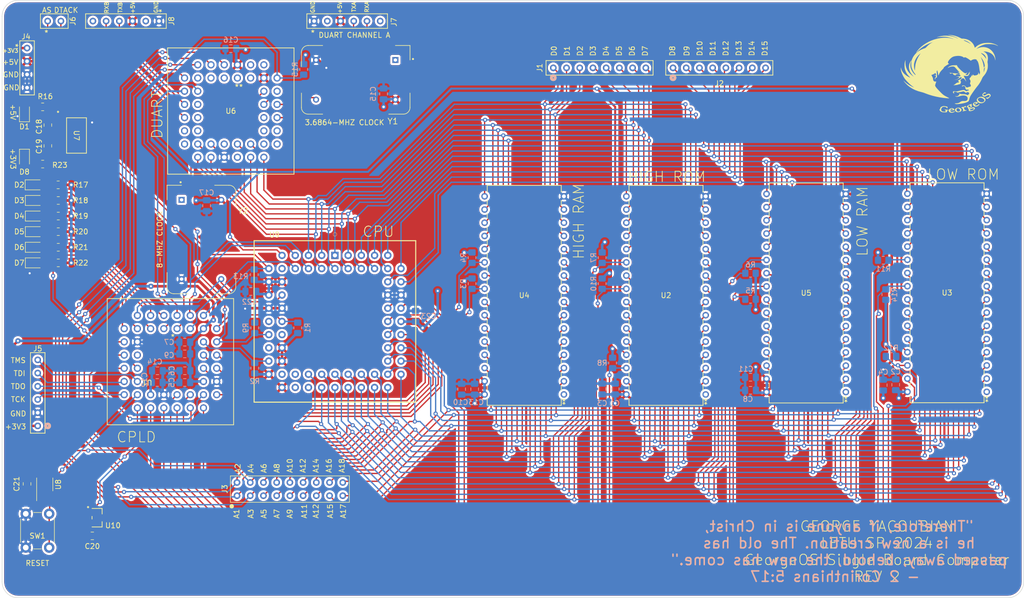
<source format=kicad_pcb>
(kicad_pcb (version 20211014) (generator pcbnew)
  (layers (0 "F.Cu" signal) (31 "B.Cu" signal) (34 "B.Paste" user) (35 "F.Paste" user) (36 "B.SilkS" user "B.Silkscreen") (37 "F.SilkS" user "F.Silkscreen") (38 "B.Mask" user) (39 "F.Mask" user) (44 "Edge.Cuts" user))
  (net 0 "")
  (net 1 "+5V")
  (net 2 "GND")
  (net 3 "+3V3")
  (net 4 "/3V3_LED")
  (net 5 "LED0")
  (net 6 "LED1")
  (net 7 "LED2")
  (net 8 "LED3")
  (net 9 "LED4")
  (net 10 "LED5")
  (net 11 "D0")
  (net 12 "D1")
  (net 13 "D2")
  (net 14 "D3")
  (net 15 "D4")
  (net 16 "D5")
  (net 17 "D6")
  (net 18 "D7")
  (net 19 "D8")
  (net 20 "D9")
  (net 21 "D10")
  (net 22 "D11")
  (net 23 "D12")
  (net 24 "D13")
  (net 25 "D14")
  (net 26 "D15")
  (net 27 "A1")
  (net 28 "A2")
  (net 29 "A3")
  (net 30 "A4")
  (net 31 "A5")
  (net 32 "A6")
  (net 33 "A7")
  (net 34 "A8")
  (net 35 "A9")
  (net 36 "A10")
  (net 37 "A11")
  (net 38 "A12")
  (net 39 "A13")
  (net 40 "A14")
  (net 41 "A15")
  (net 42 "A16")
  (net 43 "A17")
  (net 44 "A18")
  (net 45 "TCK")
  (net 46 "TDO")
  (net 47 "TDI")
  (net 48 "TMS")
  (net 49 "AS")
  (net 51 "TXDA")
  (net 52 "RXDA")
  (net 55 "TXDB")
  (net 56 "RXDB")
  (net 58 "HALT")
  (net 59 "BERR")
  (net 60 "ROMLOE")
  (net 61 "ROMLCE")
  (net 62 "ROMHOE")
  (net 63 "ROMHCE")
  (net 64 "RAMLCE")
  (net 65 "RAMLCE2")
  (net 66 "RESET")
  (net 67 "RAMLOE")
  (net 68 "RAMHCE")
  (net 69 "RAMHCE2")
  (net 70 "CPLD_DTACK")
  (net 71 "RAMHOE")
  (net 72 "DUARTCS")
  (net 73 "/SW_IN")
  (net 74 "CLK")
  (net 75 "UDS")
  (net 76 "LDS")
  (net 77 "A20")
  (net 78 "A21")
  (net 79 "A22")
  (net 80 "A23")
  (net 81 "SRESET")
  (net 82 "BRESET")
  (net 83 "DUART_DTACK")
  (net 84 "A19")
  (net 86 "R{slash}W")
  (net 106 "/DUART_CLK")
  (net 119 "/5V_LED")
  (footprint "Imported:CON6_1X6_TU_HTS_SAI" (layer "F.Cu") (at 124.5 75.5 180)
    (fp_text reference "J8")
    (fp_text value "DUART B")
  )
  (footprint "Imported:SOT-23_STM-L" (layer "F.Cu") (at 119 171 -90)
    (fp_text reference "U10")
    (fp_text value "STM1001LWX6F")
  )
  (footprint "LED_SMD:LED_0805_2012Metric_Pad1.15x1.40mm_HandSolder" (layer "F.Cu") (at 107.025 116)
    (fp_text reference "D5")
    (fp_text value "LED")
  )
  (footprint "Imported:PDIP32_PH_SST_MCH" (layer "F.Cu") (at 208.65 147.3 180)
    (fp_text reference "U4")
    (fp_text value "SST39SF020A-70-4C-PHE")
  )
  (footprint "Resistor_SMD:R_0805_2012Metric_Pad1.20x1.40mm_HandSolder" (layer "F.Cu") (at 111.5 119 180)
    (fp_text reference "R21")
    (fp_text value "1k")
  )
  (footprint "LED_SMD:LED_0805_2012Metric_Pad1.15x1.40mm_HandSolder" (layer "F.Cu") (at 105 93 90)
    (fp_text reference "D1")
    (fp_text value "LED")
  )
  (footprint "Imported:CON4_1X4_TU_HTS_SAI" (layer "F.Cu") (at 105.5 84.5 -90)
    (fp_text reference "J4")
    (fp_text value "POWER")
  )
  (footprint "Package_TO_SOT_SMD:SOT-143_Handsoldering" (layer "F.Cu") (at 108.9 164.6 90)
    (fp_text reference "U8")
    (fp_text value "MAX6816EUS_T")
  )
  (footprint "Imported:PDIP32_PH_SST_MCH" (layer "F.Cu") (at 289.89 146.8 180)
    (fp_text reference "U3")
    (fp_text value "AS6C1008-55PCN")
  )
  (footprint "Button_Switch_THT:SW_PUSH_6mm" (layer "F.Cu") (at 105.25 176.75 90)
    (fp_text reference "SW1")
    (fp_text value "SW_Push")
  )
  (footprint "Imported:CON6_1X6_TU_HTS_SAI" (layer "F.Cu") (at 107.55 147 90)
    (fp_text reference "J5")
    (fp_text value "JTAG")
  )
  (footprint "Imported:PDIP32_PH_SST_MCH" (layer "F.Cu") (at 262.82 146.84 180)
    (fp_text reference "U5")
    (fp_text value "SST39SF020A-70-4C-PHE")
  )
  (footprint "Imported:PDIP32_PH_SST_MCH" (layer "F.Cu") (at 235.89 147.3 180)
    (fp_text reference "U2")
    (fp_text value "AS6C1008-55PCN")
  )
  (footprint "LED_SMD:LED_0805_2012Metric_Pad1.15x1.40mm_HandSolder" (layer "F.Cu") (at 107.025 113)
    (fp_text reference "D4")
    (fp_text value "LED")
  )
  (footprint "Resistor_SMD:R_0805_2012Metric_Pad1.20x1.40mm_HandSolder" (layer "F.Cu") (at 108.5 103 180)
    (fp_text reference "R23")
    (fp_text value "1k")
  )
  (footprint "Imported:SOT-223_DIO-L" (layer "F.Cu") (at 115 97.5 -90)
    (fp_text reference "U7")
    (fp_text value "AP2114HA-3.3TRG1")
  )
  (footprint "Imported:TO_11B1-RK-TP_3MM" (layer "F.Cu") (at 145.92 86.45)
    (fp_text reference "U6")
    (fp_text value "XR68C681CJ-F")
  )
  (footprint "LED_SMD:LED_0805_2012Metric_Pad1.15x1.40mm_HandSolder" (layer "F.Cu") (at 107.025 122)
    (fp_text reference "D7")
    (fp_text value "LED")
  )
  (footprint "Imported:CON18_2X9_TU_HTS_SAI" (layer "F.Cu") (at 156 165.5)
    (fp_text reference "J3")
    (fp_text value "ABUS")
  )
  (footprint "Capacitor_SMD:C_0805_2012Metric_Pad1.18x1.45mm_HandSolder" (layer "F.Cu") (at 109.5 99.5 90)
    (fp_text reference "C19")
    (fp_text value "4u7")
  )
  (footprint "Imported:OSC_ECS-100AX-036" (layer "F.Cu") (at 168.65 86.8 180)
    (fp_text reference "Y1")
    (fp_text value "ECS-100AX-036")
  )
  (footprint "LED_SMD:LED_0805_2012Metric_Pad1.15x1.40mm_HandSolder" (layer "F.Cu") (at 107 107)
    (fp_text reference "D2")
    (fp_text value "LED")
  )
  (footprint "Imported:CON8_1X8_TU_HTS_SAI" (layer "F.Cu") (at 215.5 84.5)
    (fp_text reference "J1")
    (fp_text value "DBUS_LOW")
  )
  (footprint "Resistor_SMD:R_0805_2012Metric_Pad1.20x1.40mm_HandSolder" (layer "F.Cu") (at 111.5 122 180)
    (fp_text reference "R22")
    (fp_text value "1k")
  )
  (footprint "Resistor_SMD:R_0805_2012Metric_Pad1.20x1.40mm_HandSolder" (layer "F.Cu") (at 111.5 110 180)
    (fp_text reference "R18")
    (fp_text value "1k")
  )
  (footprint "Capacitor_SMD:C_0805_2012Metric_Pad1.18x1.45mm_HandSolder" (layer "F.Cu") (at 105.5 164.5 -90)
    (fp_text reference "C21")
    (fp_text value "0u1")
  )
  (footprint "Resistor_SMD:R_0805_2012Metric_Pad1.20x1.40mm_HandSolder" (layer "F.Cu") (at 111.475 107 180)
    (fp_text reference "R17")
    (fp_text value "1k")
  )
  (footprint "Resistor_SMD:R_0805_2012Metric_Pad1.20x1.40mm_HandSolder" (layer "F.Cu") (at 111.5 113 180)
    (fp_text reference "R19")
    (fp_text value "1k")
  )
  (footprint "Resistor_SMD:R_0805_2012Metric_Pad1.20x1.40mm_HandSolder" (layer "F.Cu") (at 111.5 116 180)
    (fp_text reference "R20")
    (fp_text value "1k")
  )
  (footprint "Imported:TO_11B1-RK-TP_3MM" (layer "F.Cu") (at 134.32 134.65)
    (fp_text reference "U1")
    (fp_text value "XC9572XL-PC44")
  )
  (footprint "Imported:OSC_ECS-100AX-080" (layer "F.Cu") (at 139 117.5 -90)
    (fp_text reference "Y2")
    (fp_text value "ECS-100AX-080")
  )
  (footprint "Imported:CON2_1X2_TU_HTS_SAI" (layer "F.Cu") (at 110.73 75.5)
    (fp_text reference "J6")
    (fp_text value "Conn_01x02_Male")
  )
  (footprint "Capacitor_SMD:C_0805_2012Metric_Pad1.18x1.45mm_HandSolder" (layer "F.Cu") (at 109.5 95.5 -90)
    (fp_text reference "C18")
    (fp_text value "4u7")
  )
  (footprint "Imported:CON8_1X8_TU_HTS_SAI" (layer "F.Cu") (at 238.5 84.5)
    (fp_text reference "J2")
    (fp_text value "DBUS_HIGH")
  )
  (footprint "Capacitor_SMD:C_0805_2012Metric_Pad1.18x1.45mm_HandSolder" (layer "F.Cu") (at 118.0375 174.5)
    (fp_text reference "C20")
    (fp_text value "0u1")
  )
  (footprint "LED_SMD:LED_0805_2012Metric_Pad1.15x1.40mm_HandSolder" (layer "F.Cu") (at 107.025 110)
    (fp_text reference "D3")
    (fp_text value "LED")
  )
  (footprint "LED_SMD:LED_0805_2012Metric_Pad1.15x1.40mm_HandSolder" (layer "F.Cu") (at 105 102 -90)
    (fp_text reference "D8")
    (fp_text value "LED")
  )
  (footprint "Resistor_SMD:R_0805_2012Metric_Pad1.20x1.40mm_HandSolder" (layer "F.Cu") (at 108.5 92 180)
    (fp_text reference "R16")
    (fp_text value "1k")
  )
  (footprint "LOGO" (layer "F.Cu") (at 282.5 85.5)
    (fp_text reference "G***" hide)
    (fp_text value "LOGO" hide)
  )
  (footprint "Imported:3M_8468-11B1-RK-TP" (layer "F.Cu") (at 164.65051 133.26)
    (fp_text reference "U9")
    (fp_text value "MC68000FN")
  )
  (footprint "LED_SMD:LED_0805_2012Metric_Pad1.15x1.40mm_HandSolder" (layer "F.Cu") (at 107.025 119)
    (fp_text reference "D6")
    (fp_text value "LED")
  )
  (footprint "Imported:CON6_1X6_TU_HTS_SAI" (layer "F.Cu") (at 167 75.5)
    (fp_text reference "J7")
    (fp_text value "DUART A")
  )
  (footprint "Resistor_SMD:R_0805_2012Metric_Pad1.20x1.40mm_HandSolder" (layer "B.Cu") (at 270 121.5)
    (fp_text reference "R11")
    (fp_text value "4k7")
  )
  (footprint "Resistor_SMD:R_0805_2012Metric_Pad1.20x1.40mm_HandSolder" (layer "B.Cu") (at 244.5 129 180)
    (fp_text reference "R5")
    (fp_text value "4k7")
  )
  (footprint "Capacitor_SMD:C_0805_2012Metric_Pad1.18x1.45mm_HandSolder" (layer "B.Cu") (at 216 146.25 90)
    (fp_text reference "C3")
    (fp_text value "0u01")
  )
  (footprint "Resistor_SMD:R_0805_2012Metric_Pad1.20x1.40mm_HandSolder" (layer "B.Cu") (at 157.5 134.5 90)
    (fp_text reference "R1")
    (fp_text value "4k7")
  )
  (footprint "Capacitor_SMD:C_0805_2012Metric_Pad1.18x1.45mm_HandSolder" (layer "B.Cu") (at 135.8225 142.75 180)
    (fp_text reference "C6")
    (fp_text value "0u1")
  )
  (footprint "Resistor_SMD:R_0805_2012Metric_Pad1.20x1.40mm_HandSolder" (layer "B.Cu") (at 158.65 84.8 -90)
    (fp_text reference "R15")
    (fp_text value "4k7")
  )
  (footprint "Resistor_SMD:R_0805_2012Metric_Pad1.20x1.40mm_HandSolder" (layer "B.Cu") (at 270.5 128.1 90)
    (fp_text reference "R14")
    (fp_text value "4k7")
  )
  (footprint "Resistor_SMD:R_0805_2012Metric_Pad1.20x1.40mm_HandSolder" (layer "B.Cu") (at 216 121 -90)
    (fp_text reference "R7")
    (fp_text value "4k7")
  )
  (footprint "Capacitor_SMD:C_0805_2012Metric_Pad1.18x1.45mm_HandSolder" (layer "B.Cu") (at 218.5 146.25 90)
    (fp_text reference "C1")
    (fp_text value "0u1")
  )
  (footprint "Resistor_SMD:R_0805_2012Metric_Pad1.20x1.40mm_HandSolder" (layer "B.Cu") (at 218 141.25 -90)
    (fp_text reference "R8")
    (fp_text value "4k7")
  )
  (footprint "Resistor_SMD:R_0805_2012Metric_Pad1.20x1.40mm_HandSolder" (layer "B.Cu") (at 244.5 124 180)
    (fp_text reference "R6")
    (fp_text value "4k7")
  )
  (footprint "Capacitor_SMD:C_0805_2012Metric_Pad1.18x1.45mm_HandSolder" (layer "B.Cu") (at 148.5 127.5 180)
    (fp_text reference "C22")
    (fp_text value "0u1")
  )
  (footprint "Capacitor_SMD:C_0805_2012Metric_Pad1.18x1.45mm_HandSolder" (layer "B.Cu") (at 272.4 145.4375 90)
    (fp_text reference "C2")
    (fp_text value "0u1")
  )
  (footprint "Capacitor_SMD:C_0805_2012Metric_Pad1.18x1.45mm_HandSolder" (layer "B.Cu") (at 189 146.2875 90)
    (fp_text reference "C10")
    (fp_text value "0u1")
  )
  (footprint "Capacitor_SMD:C_0805_2012Metric_Pad1.18x1.45mm_HandSolder" (layer "B.Cu") (at 270 145.5 90)
    (fp_text reference "C4")
    (fp_text value "0u01")
  )
  (footprint "Resistor_SMD:R_0805_2012Metric_Pad1.20x1.40mm_HandSolder" (layer "B.Cu") (at 149.25 134.5 -90)
    (fp_text reference "R9")
    (fp_text value "4k7")
  )
  (footprint "Capacitor_SMD:C_0805_2012Metric_Pad1.18x1.45mm_HandSolder" (layer "B.Cu") (at 144.65 80.8 180)
    (fp_text reference "C16")
    (fp_text value "0u1")
  )
  (footprint "Resistor_SMD:R_0805_2012Metric_Pad1.20x1.40mm_HandSolder" (layer "B.Cu") (at 149.25 142.25 90)
    (fp_text reference "R2")
    (fp_text value "4k7")
  )
  (footprint "Capacitor_SMD:C_0805_2012Metric_Pad1.18x1.45mm_HandSolder" (layer "B.Cu") (at 191.5 146.2875 90)
    (fp_text reference "C13")
    (fp_text value "0u01")
  )
  (footprint "Capacitor_SMD:C_0805_2012Metric_Pad1.18x1.45mm_HandSolder" (layer "B.Cu") (at 135.8 139.5 180)
    (fp_text reference "C9")
    (fp_text value "0u1")
  )
  (footprint "Capacitor_SMD:C_0805_2012Metric_Pad1.18x1.45mm_HandSolder" (layer "B.Cu") (at 174 89.5 90)
    (fp_text reference "C15")
    (fp_text value "0u1")
  )
  (footprint "Capacitor_SMD:C_0805_2012Metric_Pad1.18x1.45mm_HandSolder" (layer "B.Cu") (at 135.8 145 180)
    (fp_text reference "C5")
    (fp_text value "0u01")
  )
  (footprint "Resistor_SMD:R_0805_2012Metric_Pad1.20x1.40mm_HandSolder" (layer "B.Cu") (at 191 126 -90)
    (fp_text reference "R3")
    (fp_text value "4k7")
  )
  (footprint "Capacitor_SMD:C_0805_2012Metric_Pad1.18x1.45mm_HandSolder" (layer "B.Cu") (at 244.5 144 180)
    (fp_text reference "C11")
    (fp_text value "0u01")
  )
  (footprint "Capacitor_SMD:C_0805_2012Metric_Pad1.18x1.45mm_HandSolder" (layer "B.Cu") (at 135.8 137.25 180)
    (fp_text reference "C7")
    (fp_text value "0u01")
  )
  (footprint "Capacitor_SMD:C_0805_2012Metric_Pad1.18x1.45mm_HandSolder" (layer "B.Cu") (at 130.5125 145)
    (fp_text reference "C12")
    (fp_text value "0u01")
  )
  (footprint "Capacitor_SMD:C_0805_2012Metric_Pad1.18x1.45mm_HandSolder" (layer "B.Cu") (at 140 111 -90)
    (fp_text reference "C17")
    (fp_text value "0u1")
  )
  (footprint "Capacitor_SMD:C_0805_2012Metric_Pad1.18x1.45mm_HandSolder" (layer "B.Cu") (at 244.5 146.5 180)
    (fp_text reference "C8")
    (fp_text value "0u1")
  )
  (footprint "Capacitor_SMD:C_0805_2012Metric_Pad1.18x1.45mm_HandSolder" (layer "B.Cu") (at 180.15051 132.26 90)
    (fp_text reference "C23")
    (fp_text value "0u1")
  )
  (footprint "Resistor_SMD:R_0805_2012Metric_Pad1.20x1.40mm_HandSolder" (layer "B.Cu") (at 149.15051 124.26 90)
    (fp_text reference "R13")
    (fp_text value "4k7")
  )
  (footprint "Resistor_SMD:R_0805_2012Metric_Pad1.20x1.40mm_HandSolder" (layer "B.Cu") (at 271.5 140 180)
    (fp_text reference "R12")
    (fp_text value "4k7")
  )
  (footprint "Capacitor_SMD:C_0805_2012Metric_Pad1.18x1.45mm_HandSolder" (layer "B.Cu") (at 130.55 142.75)
    (fp_text reference "C14")
    (fp_text value "0u1")
  )
  (footprint "Resistor_SMD:R_0805_2012Metric_Pad1.20x1.40mm_HandSolder" (layer "B.Cu") (at 216 126 -90)
    (fp_text reference "R10")
    (fp_text value "4k7")
  )
  (footprint "Resistor_SMD:R_0805_2012Metric_Pad1.20x1.40mm_HandSolder" (layer "B.Cu") (at 191 121 -90)
    (fp_text reference "R4")
    (fp_text value "4k7")
  )
  (gr_line (start 297 183.3) (end 297 74.6) (layer "Edge.Cuts") (width 0.1))
  (gr_arc (start 297 183.3) (mid 296.092031 185.492031) (end 293.9 186.4) (layer "Edge.Cuts") (width 0.1))
  (gr_line (start 293.9 71.5) (end 103.8 71.5) (layer "Edge.Cuts") (width 0.1))
  (gr_arc (start 293.9 71.5) (mid 296.092031 72.407969) (end 297 74.6) (layer "Edge.Cuts") (width 0.1))
  (gr_arc (start 100.7 74.6) (mid 101.607969 72.407969) (end 103.8 71.5) (layer "Edge.Cuts") (width 0.1))
  (gr_line (start 100.7 74.6) (end 100.7 183.3) (layer "Edge.Cuts") (width 0.1))
  (gr_line (start 103.8 186.4) (end 293.9 186.4) (layer "Edge.Cuts") (width 0.1))
  (gr_arc (start 103.8 186.4) (mid 101.607969 185.492031) (end 100.7 183.3) (layer "Edge.Cuts") (width 0.1))
  (gr_text "{dblquote}Therefore, if anyone is in Christ, \nhe is a new creation. The old has \npassed away; behold, the new has come.{dblquote} \n- 2 Corinthians 5:17" (at 260.75 177.5) (layer "B.SilkS") (effects (font (size 2 2) (thickness 0.3)) (justify mirror)))
  (gr_text "TMS" (at 103.8 140.75) (layer "F.SilkS") (effects (font (size 1 1))))
  (gr_text "TDI" (at 104.05 143.25) (layer "F.SilkS") (effects (font (size 1 1))))
  (gr_text "GND" (at 103.8 151) (layer "F.SilkS") (effects (font (size 1 1))))
  (gr_text "+5V" (at 125.8 72.9 90) (layer "F.SilkS") (effects (font (size 0.75 0.75))))
  (gr_text "TDO" (at 103.8 145.75) (layer "F.SilkS") (effects (font (size 1 1))))
  (gr_text "GND" (at 160.4 72.8 90) (layer "F.SilkS") (effects (font (size 0.75 0.75))))
  (gr_text "D4" (at 216.75 81.25 90) (layer "F.SilkS") (effects (font (size 1 1))))
  (gr_text "A18" (at 166 161 90) (layer "F.SilkS") (effects (font (size 1 1))))
  (gr_text "A6" (at 151 161.5 90) (layer "F.SilkS") (effects (font (size 1 1))))
  (gr_text "A11" (at 158.75 169.75 90) (layer "F.SilkS") (effects (font (size 1 1))))
  (gr_text "TCK" (at 103.8 148.25) (layer "F.SilkS") (effects (font (size 1 1))))
  (gr_text "A7" (at 153.5 170.25 90) (layer "F.SilkS") (effects (font (size 1 1))))
  (gr_text "D15" (at 247.25 80.75 90) (layer "F.SilkS") (effects (font (size 1 1))))
  (gr_text "RESET" (at 107.5 179.75) (layer "F.SilkS") (effects (font (size 1 1))))
  (gr_text "D6" (at 221.75 81.25 90) (layer "F.SilkS") (effects (font (size 1 1))))
  (gr_text "D0\n" (at 206.75 81.25 90) (layer "F.SilkS") (effects (font (size 1 1))))
  (gr_text "+5V" (at 165.6 72.9 90) (layer "F.SilkS") (effects (font (size 0.75 0.75))))
  (gr_text "CPU" (at 173 116) (layer "F.SilkS") (effects (font (size 2 2))))
  (gr_text "DUART" (at 130.5 93.5 90) (layer "F.SilkS") (effects (font (size 2 2))))
  (gr_text "3.6864-MHZ CLOCK" (at 166.5 95) (layer "F.SilkS") (effects (font (size 1 1))))
  (gr_text "A5" (at 151 170.25 90) (layer "F.SilkS") (effects (font (size 1 1))))
  (gr_text "A3" (at 148.5 170.25 90) (layer "F.SilkS") (effects (font (size 1 1))))
  (gr_text "D13" (at 242.25 80.75 90) (layer "F.SilkS") (effects (font (size 1 1))))
  (gr_text "+3V3\n" (at 102.8 102 270) (layer "F.SilkS") (effects (font (size 1 1))))
  (gr_text "HIGH ROM" (at 228.4 105.45) (layer "F.SilkS") (effects (font (size 2 2))))
  (gr_text "A12" (at 161 169.75 90) (layer "F.SilkS") (effects (font (size 1 1))))
  (gr_text "A17" (at 166.25 169.75 90) (layer "F.SilkS") (effects (font (size 1 1))))
  (gr_text "D14" (at 244.75 80.75 90) (layer "F.SilkS") (effects (font (size 1 1))))
  (gr_text "A2" (at 146 161.5 90) (layer "F.SilkS") (effects (font (size 1 1))))
  (gr_text "RXA" (at 170.8 72.8 90) (layer "F.SilkS") (effects (font (size 0.75 0.75))))
  (gr_text "+3V3" (at 102.3 81.2) (layer "F.SilkS") (effects (font (size 0.75 0.75))))
  (gr_text "AS" (at 109.3 73.4) (layer "F.SilkS") (effects (font (size 1 1))))
  (gr_text "D5" (at 219.25 81.25 90) (layer "F.SilkS") (effects (font (size 1 1))))
  (gr_text "+3V3" (at 103.3 153.5) (layer "F.SilkS") (effects (font (size 1 1))))
  (gr_text "A15" (at 163.75 169.75 90) (layer "F.SilkS") (effects (font (size 1 1))))
  (gr_text "CPLD" (at 126.5 155.5) (layer "F.SilkS") (effects (font (size 2 2))))
  (gr_text "+5V\n" (at 102.8 93 270) (layer "F.SilkS") (effects (font (size 1 1))))
  (gr_text "D3" (at 214.25 81.25 90) (layer "F.SilkS") (effects (font (size 1 1))))
  (gr_text "D8\n" (at 229.5 81.25 90) (layer "F.SilkS") (effects (font (size 1 1))))
  (gr_text "D2" (at 211.75 81.25 90) (layer "F.SilkS") (effects (font (size 1 1))))
  (gr_text "GND" (at 102.4 85.8) (layer "F.SilkS") (effects (font (size 1 1))))
  (gr_text "D12" (at 239.75 80.75 90) (layer "F.SilkS") (effects (font (size 1 1))))
  (gr_text "A1" (at 145.75 170.25 90) (layer "F.SilkS") (effects (font (size 1 1))))
  (gr_text "TXB" (at 123.4 72.9 90) (layer "F.SilkS") (effects (font (size 0.75 0.75))))
  (gr_text "RXB" (at 120.8 72.9 90) (layer "F.SilkS") (effects (font (size 0.75 0.75))))
  (gr_text "D10" (at 234.75 80.75 90) (layer "F.SilkS") (effects (font (size 1 1))))
  (gr_text "8-MHZ CLOCK" (at 131 117.5 90) (layer "F.SilkS") (effects (font (size 1 1))))
  (gr_text "D1" (at 209.25 81.25 90) (layer "F.SilkS") (effects (font (size 1 1))))
  (gr_text "A8" (at 153.5 161.5 90) (layer "F.SilkS") (effects (font (size 1 1))))
  (gr_text "LOW ROM\n" (at 285.4 105) (layer "F.SilkS") (effects (font (size 2 2))))
  (gr_text "+5V" (at 102.3 83.4) (layer "F.SilkS") (effects (font (size 1 1))))
  (gr_text "D9" (at 232.25 81.25 90) (layer "F.SilkS") (effects (font (size 1 1))))
  (gr_text "A14" (at 161 161 90) (layer "F.SilkS") (effects (font (size 1 1))))
  (gr_text "A4" (at 148.5 161.5 90) (layer "F.SilkS") (effects (font (size 1 1))))
  (gr_text "GND" (at 102.5 88.3) (layer "F.SilkS") (effects (font (size 1 1))))
  (gr_text "DUART CHANNEL A" (at 168.4 78.2) (layer "F.SilkS") (effects (font (size 1 1))))
  (gr_text "DTACK" (at 113 73.4) (layer "F.SilkS") (effects (font (size 1 1))))
  (gr_text "GEORGE YACOUBIAN\nLETU SP 2024\nGeorgeOS Single Board Computer\nREV 2" (at 268.8 177.5) (layer "F.SilkS") (effects (font (size 2 2))))
  (gr_text "A16" (at 163.5 161 90) (layer "F.SilkS") (effects (font (size 1 1))))
  (gr_text "TXA" (at 168.3 72.8 90) (layer "F.SilkS") (effects (font (size 0.75 0.75))))
  (gr_text "A12" (at 158.5 161 90) (layer "F.SilkS") (effects (font (size 1 1))))
  (gr_text "D7" (at 224.25 81.25 90) (layer "F.SilkS") (effects (font (size 1 1))))
  (gr_text "HIGH RAM\n" (at 211.5 114 90) (layer "F.SilkS") (effects (font (size 2 2))))
  (gr_text "A10" (at 156 161 90) (layer "F.SilkS") (effects (font (size 1 1))))
  (gr_text "D11" (at 237.25 80.75 90) (layer "F.SilkS") (effects (font (size 1 1))))
  (gr_text "LOW RAM\n" (at 266 114 90) (layer "F.SilkS") (effects (font (size 2 2))))
  (gr_text "GND" (at 130.3 72.8 90) (layer "F.SilkS") (effects (font (size 0.75 0.75))))
  (gr_text "A9" (at 156 170.25 90) (layer "F.SilkS") (effects (font (size 1 1))))
  (segment (start 112.475 107) (end 114 107) (width 0.5) (layer "F.Cu") (net 1))
  (segment (start 112.5 110) (end 114 110) (width 0.5) (layer "F.Cu") (net 1))
  (segment (start 154.49051 140.88) (end 151.95051 143.42) (width 0.5) (layer "F.Cu") (net 1))
  (segment (start 217.39 124) (end 217.49 123.9) (width 0.5) (layer "F.Cu") (net 1))
  (segment (start 189 120.5) (end 189.5 120) (width 0.5) (layer "F.Cu") (net 1))
  (segment (start 114 119) (end 112.5 119) (width 0.5) (layer "F.Cu") (net 1))
  (segment (start 107.95 162.8) (end 107.25 163.5) (width 0.5) (layer "F.Cu") (net 1))
  (segment (start 189 124.9535) (end 189 122.8) (width 0.5) (layer "F.Cu") (net 1))
  (segment (start 114 116) (end 112.5 116) (width 0.5) (layer "F.Cu") (net 1))
  (segment (start 117 174.5) (end 117 172.4412) (width 0.5) (layer "F.Cu") (net 1))
  (segment (start 109.5 94.4625) (end 109.5 92) (width 0.5) (layer "F.Cu") (net 1))
  (segment (start 189 122.8) (end 184.4 127.4) (width 0.5) (layer "F.Cu") (net 1))
  (segment (start 147.5 80) (end 147.5 81) (width 0.5) (layer "F.Cu") (net 1))
  (segment (start 105.5375 163.5) (end 105.5 163.4625) (width 0.5) (layer "F.Cu") (net 1))
  (segment (start 189 122.8) (end 189 120.5) (width 0.5) (layer "F.Cu") (net 1))
  (segment (start 114 96) (end 114 107) (width 0.5) (layer "F.Cu") (net 1))
  (segment (start 109.5 94.4625) (end 111.2883 94.4625) (width 0.5) (layer "F.Cu") (net 1))
  (segment (start 112.0258 95.2) (end 113.2 95.2) (width 0.5) (layer "F.Cu") (net 1))
  (segment (start 114 122) (end 112.5 122) (width 0.5) (layer "F.Cu") (net 1))
  (segment (start 127.074511 76.804511) (end 144.304511 76.804511) (width 0.5) (layer "F.Cu") (net 1))
  (segment (start 153.65 83.8) (end 158.65 83.8) (width 0.5) (layer "F.Cu") (net 1))
  (segment (start 273 148) (end 272.930489 147.930489) (width 0.5) (layer "F.Cu") (net 1))
  (segment (start 159 82) (end 159.23 82) (width 0.5) (layer "F.Cu") (net 1))
  (segment (start 113.2 95.2) (end 114 96) (width 0.5) (layer "F.Cu") (net 1))
  (segment (start 105.5 83.23) (end 108.73 83.23) (width 0.5) (layer "F.Cu") (net 1))
  (segment (start 117 172.4412) (end 117.4252 172.016) (width 0.5) (layer "F.Cu") (net 1))
  (segment (start 107.25 163.5) (end 105.5375 163.5) (width 0.5) (layer "F.Cu") (net 1))
  (segment (start 270.069511 147.930489) (end 270 148) (width 0.5) (layer "F.Cu") (net 1))
  (segment (start 125.77 75.5) (end 127.074511 76.804511) (width 0.5) (layer "F.Cu") (net 1))
  (segment (start 189.5465 125.5) (end 189 124.9535) (width 0.5) (layer "F.Cu") (net 1))
  (segment (start 144.304511 76.804511) (end 147.5 80) (width 0.5) (layer "F.Cu") (net 1))
  (segment (start 111.2883 94.4625) (end 112.0258 95.2) (width 0.5) (layer "F.Cu") (net 1))
  (segment (start 151.95051 143.42) (end 154.49051 145.96) (width 0.5) (layer "F.Cu") (net 1))
  (segment (start 272.930489 147.930489) (end 270.069511 147.930489) (width 0.5) (layer "F.Cu") (net 1))
  (segment (start 108.73 83.23) (end 109.5 84) (width 0.5) (layer "F.Cu") (net 1))
  (segment (start 151 86.45) (end 153.65 83.8) (width 0.5) (layer "F.Cu") (net 1))
  (segment (start 109.5 84) (end 109.5 92) (width 0.5) (layer "F.Cu") (net 1))
  (segment (start 112.5 113) (end 114 113) (width 0.5) (layer "F.Cu") (net 1))
  (segment (start 159.23 82) (end 165.73 75.5) (width 0.5) (layer "F.Cu") (net 1))
  (segment (start 217.49 123.9) (end 217.49 118.99) (width 0.5) (layer "F.Cu") (net 1))
  (segment (start 154.49051 138.34) (end 154.49051 140.88) (width 0.5) (layer "F.Cu") (net 1))
  (segment (start 217.49 118.99) (end 216.5 118) (width 0.5) (layer "F.Cu") (net 1))
  (via (at 184.4 127.4) (size 1) (drill 0.4) (layers "F.Cu" "B.Cu") (net 1))
  (via (at 245.5 131) (size 1) (drill 0.5) (layers "F.Cu" "B.Cu") (net 1))
  (via (at 114 113) (size 1) (drill 0.5) (layers "F.Cu" "B.Cu") (net 1))
  (via (at 191.5 149) (size 1) (drill 0.5) (layers "F.Cu" "B.Cu") (net 1))
  (via (at 138 110) (size 1) (drill 0.4) (layers "F.Cu" "B.Cu") (net 1))
  (via (at 114 116) (size 1) (drill 0.5) (layers "F.Cu" "B.Cu") (net 1))
  (via (at 270.47048 137.6) (size 1) (drill 0.5) (layers "F.Cu" "B.Cu") (net 1))
  (via (at 273 148) (size 1) (drill 0.5) (layers "F.Cu" "B.Cu") (net 1))
  (via (at 216.5 118) (size 1) (drill 0.5) (layers "F.Cu" "B.Cu") (net 1))
  (via (at 114 107) (size 1) (drill 0.5) (layers "F.Cu" "B.Cu") (net 1))
  (via (at 147.5 81) (size 1) (drill 0.5) (layers "F.Cu" "B.Cu") (net 1))
  (via (at 270 148) (size 1) (drill 0.5) (layers "F.Cu" "B.Cu") (net 1))
  (via (at 217.39 124) (size 1) (drill 0.5) (layers "F.Cu" "B.Cu") (net 1))
  (via (at 189.5465 125.5) (size 1) (drill 0.5) (layers "F.Cu" "B.Cu") (net 1))
  (via (at 114 119) (size 1) (drill 0.5) (layers "F.Cu" "B.Cu") (net 1))
  (via (at 159 82) (size 1) (drill 0.5) (layers "F.Cu" "B.Cu") (net 1))
  (via (at 189.5 120) (size 1) (drill 0.5) (layers "F.Cu" "B.Cu") (net 1))
  (via (at 218.5 149) (size 1) (drill 0.5) (layers "F.Cu" "B.Cu") (net 1))
  (via (at 217.995012 138.504988) (size 1) (drill 0.5) (layers "F.Cu" "B.Cu") (net 1))
  (via (at 174 92) (size 1) (drill 0.5) (layers "F.Cu" "B.Cu") (net 1))
  (via (at 269 120) (size 1) (drill 0.5) (layers "F.Cu" "B.Cu") (net 1))
  (via (at 114 110) (size 1) (drill 0.5) (layers "F.Cu" "B.Cu") (net 1))
  (via (at 114 122) (size 1) (drill 0.5) (layers "F.Cu" "B.Cu") (net 1))
  (via (at 245.5 142) (size 1) (drill 0.5) (layers "F.Cu" "B.Cu") (net 1))
  (via (at 181.5 134.5) (size 1) (drill 0.5) (layers "F.Cu" "B.Cu") (net 1))
  (segment (start 245.5375 142.0375) (end 245.5375 144) (width 0.5) (layer "B.Cu") (net 1))
  (segment (start 138.0375 109.9625) (end 140 109.9625) (width 0.5) (layer "B.Cu") (net 1))
  (segment (start 149.42 143.42) (end 149.25 143.25) (width 0.5) (layer "B.Cu") (net 1))
  (segment (start 145.6875 83.6775) (end 145.92 83.91) (width 0.5) (layer "B.Cu") (net 1))
  (segment (start 176.1975 90.5375) (end 176.27 90.61) (width 0.5) (layer "B.Cu") (net 1))
  (segment (start 145.6875 80.8) (end 145.6875 83.6775) (width 0.5) (layer "B.Cu") (net 1))
  (segment (start 151.77051 128) (end 150.0375 128) (width 0.5) (layer "B.Cu") (net 1))
  (segment (start 269 121.5) (end 269 120) (width 0.5) (layer "B.Cu") (net 1))
  (segment (start 114 113) (end 114 110) (width 0.5) (layer "B.Cu") (net 1))
  (segment (start 191.5 147.325) (end 191.5 149) (width 0.5) (layer "B.Cu") (net 1))
  (segment (start 158.65 82.35) (end 158.65 83.8) (width 0.5) (layer "B.Cu") (net 1))
  (segment (start 145.6875 80.8) (end 147.3 80.8) (width 0.5) (layer "B.Cu") (net 1))
  (segment (start 190.0465 125) (end 189.5465 125.5) (width 0.5) (layer "B.Cu") (net 1))
  (segment (start 245.5 129) (end 245.5 131) (width 0.5) (layer "B.Cu") (net 1))
  (segment (start 218.5 147.2875) (end 216 147.2875) (width 0.5) (layer "B.Cu") (net 1))
  (segment (start 270.47048 137.6) (end 270.5 137.57048) (width 0.5) (layer "B.Cu") (net 1))
  (segment (start 159 82) (end 158.65 82.35) (width 0.5) (layer "B.Cu") (net 1))
  (segment (start 216 118.5) (end 216 120) (width 0.5) (layer "B.Cu") (net 1))
  (segment (start 274.65 146.8) (end 272.7375 146.8) (width 0.5) (layer "B.Cu") (net 1))
  (segment (start 270.5 137.57048) (end 270.5 129.1) (width 0.5) (layer "B.Cu") (net 1))
  (segment (start 217.39 124) (end 217 124) (width 0.5) (layer "B.Cu") (net 1))
  (segment (start 138 110) (end 138.0375 109.9625) (width 0.5) (layer "B.Cu") (net 1))
  (segment (start 217 124) (end 216 125) (width 0.5) (layer "B.Cu") (net 1))
  (segment (start 151.95051 125.64) (end 149.53051 125.64) (width 0.5) (layer "B.Cu") (net 1))
  (segment (start 191 125) (end 190.0465 125) (width 0.5) (layer "B.Cu") (net 1))
  (segment (start 149.25 133.5) (end 149.25 127.7875) (width 0.5) (layer "B.Cu") (net 1))
  (segment (start 193.385 147.325) (end 193.41 147.3) (width 0.5) (layer "B.Cu") (net 1))
  (segment (start 270.5 137.6) (end 272.5 139.6) (width 0.5) (layer "B.Cu") (net 1))
  (segment (start 180.15051 133.2975) (end 180.2975 133.2975) (width 0.5) (layer "B.Cu") (net 1))
  (segment (start 140 109.9625) (end 142.7275 109.9625) (width 0.5) (layer "B.Cu") (net 1))
  (segment (start 245.5 142) (end 245.5375 142.0375) (width 0.5) (layer "B.Cu") (net 1))
  (segment (start 177.38801 133.2975) (end 177.35051 133.26) (width 0.5) (layer "B.Cu") (net 1))
  (segment (start 150.0375 128) (end 149.5375 127.5) (width 0.5) (layer "B.Cu") (net 1))
  (segment (start 151.95051 128.18) (end 151.95051 125.64) (width 0.5) (layer "B.Cu") (net 1))
  (segment (start 189.5 120) (end 191 120) (width 0.5) (layer "B.Cu") (net 1))
  (segment (start 220.65 147.3) (end 218.5125 147.3) (width 0.5) (layer "B.Cu") (net 1))
  (segment (start 184.4 131.753939) (end 181.653939 134.5) (width 0.5) (layer "B.Cu") (net 1))
  (segment (start 216.5 118) (end 216 118.5) (width 0.5) (layer "B.Cu") (net 1))
  (segment (start 174 90.5375) (end 176.1975 90.5375) (width 0.5) (layer "B.Cu") (net 1))
  (segment (start 191.5 147.325) (end 189 147.325) (width 0.5) (layer "B.Cu") (net 1))
  (segment (start 245.5 129) (end 245.5 124) (width 0.5) (layer "B.Cu") (net 1))
  (segment (start 142.7275 109.9625) (end 142.81 109.88) (width 0.5) (layer "B.Cu") (net 1))
  (segment (start 245.5375 146.5) (end 245.5375 144) (width 0.5) (layer "B.Cu") (net 1))
  (segment (start 114 119) (end 114 122) (width 0.5) (layer "B.Cu") (net 1))
  (segment (start 191.5 147.325) (end 193.385 147.325) (width 0.5) (layer "B.Cu") (net 1))
  (segment (start 180.15051 133.2975) (end 177.38801 133.2975) (width 0.5) (layer "B.Cu") (net 1))
  (segment (start 273 146.5375) (end 273 148) (width 0.5) (layer "B.Cu") (net 1))
  (segment (start 247.65 144.3) (end 247.65 146.84) (width 0.5) (layer "B.Cu") (net 1))
  (segment (start 174 90.5375) (end 174 92) (width 0.5) (layer "B.Cu") (net 1))
  (segment (start 149.25 127.7875) (end 149.5375 127.5) (width 0.5) (layer "B.Cu") (net 1))
  (segment (start 114 116) (end 114 119) (width 0.5) (layer "B.Cu") (net 1))
  (segment (start 193.41 147.3) (end 193.41 144.76) (width 0.5) (layer "B.Cu") (net 1))
  (segment (start 270 148) (end 270 146.5375) (width 0.5) (layer "B.Cu") (net 1))
  (segment (start 147.3 80.8) (end 147.5 81) (width 0.5) (layer "B.Cu") (net 1))
  (segment (start 151.95051 128.18) (end 151.77051 128) (width 0.5) (layer "B.Cu") (net 1))
  (segment (start 218 138.509976) (end 217.995012 138.504988) (width 0.5) (layer "B.Cu") (net 1))
  (segment (start 114 113) (end 114 116) (width 0.5) (layer "B.Cu") (net 1))
  (segment (start 247.5275 146.9625) (end 247.65 146.84) (width 0.5) (layer "B.Cu") (net 1))
  (segment (start 180.2975 133.2975) (end 181.5 134.5) (width 0.5) (layer "B.Cu") (net 1))
  (segment (start 157.5 135.5) (end 157.33051 135.5) (width 0.5) (layer "B.Cu") (net 1))
  (segment (start 218 140.25) (end 218 138.509976) (width 0.5) (layer "B.Cu") (net 1))
  (segment (start 151.95051 143.42) (end 149.42 143.42) (width 0.5) (layer "B.Cu") (net 1))
  (segment (start 245.5 146.9625) (end 247.5275 146.9625) (width 0.5) (layer "B.Cu") (net 1))
  (segment (start 157.33051 135.5) (end 154.49051 138.34) (width 0.5) (layer "B.Cu") (net 1))
  (segment (start 181.653939 134.5) (end 181.5 134.5) (width 0.5) (layer "B.Cu") (net 1))
  (segment (start 154.49051 125.64) (end 151.95051 125.64) (width 0.5) (layer "B.Cu") (net 1))
  (segment (start 272.5 139.6) (end 272.5 140) (width 0.5) (layer "B.Cu") (net 1))
  (segment (start 218.5 147.2875) (end 218.5 149) (width 0.5) (layer "B.Cu") (net 1))
  (segment (start 114 107) (end 114 110) (width 0.5) (layer "B.Cu") (net 1))
  (segment (start 218.5125 147.3) (end 218.5 147.2875) (width 0.5) (layer "B.Cu") (net 1))
  (segment (start 149.53051 125.64) (end 149.15051 125.26) (width 0.5) (layer "B.Cu") (net 1))
  (segment (start 270.47048 137.6) (end 270.5 137.6) (width 0.5) (layer "B.Cu") (net 1))
  (segment (start 184.4 127.4) (end 184.4 131.753939) (width 0.5) (layer "B.Cu") (net 1))
  (segment (start 151.95051 130.72) (end 154.49051 130.72) (width 0.5) (layer "F.Cu") (net 2))
  (segment (start 105.975 109.975) (end 106 110) (width 0.5) (layer "F.Cu") (net 2))
  (segment (start 147.48 130.72) (end 147.4 130.8) (width 0.5) (layer "F.Cu") (net 2))
  (segment (start 107.5125 96.5375) (end 109.5 96.5375) (width 0.5) (layer "F.Cu") (net 2))
  (segment (start 119.075 174.5) (end 120.524 173.051) (width 0.5) (layer "F.Cu") (net 2))
  (segment (start 271.63998 116.66002) (end 263.71996 108.74) (width 0.5) (layer "F.Cu") (net 2))
  (segment (start 271.63998 140.86002) (end 271.63998 116.66002) (width 0.5) (layer "F.Cu") (net 2))
  (segment (start 103.6695 93.8) (end 104.775 93.8) (width 0.5) (layer "F.Cu") (net 2))
  (segment (start 105 100.975) (end 107.5125 98.4625) (width 0.5) (layer "F.Cu") (net 2))
  (segment (start 117.9742 97.5) (end 117.9742 95.0258) (width 0.5) (layer "F.Cu") (net 2))
  (segment (start 112.0258 97.5) (end 109.5 97.5) (width 0.5) (layer "F.Cu") (net 2))
  (segment (start 161.49 82.99) (end 163 84.5) (width 0.5) (layer "F.Cu") (net 2))
  (segment (start 106 118) (end 106 122) (width 0.5) (layer "F.Cu") (net 2))
  (segment (start 105.5 165.5375) (end 107.2675 165.5375) (width 0.5) (layer "F.Cu") (net 2))
  (segment (start 270 142.5) (end 271.63998 140.86002) (width 0.5) (layer "F.Cu") (net 2))
  (segment (start 106 118) (end 106 116) (width 0.5) (layer "F.Cu") (net 2))
  (segment (start 106 119) (end 106 118) (width 0.5) (layer "F.Cu") (net 2))
  (segment (start 106 113) (end 106 116) (width 0.5) (layer "F.Cu") (net 2))
  (segment (start 104.775 93.8) (end 105 94.025) (width 0.5) (layer "F.Cu") (net 2))
  (segment (start 119 174.575) (end 119 178.6) (width 0.5) (layer "F.Cu") (net 2))
  (segment (start 120.524 173.051) (end 120.524 170.9492) (width 0.5) (layer "F.Cu") (net 2))
  (segment (start 109.5 96.5375) (end 109.5 97.5) (width 0.5) (layer "F.Cu") (net 2))
  (segment (start 107.5125 98.4625) (end 109.5 98.4625) (width 0.5) (layer "F.Cu") (net 2))
  (segment (start 105.975 107) (end 105.975 109.975) (width 0.5) (layer "F.Cu") (net 2))
  (segment (start 106 110) (end 106 113) (width 0.5) (layer "F.Cu") (net 2))
  (segment (start 118.6 179) (end 107.5 179) (width 0.5) (layer "F.Cu") (net 2))
  (segment (start 105 94.025) (end 107.5125 96.5375) (width 0.5) (layer "F.Cu") (net 2))
  (segment (start 151.95051 130.72) (end 147.48 130.72) (width 0.5) (layer "F.Cu") (net 2))
  (segment (start 108.13 167.37) (end 105.25 170.25) (width 0.5) (layer "F.Cu") (net 2))
  (segment (start 119.075 174.5) (end 119 174.575) (width 0.5) (layer "F.Cu") (net 2))
  (segment (start 263.71996 108.74) (end 262.82 108.74) (width 0.5) (layer "F.Cu") (net 2))
  (segment (start 107.5 179) (end 105.25 176.75) (width 0.5) (layer "F.Cu") (net 2))
  (segment (start 107.2675 165.5375) (end 108.13 166.4) (width 0.5) (layer "F.Cu") (net 2))
  (segment (start 109.5 97.5) (end 109.5 98.4625) (width 0.5) (layer "F.Cu") (net 2))
  (segment (start 161.03 82.99) (end 161.49 82.99) (width 0.5) (layer "F.Cu") (net 2))
  (segment (start 117.9742 95.0258) (end 118 95) (width 0.5) (layer "F.Cu") (net 2))
  (segment (start 106 122) (end 106 124) (width 0.5) (layer "F.Cu") (net 2))
  (segment (start 119 178.6) (end 118.6 179) (width 0.5) (layer "F.Cu") (net 2))
  (via (at 163 84.5) (size 1) (drill 0.4) (layers "F.Cu" "B.Cu") (net 2))
  (via (at 270 142.5) (size 1) (drill 0.4) (layers "F.Cu" "B.Cu") (net 2))
  (via (at 147.4 130.8) (size 1) (drill 0.4) (layers "F.Cu" "B.Cu") (net 2))
  (via (at 103.6695 93.8) (size 1) (drill 0.4) (layers "F.Cu" "B.Cu") (net 2))
  (via (at 118 95) (size 1) (drill 0.4) (layers "F.Cu" "B.Cu") (net 2))
  (via (at 106 124) (size 1) (drill 0.4) (layers "F.Cu" "B.Cu") (net 2))
  (segment (start 272.3375 144.4625) (end 272.4 144.4) (width 0.5) (layer "B.Cu") (net 2))
  (segment (start 131.55 145) (end 131.55 147.12) (width 0.5) (layer "B.Cu") (net 2))
  (segment (start 105.5 85.77) (end 105.5 88.31) (width 0.5) (layer "B.Cu") (net 2))
  (segment (start 105.5 88.31) (end 103.6695 90.1405) (width 0.5) (layer "B.Cu") (net 2))
  (segment (start 103.6695 90.1405) (end 103.6695 93.8) (width 0.5) (layer "B.Cu") (net 2))
  (segment (start 131.55 142.5) (end 131.55 145) (width 0.5) (layer "B.Cu") (net 2))
  (segment (start 189 145.25) (end 191.5 145.25) (width 0.5) (layer "B.Cu") (net 2))
  (segment (start 177.35051 128.18) (end 174.81051 128.18) (width 0.5) (layer "B.Cu") (net 2))
  (segment (start 131.875 142.4625) (end 131.5875 142.75) (width 0.5) (layer "B.Cu") (net 2))
  (segment (start 147.4 130.8) (end 147.4 127.5625) (width 0.5) (layer "B.Cu") (net 2))
  (segment (start 126.7 137.19) (end 134.7025 137.19) (width 0.5) (layer "B.Cu") (net 2))
  (segment (start 134.7025 137.19) (end 134.7625 137.25) (width 0.5) (layer "B.Cu") (net 2))
  (segment (start 218.5 145.2125) (end 216 145.2125) (width 0.5) (layer "B.Cu") (net 2))
  (segment (start 105.25 176.75) (end 105.25 170.25) (width 0.5) (layer "B.Cu") (net 2))
  (segment (start 270 144.4625) (end 270 142.5) (width 0.5) (layer "B.Cu") (net 2))
  (segment (start 134.785 145) (end 134.785 142.75) (width 0.5) (layer "B.Cu") (net 2))
  (segment (start 243.4625 146.5) (end 243.4625 144) (width 0.5) (layer "B.Cu") (net 2))
  (segment (start 147.4 127.5625) (end 147.4625 127.5) (width 0.5) (layer "B.Cu") (net 2))
  (segment (start 270 144.4625) (end 272.3375 144.4625) (width 0.5) (layer "B.Cu") (net 2))
  (segment (start 131.55 147.12) (end 131.78 147.35) (width 0.5) (layer "B.Cu") (net 2))
  (segment (start 134.785 142.75) (end 131.5875 142.75) (width 0.5) (layer "B.Cu") (net 2))
  (segment (start 134.7625 139.75) (end 134.7625 137.25) (width 0.5) (layer "B.Cu") (net 2))
  (segment (start 102.5 106) (end 102.5 108) (width 0.5) (layer "F.Cu") (net 3))
  (segment (start 141.3 133) (end 141.3 129.55) (width 0.5) (layer "F.Cu") (net 3))
  (segment (start 109.5 103) (end 109.5 104.5) (width 0.5) (layer "F.Cu") (net 3))
  (segment (start 103.75 137) (end 102.5 138.25) (width 0.5) (layer "F.Cu") (net 3))
  (segment (start 102.5 138.25) (end 102.5 149.7) (width 0.5) (layer "F.Cu") (net 3))
  (segment (start 102.5 149.7) (end 106.15 153.35) (width 0.5) (layer "F.Cu") (net 3))
  (segment (start 109.5 100.5375) (end 109.5 103) (width 0.5) (layer "F.Cu") (net 3))
  (segment (start 105.5 80.69) (end 102.81 80.69) (width 0.5) (layer "F.Cu") (net 3))
  (segment (start 109.5 100.5375) (end 111.2883 100.5375) (width 0.5) (layer "F.Cu") (net 3))
  (segment (start 106.15 153.35) (end 107.55 153.35) (width 0.5) (layer "F.Cu") (net 3))
  (segment (start 111.2883 100.5375) (end 112.0258 99.8) (width 0.5) (layer "F.Cu") (net 3))
  (segment (start 103.5 105) (end 102.5 106) (width 0.5) (layer "F.Cu") (net 3))
  (segment (start 102.5 81) (end 102.5 108) (width 0.5) (layer "F.Cu") (net 3))
  (segment (start 109.5 104.5) (end 109 105) (width 0.5) (layer "F.Cu") (net 3))
  (segment (start 102.5 108) (end 102.5 138.25) (width 0.5) (layer "F.Cu") (net 3))
  (segment (start 138.25 126.5) (end 129.3 126.5) (width 0.5) (layer "F.Cu") (net 3))
  (segment (start 141.3 129.55) (end 138.25 126.5) (width 0.5) (layer "F.Cu") (net 3))
  (segment (start 109 105) (end 103.5 105) (width 0.5) (layer "F.Cu") (net 3))
  (segment (start 102.81 80.69) (end 102.5 81) (width 0.5) (layer "F.Cu") (net 3))
  (via (at 103.75 137) (size 1) (drill 0.4) (layers "F.Cu" "B.Cu") (net 3))
  (via (at 141.3 133) (size 1) (drill 0.4) (layers "F.Cu" "B.Cu") (net 3))
  (via (at 129.3 126.5) (size 1) (drill 0.4) (layers "F.Cu" "B.Cu") (net 3))
  (segment (start 136.8375 139.75) (end 136.8375 137.25) (width 0.5) (layer "B.Cu") (net 3))
  (segment (start 141.3 133) (end 141.05 133) (width 0.5) (layer "B.Cu") (net 3))
  (segment (start 130.55 141.25) (end 136.05 141.25) (width 0.5) (layer "B.Cu") (net 3))
  (segment (start 141.05 133) (end 139.4 134.65) (width 0.5) (layer "B.Cu") (net 3))
  (segment (start 116.012518 137) (end 126.512518 126.5) (width 0.5) (layer "B.Cu") (net 3))
  (segment (start 139.1725 144.81) (end 137.05 144.81) (width 0.5) (layer "B.Cu") (net 3))
  (segment (start 139.4 134.65) (end 139.4 134.6875) (width 0.5) (layer "B.Cu") (net 3))
  (segment (start 129.475 145) (end 129.475 142.5) (width 0.5) (layer "B.Cu") (net 3))
  (segment (start 103.75 137) (end 116.012518 137) (width 0.5) (layer "B.Cu") (net 3))
  (segment (start 129.24 147.35) (end 129.24 145.2725) (width 0.5) (layer "B.Cu") (net 3))
  (segment (start 136.8375 142.7275) (end 136.86 142.75) (width 0.5) (layer "B.Cu") (net 3))
  (segment (start 129.5125 142.2875) (end 130.55 141.25) (width 0.5) (layer "B.Cu") (net 3))
  (segment (start 136.86 145) (end 136.86 142.5) (width 0.5) (layer "B.Cu") (net 3))
  (segment (start 136.8375 139.75) (end 136.8375 142.7275) (width 0.5) (layer "B.Cu") (net 3))
  (segment (start 126.512518 126.5) (end 129.3 126.5) (width 0.5) (layer "B.Cu") (net 3))
  (segment (start 137.05 144.81) (end 136.86 145) (width 0.5) (layer "B.Cu") (net 3))
  (segment (start 129.24 145.2725) (end 129.5125 145) (width 0.5) (layer "B.Cu") (net 3))
  (segment (start 136.86 142.06) (end 136.86 142.75) (width 0.5) (layer "B.Cu") (net 3))
  (segment (start 136.05 141.25) (end 136.86 142.06) (width 0.5) (layer "B.Cu") (net 3))
  (segment (start 129.5125 142.75) (end 129.5125 142.2875) (width 0.5) (layer "B.Cu") (net 3))
  (segment (start 139.4 134.6875) (end 136.8375 137.25) (width 0.5) (layer "B.Cu") (net 3))
  (segment (start 107.5 103) (end 105.025 103) (width 0.254) (layer "F.Cu") (net 4))
  (segment (start 105.025 103) (end 105 103.025) (width 0.254) (layer "F.Cu") (net 4))
  (segment (start 113.979991 108.5) (end 111.975 108.5) (width 0.254) (layer "F.Cu") (net 5))
  (segment (start 131.36 132.11) (end 117.34704 118.09704) (width 0.254) (layer "F.Cu") (net 5))
  (segment (start 117.34704 118.09704) (end 117.34704 111.867049) (width 0.254) (layer "F.Cu") (net 5))
  (segment (start 111.975 108.5) (end 110.475 107) (width 0.254) (layer "F.Cu") (net 5))
  (segment (start 117.34704 111.867049) (end 113.979991 108.5) (width 0.254) (layer "F.Cu") (net 5))
  (segment (start 110.475 107) (end 108.025 107) (width 0.254) (layer "F.Cu") (net 5))
  (segment (start 131.78 132.11) (end 131.36 132.11) (width 0.254) (layer "F.Cu") (net 5))
  (segment (start 110.5 110) (end 112 111.5) (width 0.254) (layer "F.Cu") (net 6))
  (segment (start 116.67352 114.193529) (end 116.67352 118.429946) (width 0.254) (layer "F.Cu") (net 6))
  (segment (start 113.979991 111.5) (end 116.67352 114.193529) (width 0.254) (layer "F.Cu") (net 6))
  (segment (start 129.24 130.996426) (end 129.24 132.11) (width 0.254) (layer "F.Cu") (net 6))
  (segment (start 116.67352 118.429946) (end 129.24 130.996426) (width 0.254) (layer "F.Cu") (net 6))
  (segment (start 110.5 110) (end 108.05 110) (width 0.254) (layer "F.Cu") (net 6))
  (segment (start 112 111.5) (end 113.979991 111.5) (width 0.254) (layer "F.Cu") (net 6))
  (segment (start 116 116.080715) (end 116 118.708928) (width 0.254) (layer "F.Cu") (net 7))
  (segment (start 110.5 113) (end 112 114.5) (width 0.254) (layer "F.Cu") (net 7))
  (segment (start 128 130.708928) (end 128 133.41) (width 0.254) (layer "F.Cu") (net 7))
  (segment (start 116 118.708928) (end 128 130.708928) (width 0.254) (layer "F.Cu") (net 7))
  (segment (start 110.5 113) (end 108.05 113) (width 0.254) (layer "F.Cu") (net 7))
  (segment (start 128 133.41) (end 129.24 134.65) (width 0.254) (layer "F.Cu") (net 7))
  (segment (start 114.419285 114.5) (end 116 116.080715) (width 0.254) (layer "F.Cu") (net 7))
  (segment (start 112 114.5) (end 114.419285 114.5) (width 0.254) (layer "F.Cu") (net 7))
  (segment (start 124.5 128.16143) (end 124.5 132.45) (width 0.254) (layer "F.Cu") (net 8))
  (segment (start 112 117.5) (end 110.5 116) (width 0.254) (layer "F.Cu") (net 8))
  (segment (start 114.5 117.5) (end 112 117.5) (width 0.254) (layer "F.Cu") (net 8))
  (segment (start 110.5 116) (end 108.05 116) (width 0.254) (layer "F.Cu") (net 8))
  (segment (start 115.32648 118.987909) (end 115.32648 118.32648) (width 0.254) (layer "F.Cu") (net 8))
  (segment (start 115.32648 118.32648) (end 114.5 117.5) (width 0.254) (layer "F.Cu") (net 8))
  (segment (start 124.5 128.16143) (end 115.32648 118.987909) (width 0.254) (layer "F.Cu") (net 8))
  (segment (start 124.5 132.45) (end 126.7 134.65) (width 0.254) (layer "F.Cu") (net 8))
  (segment (start 111.25348 120.5) (end 110.5 119.74652) (width 0.254) (layer "F.Cu") (net 9))
  (segment (start 123.82648 134.31648) (end 124.16 134.65) (width 0.254) (layer "F.Cu") (net 9))
  (segment (start 124.19551 134.65) (end 123.82648 134.28097) (width 0.254) (layer "F.Cu") (net 9))
  (segment (start 123.82648 128.440412) (end 123.82648 134.31648) (width 0.254) (layer "F.Cu") (net 9))
  (segment (start 123.82648 128.440412) (end 115.886068 120.5) (width 0.254) (layer "F.Cu") (net 9))
  (segment (start 110.5 119.74652) (end 110.5 119) (width 0.254) (layer "F.Cu") (net 9))
  (segment (start 115.886068 120.5) (end 111.25348 120.5) (width 0.254) (layer "F.Cu") (net 9))
  (segment (start 110.5 119) (end 108.05 119) (width 0.254) (layer "F.Cu") (net 9))
  (segment (start 116.5 135) (end 118.69 137.19) (width 0.254) (layer "F.Cu") (net 10))
  (segment (start 110.5 122) (end 108.05 122) (width 0.254) (layer "F.Cu") (net 10))
  (segment (start 110.5 124.5) (end 110.5 122) (width 0.254) (layer "F.Cu") (net 10))
  (segment (start 118.69 137.19) (end 124.16 137.19) (width 0.254) (layer "F.Cu") (net 10))
  (via (at 116.5 135) (size 0.8) (drill 0.4) (layers "F.Cu" "B.Cu") (net 10))
  (via (at 110.5 124.5) (size 0.8) (drill 0.4) (layers "F.Cu" "B.Cu") (net 10))
  (segment (start 116.5 135) (end 110.5 129) (width 0.254) (layer "B.Cu") (net 10))
  (segment (start 110.5 129) (end 110.5 124.5) (width 0.254) (layer "B.Cu") (net 10))
  (segment (start 208.65 116.82) (end 205 113.17) (width 0.254) (layer "F.Cu") (net 11))
  (segment (start 232 91.5) (end 232 112.93) (width 0.254) (layer "F.Cu") (net 11))
  (segment (start 151 101.69) (end 151 108) (width 0.254) (layer "F.Cu") (net 11))
  (segment (start 151 108) (end 152.730001 109.730001) (width 0.254) (layer "F.Cu") (net 11))
  (segment (start 207.5 88.5) (end 207.5 85.39) (width 0.254) (layer "F.Cu") (net 11))
  (segment (start 205 91) (end 207.5 88.5) (width 0.254) (layer "F.Cu") (net 11))
  (segment (start 232 112.93) (end 235.89 116.82) (width 0.254) (layer "F.Cu") (net 11))
  (segment (start 205 91.5) (end 205 91) (width 0.254) (layer "F.Cu") (net 11))
  (segment (start 207.5 85.39) (end 206.61 84.5) (width 0.254) (layer "F.Cu") (net 11))
  (segment (start 205 113.17) (end 205 91.5) (width 0.254) (layer "F.Cu") (net 11))
  (segment (start 152.730001 109.730001) (end 159.57051 109.730001) (width 0.254) (layer "F.Cu") (net 11))
  (via (at 159.57051 109.730001) (size 0.8) (drill 0.4) (layers "F.Cu" "B.Cu") (net 11))
  (via (at 232 91.5) (size 0.8) (drill 0.4) (layers "F.Cu" "B.Cu") (net 11))
  (via (at 205 91.5) (size 0.8) (drill 0.4) (layers "F.Cu" "B.Cu") (net 11))
  (segment (start 160.765938 109.730001) (end 161.43947 109.05647) (width 0.254) (layer "B.Cu") (net 11))
  (segment (start 162.991028 109.05647) (end 166.221018 105.82648) (width 0.254) (layer "B.Cu") (net 11))
  (segment (start 205 91.5) (end 232 91.5) (width 0.254) (layer "B.Cu") (net 11))
  (segment (start 161.43947 109.05647) (end 162.991028 109.05647) (width 0.254) (layer "B.Cu") (net 11))
  (segment (start 173.268516 105.82648) (end 187.594996 91.5) (width 0.254) (layer "B.Cu") (net 11))
  (segment (start 159.57051 120.56) (end 159.57051 109.42949) (width 0.254) (layer "B.Cu") (net 11))
  (segment (start 187.594996 91.5) (end 205 91.5) (width 0.254) (layer "B.Cu") (net 11))
  (segment (start 159.57051 109.730001) (end 160.765938 109.730001) (width 0.254) (layer "B.Cu") (net 11))
  (segment (start 166.221018 105.82648) (end 173.268516 105.82648) (width 0.254) (layer "B.Cu") (net 11))
  (segment (start 206 92.5) (end 209.15 89.35) (width 0.254) (layer "F.Cu") (net 12))
  (segment (start 138.3 103.3) (end 138.3 101.69) (width 0.254) (layer "F.Cu") (net 12))
  (segment (start 233 111.39) (end 235.89 114.28) (width 0.254) (layer "F.Cu") (net 12))
  (segment (start 161 116.5) (end 151.5 116.5) (width 0.254) (layer "F.Cu") (net 12))
  (segment (start 233 92.5) (end 233 111.39) (width 0.254) (layer "F.Cu") (net 12))
  (segment (start 206 111.63) (end 206 92.5) (width 0.254) (layer "F.Cu") (net 12))
  (segment (start 209.15 89.35) (end 209.15 84.5) (width 0.254) (layer "F.Cu") (net 12))
  (segment (start 151.5 116.5) (end 138.3 103.3) (width 0.254) (layer "F.Cu") (net 12))
  (segment (start 208.65 114.28) (end 206 111.63) (width 0.254) (layer "F.Cu") (net 12))
  (via (at 233 92.5) (size 0.8) (drill 0.4) (layers "F.Cu" "B.Cu") (net 12))
  (via (at 161 116.5) (size 0.8) (drill 0.4) (layers "F.Cu" "B.Cu") (net 12))
  (via (at 206 92.5) (size 0.8) (drill 0.4) (layers "F.Cu" "B.Cu") (net 12))
  (segment (start 160.817021 121.806511) (end 162.11051 123.1) (width 0.254) (layer "B.Cu") (net 12))
  (segment (start 163.27001 109.72999) (end 166.5 106.5) (width 0.254) (layer "B.Cu") (net 12))
  (segment (start 160.817021 116.682979) (end 160.817021 121.806511) (width 0.254) (layer "B.Cu") (net 12))
  (segment (start 161 116.5) (end 161 110.448441) (width 0.254) (layer "B.Cu") (net 12))
  (segment (start 166.5 106.5) (end 173.547498 106.5) (width 0.254) (layer "B.Cu") (net 12))
  (segment (start 187.547498 92.5) (end 206 92.5) (width 0.254) (layer "B.Cu") (net 12))
  (segment (start 161 110.448441) (end 161.718451 109.72999) (width 0.254) (layer "B.Cu") (net 12))
  (segment (start 161.718451 109.72999) (end 163.27001 109.72999) (width 0.254) (layer "B.Cu") (net 12))
  (segment (start 233 92.5) (end 206 92.5) (width 0.254) (layer "B.Cu") (net 12))
  (segment (start 173.547498 106.5) (end 187.547498 92.5) (width 0.254) (layer "B.Cu") (net 12))
  (segment (start 161 116.5) (end 160.817021 116.682979) (width 0.254) (layer "B.Cu") (net 12))
  (segment (start 211.69 88.81) (end 211.69 84.5) (width 0.254) (layer "F.Cu") (net 13))
  (segment (start 207 110.09) (end 207 93.5) (width 0.254) (layer "F.Cu") (net 13))
  (segment (start 234 93.5) (end 234 109.85) (width 0.254) (layer "F.Cu") (net 13))
  (segment (start 148.46 99.15) (end 149.692311 100.382311) (width 0.254) (layer "F.Cu") (net 13))
  (segment (start 207 93.5) (end 211.69 88.81) (width 0.254) (layer "F.Cu") (net 13))
  (segment (start 149.692311 100.382311) (end 149.692311 108.334805) (width 0.254) (layer "F.Cu") (net 13))
  (segment (start 152.034007 110.676501) (end 162.11051 110.676501) (width 0.254) (layer "F.Cu") (net 13))
  (segment (start 234 109.85) (end 235.89 111.74) (width 0.254) (layer "F.Cu") (net 13))
  (segment (start 208.65 111.74) (end 207 110.09) (width 0.254) (layer "F.Cu") (net 13))
  (segment (start 149.692311 108.334805) (end 152.034007 110.676501) (width 0.254) (layer "F.Cu") (net 13))
  (via (at 162.11051 110.676501) (size 0.8) (drill 0.4) (layers "F.Cu" "B.Cu") (net 13))
  (via (at 207 93.5) (size 0.8) (drill 0.4) (layers "F.Cu" "B.Cu") (net 13))
  (via (at 234 93.5) (size 0.8) (drill 0.4) (layers "F.Cu" "B.Cu") (net 13))
  (segment (start 173.655004 107.344996) (end 187.5 93.5) (width 0.254) (layer "B.Cu") (net 13))
  (segment (start 207 93.5) (end 234 93.5) (width 0.254) (layer "B.Cu") (net 13))
  (segment (start 187.5 93.5) (end 207 93.5) (width 0.254) (layer "B.Cu") (net 13))
  (segment (start 162.11051 120.56) (end 162.11051 110.676501) (width 0.254) (layer "B.Cu") (net 13))
  (segment (start 163.305938 110.676501) (end 166.637443 107.344996) (width 0.254) (layer "B.Cu") (net 13))
  (segment (start 166.637443 107.344996) (end 173.655004 107.344996) (width 0.254) (layer "B.Cu") (net 13))
  (segment (start 162.11051 110.676501) (end 163.305938 110.676501) (width 0.254) (layer "B.Cu") (net 13))
  (segment (start 220.5 94.5) (end 220.65 94.65) (width 0.254) (layer "F.Cu") (net 14))
  (segment (start 214.5 84.5) (end 214.23 84.5) (width 0.254) (layer "F.Cu") (net 14))
  (segment (start 220.65 94.65) (end 220.65 109.2) (width 0.254) (layer "F.Cu") (net 14))
  (segment (start 220.5 94.5) (end 220.5 90.5) (width 0.254) (layer "F.Cu") (net 14))
  (segment (start 139.607689 103.655187) (end 139.607689 100.457689) (width 0.254) (layer "F.Cu") (net 14))
  (segment (start 163.5 115.5) (end 151.452502 115.5) (width 0.254) (layer "F.Cu") (net 14))
  (segment (start 220.5 90.5) (end 214.5 84.5) (width 0.254) (layer "F.Cu") (net 14))
  (segment (start 151.452502 115.5) (end 139.607689 103.655187) (width 0.254) (layer "F.Cu") (net 14))
  (segment (start 193.41 94.59) (end 193.41 109.2) (width 0.254) (layer "F.Cu") (net 14))
  (segment (start 193.5 94.5) (end 193.41 94.59) (width 0.254) (layer "F.Cu") (net 14))
  (segment (start 139.607689 100.457689) (end 138.3 99.15) (width 0.254) (layer "F.Cu") (net 14))
  (via (at 163.5 115.5) (size 0.8) (drill 0.4) (layers "F.Cu" "B.Cu") (net 14))
  (via (at 193.5 94.5) (size 0.8) (drill 0.4) (layers "F.Cu" "B.Cu") (net 14))
  (via (at 220.5 94.5) (size 0.8) (drill 0.4) (layers "F.Cu" "B.Cu") (net 14))
  (segment (start 166.613694 108.321247) (end 163.5 111.434941) (width 0.254) (layer "B.Cu") (net 14))
  (segment (start 193.5 94.5) (end 187.5 94.5) (width 0.254) (layer "B.Cu") (net 14))
  (segment (start 173.678753 108.321247) (end 166.613694 108.321247) (width 0.254) (layer "B.Cu") (net 14))
  (segment (start 163.403999 115.596001) (end 163.403999 121.853489) (width 0.254) (layer "B.Cu") (net 14))
  (segment (start 163.5 111.434941) (end 163.5 115.5) (width 0.254) (layer "B.Cu") (net 14))
  (segment (start 163.5 115.5) (end 163.403999 115.596001) (width 0.254) (layer "B.Cu") (net 14))
  (segment (start 193.5 94.5) (end 220.5 94.5) (width 0.254) (layer "B.Cu") (net 14))
  (segment (start 163.403999 121.853489) (end 164.65051 123.1) (width 0.254) (layer "B.Cu") (net 14))
  (segment (start 187.5 94.5) (end 173.678753 108.321247) (width 0.254) (layer "B.Cu") (net 14))
  (segment (start 222 110.39) (end 220.65 111.74) (width 0.254) (layer "F.Cu") (net 15))
  (segment (start 148.46 101.69) (end 148.46 108.69749) (width 0.254) (layer "F.Cu") (net 15))
  (segment (start 195 110.15) (end 193.41 111.74) (width 0.254) (layer "F.Cu") (net 15))
  (segment (start 222 95.5) (end 222 110.39) (width 0.254) (layer "F.Cu") (net 15))
  (segment (start 222 95.5) (end 222 89.73) (width 0.254) (layer "F.Cu") (net 15))
  (segment (start 195 95.5) (end 195 110.15) (width 0.254) (layer "F.Cu") (net 15))
  (segment (start 148.46 108.69749) (end 151.385511 111.623001) (width 0.254) (layer "F.Cu") (net 15))
  (segment (start 151.385511 111.623001) (end 164.65051 111.623001) (width 0.254) (layer "F.Cu") (net 15))
  (segment (start 222 89.73) (end 216.77 84.5) (width 0.254) (layer "F.Cu") (net 15))
  (via (at 222 95.5) (size 0.8) (drill 0.4) (layers "F.Cu" "B.Cu") (net 15))
  (via (at 195 95.5) (size 0.8) (drill 0.4) (layers "F.Cu" "B.Cu") (net 15))
  (via (at 164.65051 111.623001) (size 0.8) (drill 0.4) (layers "F.Cu" "B.Cu") (net 15))
  (segment (start 195 95.5) (end 222 95.5) (width 0.254) (layer "B.Cu") (net 15))
  (segment (start 174.027712 108.994767) (end 187.522479 95.5) (width 0.254) (layer "B.Cu") (net 15))
  (segment (start 164.65051 111.623001) (end 167.278744 108.994767) (width 0.254) (layer "B.Cu") (net 15))
  (segment (start 167.278744 108.994767) (end 174.027712 108.994767) (width 0.254) (layer "B.Cu") (net 15))
  (segment (start 187.522479 95.5) (end 195 95.5) (width 0.254) (layer "B.Cu") (net 15))
  (segment (start 164.65051 120.56) (end 164.65051 111.623001) (width 0.254) (layer "B.Cu") (net 15))
  (segment (start 223 96.5) (end 223 88.19) (width 0.254) (layer "F.Cu") (net 16))
  (segment (start 165.986328 114.5) (end 151.405004 114.5) (width 0.254) (layer "F.Cu") (net 16))
  (segment (start 223 111.93) (end 220.65 114.28) (width 0.254) (layer "F.Cu") (net 16))
  (segment (start 151.405004 114.5) (end 140.84 103.934996) (width 0.254) (layer "F.Cu") (net 16))
  (segment (start 196 111.69) (end 193.41 114.28) (width 0.254) (layer "F.Cu") (net 16))
  (segment (start 140.84 103.934996) (end 140.84 101.69) (width 0.254) (layer "F.Cu") (net 16))
  (segment (start 196 96.5) (end 196 111.69) (width 0.254) (layer "F.Cu") (net 16))
  (segment (start 223 96.5) (end 223 111.93) (width 0.254) (layer "F.Cu") (net 16))
  (segment (start 223 88.19) (end 219.31 84.5) (width 0.254) (layer "F.Cu") (net 16))
  (via (at 223 96.5) (size 0.8) (drill 0.4) (layers "F.Cu" "B.Cu") (net 16))
  (via (at 196 96.5) (size 0.8) (drill 0.4) (layers "F.Cu" "B.Cu") (net 16))
  (via (at 165.986328 114.5) (size 0.8) (drill 0.4) (layers "F.Cu" "B.Cu") (net 16))
  (segment (start 165.943999 114.542329) (end 165.943999 121.853489) (width 0.254) (layer "B.Cu") (net 16))
  (segment (start 196 96.5) (end 223 96.5) (width 0.254) (layer "B.Cu") (net 16))
  (segment (start 174.306694 109.668287) (end 168.753154 109.668287) (width 0.254) (layer "B.Cu") (net 16))
  (segment (start 165.943999 121.853489) (end 167.19051 123.1) (width 0.254) (layer "B.Cu") (net 16))
  (segment (start 196 96.5) (end 187.474981 96.5) (width 0.254) (layer "B.Cu") (net 16))
  (segment (start 165.986328 112.435113) (end 165.986328 114.5) (width 0.254) (layer "B.Cu") (net 16))
  (segment (start 187.474981 96.5) (end 174.306694 109.668287) (width 0.254) (layer "B.Cu") (net 16))
  (segment (start 168.753154 109.668287) (end 165.986328 112.435113) (width 0.254) (layer "B.Cu") (net 16))
  (segment (start 145.92 99.15) (end 147.227689 100.457689) (width 0.254) (layer "F.Cu") (net 17))
  (segment (start 220.68 116.82) (end 220.65 116.82) (width 0.254) (layer "F.Cu") (net 17))
  (segment (start 197 113.23) (end 197 97.5) (width 0.254) (layer "F.Cu") (net 17))
  (segment (start 193.41 116.82) (end 197 113.23) (width 0.254) (layer "F.Cu") (net 17))
  (segment (start 224 97.5) (end 224 113.5) (width 0.254) (layer "F.Cu") (net 17))
  (segment (start 147.227689 100.457689) (end 147.227689 108.417681) (width 0.254) (layer "F.Cu") (net 17))
  (segment (start 224 86.65) (end 221.85 84.5) (width 0.254) (layer "F.Cu") (net 17))
  (segment (start 224 113.5) (end 220.68 116.82) (width 0.254) (layer "F.Cu") (net 17))
  (segment (start 147.227689 108.417681) (end 151.379509 112.569501) (width 0.254) (layer "F.Cu") (net 17))
  (segment (start 151.379509 112.569501) (end 167.19051 112.569501) (width 0.254) (layer "F.Cu") (net 17))
  (segment (start 224 97.5) (end 224 86.65) (width 0.254) (layer "F.Cu") (net 17))
  (via (at 167.19051 112.569501) (size 0.8) (drill 0.4) (layers "F.Cu" "B.Cu") (net 17))
  (via (at 224 97.5) (size 0.8) (drill 0.4) (layers "F.Cu" "B.Cu") (net 17))
  (via (at 197 97.5) (size 0.8) (drill 0.4) (layers "F.Cu" "B.Cu") (net 17))
  (segment (start 174.585676 110.341807) (end 187.427483 97.5) (width 0.254) (layer "B.Cu") (net 17))
  (segment (start 167.19051 112.569501) (end 167.19051 120.56) (width 0.254) (layer "B.Cu") (net 17))
  (segment (start 167.19051 112.569501) (end 169.418204 110.341807) (width 0.254) (layer "B.Cu") (net 17))
  (segment (start 169.418204 110.341807) (end 174.585676 110.341807) (width 0.254) (layer "B.Cu") (net 17))
  (segment (start 187.427483 97.5) (end 197 97.5) (width 0.254) (layer "B.Cu") (net 17))
  (segment (start 197 97.5) (end 224 97.5) (width 0.254) (layer "B.Cu") (net 17))
  (segment (start 220.917829 119.36) (end 220.65 119.36) (width 0.254) (layer "F.Cu") (net 18))
  (segment (start 142.072311 104.214805) (end 151.373507 113.516001) (width 0.254) (layer "F.Cu") (net 18))
  (segment (start 142.072311 100.382311) (end 142.072311 104.214805) (width 0.254) (layer "F.Cu") (net 18))
  (segment (start 225 115.277829) (end 220.917829 119.36) (width 0.254) (layer "F.Cu") (net 18))
  (segment (start 140.84 99.15) (end 142.072311 100.382311) (width 0.254) (layer "F.Cu") (net 18))
  (segment (start 225 85.11) (end 224.39 84.5) (width 0.254) (layer "F.Cu") (net 18))
  (segment (start 225 98.5) (end 225 115.277829) (width 0.254) (layer "F.Cu") (net 18))
  (segment (start 225 98.5) (end 225 85.11) (width 0.254) (layer "F.Cu") (net 18))
  (segment (start 193.41 119.36) (end 198 114.77) (width 0.254) (layer "F.Cu") (net 18))
  (segment (start 151.373507 113.516001) (end 168.483999 113.516001) (width 0.254) (layer "F.Cu") (net 18))
  (segment (start 198 114.77) (end 198 98.5) (width 0.254) (layer "F.Cu") (net 18))
  (via (at 168.483999 113.516001) (size 0.8) (drill 0.4) (layers "F.Cu" "B.Cu") (net 18))
  (via (at 198 98.5) (size 0.8) (drill 0.4) (layers "F.Cu" "B.Cu") (net 18))
  (via (at 225 98.5) (size 0.8) (drill 0.4) (layers "F.Cu" "B.Cu") (net 18))
  (segment (start 169.73051 123.1) (end 168.483999 121.853489) (width 0.254) (layer "B.Cu") (net 18))
  (segment (start 168.483999 121.853489) (end 168.483999 113.516001) (width 0.254) (layer "B.Cu") (net 18))
  (segment (start 170.984673 111.015327) (end 174.864658 111.015327) (width 0.254) (layer "B.Cu") (net 18))
  (segment (start 198 98.5) (end 225 98.5) (width 0.254) (layer "B.Cu") (net 18))
  (segment (start 174.864658 111.015327) (end 187.379985 98.5) (width 0.254) (layer "B.Cu") (net 18))
  (segment (start 168.483999 113.516001) (end 170.984673 111.015327) (width 0.254) (layer "B.Cu") (net 18))
  (segment (start 187.379985 98.5) (end 198 98.5) (width 0.254) (layer "B.Cu") (net 18))
  (segment (start 235.5 99.5) (end 235.5 90.39) (width 0.254) (layer "F.Cu") (net 19))
  (segment (start 259 112.47) (end 262.89 116.36) (width 0.254) (layer "F.Cu") (net 19))
  (segment (start 286 99.5) (end 286 112.43) (width 0.254) (layer "F.Cu") (net 19))
  (segment (start 259 99.5) (end 259 112.47) (width 0.254) (layer "F.Cu") (net 19))
  (segment (start 286 112.43) (end 289.89 116.32) (width 0.254) (layer "F.Cu") (net 19))
  (segment (start 235.5 90.39) (end 229.61 84.5) (width 0.254) (layer "F.Cu") (net 19))
  (via (at 235.5 99.5) (size 0.8) (drill 0.4) (layers "F.Cu" "B.Cu") (net 19))
  (via (at 259 99.5) (size 0.8) (drill 0.4) (layers "F.Cu" "B.Cu") (net 19))
  (via (at 286 99.5) (size 0.8) (drill 0.4) (layers "F.Cu" "B.Cu") (net 19))
  (segment (start 235.5 99.5) (end 259 99.5) (width 0.254) (layer "B.Cu") (net 19))
  (segment (start 187.332487 99.5) (end 235.5 99.5) (width 0.254) (layer "B.Cu") (net 19))
  (segment (start 169.73051 117.101977) (end 187.332487 99.5) (width 0.254) (layer "B.Cu") (net 19))
  (segment (start 259 99.5) (end 286 99.5) (width 0.254) (layer "B.Cu") (net 19))
  (segment (start 169.73051 120.56) (end 169.73051 117.101977) (width 0.254) (layer "B.Cu") (net 19))
  (segment (start 236.5 100.5) (end 236.5 88.85) (width 0.254) (layer "F.Cu") (net 20))
  (segment (start 260 100.5) (end 260 111) (width 0.254) (layer "F.Cu") (net 20))
  (segment (start 236.5 88.85) (end 232.15 84.5) (width 0.254) (layer "F.Cu") (net 20))
  (segment (start 260 111) (end 262.82 113.82) (width 0.254) (layer "F.Cu") (net 20))
  (segment (start 287 110.89) (end 289.89 113.78) (width 0.254) (layer "F.Cu") (net 20))
  (segment (start 287 100.5) (end 287 110.89) (width 0.254) (layer "F.Cu") (net 20))
  (via (at 287 100.5) (size 0.8) (drill 0.4) (layers "F.Cu" "B.Cu") (net 20))
  (via (at 260 100.5) (size 0.8) (drill 0.4) (layers "F.Cu" "B.Cu") (net 20))
  (via (at 236.5 100.5) (size 0.8) (drill 0.4) (layers "F.Cu" "B.Cu") (net 20))
  (segment (start 187.284989 100.5) (end 171.023999 116.76099) (width 0.254) (layer "B.Cu") (net 20))
  (segment (start 171.023999 116.76099) (end 171.023999 121.853489) (width 0.254) (layer "B.Cu") (net 20))
  (segment (start 260 100.5) (end 236.5 100.5) (width 0.254) (layer "B.Cu") (net 20))
  (segment (start 171.023999 121.853489) (end 172.27051 123.1) (width 0.254) (layer "B.Cu") (net 20))
  (segment (start 260 100.5) (end 287 100.5) (width 0.254) (layer "B.Cu") (net 20))
  (segment (start 236.5 100.5) (end 187.284989 100.5) (width 0.254) (layer "B.Cu") (net 20))
  (segment (start 237.5 87.31) (end 234.69 84.5) (width 0.254) (layer "F.Cu") (net 21))
  (segment (start 237.5 101.5) (end 237.5 87.31) (width 0.254) (layer "F.Cu") (net 21))
  (segment (start 261 101.5) (end 261 109.39) (width 0.254) (layer "F.Cu") (net 21))
  (segment (start 288 101.5) (end 288 109.35) (width 0.254) (layer "F.Cu") (net 21))
  (segment (start 288 109.35) (end 289.89 111.24) (width 0.254) (layer "F.Cu") (net 21))
  (segment (start 261 109.39) (end 262.89 111.28) (width 0.254) (layer "F.Cu") (net 21))
  (via (at 288 101.5) (size 0.8) (drill 0.4) (layers "F.Cu" "B.Cu") (net 21))
  (via (at 237.5 101.5) (size 0.8) (drill 0.4) (layers "F.Cu" "B.Cu") (net 21))
  (via (at 261 101.5) (size 0.8) (drill 0.4) (layers "F.Cu" "B.Cu") (net 21))
  (segment (start 261 101.5) (end 288 101.5) (width 0.254) (layer "B.Cu") (net 21))
  (segment (start 172.27051 116.466981) (end 172.27051 120.56) (width 0.254) (layer "B.Cu") (net 21))
  (segment (start 261 101.5) (end 237.5 101.5) (width 0.254) (layer "B.Cu") (net 21))
  (segment (start 237.5 101.5) (end 187.237491 101.5) (width 0.254) (layer "B.Cu") (net 21))
  (segment (start 187.237491 101.5) (end 172.27051 116.466981) (width 0.254) (layer "B.Cu") (net 21))
  (segment (start 238.5 102.5) (end 238.5 85.77) (width 0.254) (layer "F.Cu") (net 22))
  (segment (start 247.5 102.5535) (end 247.65 102.7035) (width 0.254) (layer "F.Cu") (net 22))
  (segment (start 247.65 102.7035) (end 247.65 108.74) (width 0.254) (layer "F.Cu") (net 22))
  (segment (start 274.5 102.5) (end 274.5 108.55) (width 0.254) (layer "F.Cu") (net 22))
  (segment (start 238.5 85.77) (end 237.23 84.5) (width 0.254) (layer "F.Cu") (net 22))
  (segment (start 274.5 108.55) (end 274.65 108.7) (width 0.254) (layer "F.Cu") (net 22))
  (via (at 238.5 102.5) (size 0.8) (drill 0.4) (layers "F.Cu" "B.Cu") (net 22))
  (via (at 247.5 102.5535) (size 0.8) (drill 0.4) (layers "F.Cu" "B.Cu") (net 22))
  (via (at 274.5 102.5) (size 0.8) (drill 0.4) (layers "F.Cu" "B.Cu") (net 22))
  (segment (start 274.4465 102.5535) (end 247.5 102.5535) (width 0.254) (layer "B.Cu") (net 22))
  (segment (start 238.5 102.5) (end 187.189993 102.5) (width 0.254) (layer "B.Cu") (net 22))
  (segment (start 181.600229 108.089763) (end 173.563999 116.125994) (width 0.254) (layer "B.Cu") (net 22))
  (segment (start 247.5 102.5535) (end 247.4465 102.5) (width 0.254) (layer "B.Cu") (net 22))
  (segment (start 274.5 102.5) (end 274.4465 102.5535) (width 0.254) (layer "B.Cu") (net 22))
  (segment (start 187.189993 102.5) (end 181.600229 108.089763) (width 0.254) (layer "B.Cu") (net 22))
  (segment (start 173.563999 116.125994) (end 173.563999 121.853489) (width 0.254) (layer "B.Cu") (net 22))
  (segment (start 173.563999 121.853489) (end 174.81051 123.1) (width 0.254) (layer "B.Cu") (net 22))
  (segment (start 247.4465 102.5) (end 238.5 102.5) (width 0.254) (layer "B.Cu") (net 22))
  (segment (start 276.5 109.39) (end 274.65 111.24) (width 0.254) (layer "F.Cu") (net 23))
  (segment (start 239.5 84.77) (end 239.77 84.5) (width 0.254) (layer "F.Cu") (net 23))
  (segment (start 239.5 103.5) (end 239.5 84.77) (width 0.254) (layer "F.Cu") (net 23))
  (segment (start 249.5 109.43) (end 247.65 111.28) (width 0.254) (layer "F.Cu") (net 23))
  (segment (start 276.5 103.5) (end 276.5 109.39) (width 0.254) (layer "F.Cu") (net 23))
  (segment (start 249.5 103.5) (end 249.5 109.43) (width 0.254) (layer "F.Cu") (net 23))
  (via (at 276.5 103.5) (size 0.8) (drill 0.4) (layers "F.Cu" "B.Cu") (net 23))
  (via (at 249.5 103.5) (size 0.8) (drill 0.4) (layers "F.Cu" "B.Cu") (net 23))
  (via (at 239.5 103.5) (size 0.8) (drill 0.4) (layers "F.Cu" "B.Cu") (net 23))
  (segment (start 174.81051 115.831985) (end 174.81051 120.56) (width 0.254) (layer "B.Cu") (net 23))
  (segment (start 249.5 103.5) (end 276.5 103.5) (width 0.254) (layer "B.Cu") (net 23))
  (segment (start 249.5 103.5) (end 239.5 103.5) (width 0.254) (layer "B.Cu") (net 23))
  (segment (start 187.142494 103.5) (end 174.81051 115.831985) (width 0.254) (layer "B.Cu") (net 23))
  (segment (start 239.5 103.5) (end 187.142494 103.5) (width 0.254) (layer "B.Cu") (net 23))
  (segment (start 240.5 86.31) (end 242.31 84.5) (width 0.254) (layer "F.Cu") (net 24))
  (segment (start 250.5 104.5) (end 250.5 110.97) (width 0.254) (layer "F.Cu") (net 24))
  (segment (start 277.5 110.93) (end 274.65 113.78) (width 0.254) (layer "F.Cu") (net 24))
  (segment (start 240.5 104.5) (end 240.5 86.31) (width 0.254) (layer "F.Cu") (net 24))
  (segment (start 277.5 104.5) (end 277.5 110.93) (width 0.254) (layer "F.Cu") (net 24))
  (segment (start 250.5 110.97) (end 247.65 113.82) (width 0.254) (layer "F.Cu") (net 24))
  (via (at 240.5 104.5) (size 0.8) (drill 0.4) (layers "F.Cu" "B.Cu") (net 24))
  (via (at 277.5 104.5) (size 0.8) (drill 0.4) (layers "F.Cu" "B.Cu") (net 24))
  (via (at 250.5 104.5) (size 0.8) (drill 0.4) (layers "F.Cu" "B.Cu") (net 24))
  (segment (start 250.5 104.5) (end 240.5 104.5) (width 0.254) (layer "B.Cu") (net 24))
  (segment (start 177.35051 114.244487) (end 177.35051 123.1) (width 0.254) (layer "B.Cu") (net 24))
  (segment (start 240.5 104.5) (end 187.094996 104.5) (width 0.254) (layer "B.Cu") (net 24))
  (segment (start 187.094996 104.5) (end 177.35051 114.244487) (width 0.254) (layer "B.Cu") (net 24))
  (segment (start 261 104.5) (end 277.5 104.5) (width 0.254) (layer "B.Cu") (net 24))
  (segment (start 250.5 104.5) (end 261 104.5) (width 0.254) (layer "B.Cu") (net 24))
  (segment (start 278.5 112.47) (end 274.65 116.32) (width 0.254) (layer "F.Cu") (net 25))
  (segment (start 251.5 105.5) (end 251.5 112.51) (width 0.254) (layer "F.Cu") (net 25))
  (segment (start 241.5 105.5) (end 241.5 87.85) (width 0.254) (layer "F.Cu") (net 25))
  (segment (start 278.5 105.5) (end 278.5 112.47) (width 0.254) (layer "F.Cu") (net 25))
  (segment (start 251.5 112.51) (end 247.65 116.36) (width 0.254) (layer "F.Cu") (net 25))
  (segment (start 241.5 87.85) (end 244.85 84.5) (width 0.254) (layer "F.Cu") (net 25))
  (via (at 241.5 105.5) (size 0.8) (drill 0.4) (layers "F.Cu" "B.Cu") (net 25))
  (via (at 251.5 105.5) (size 0.8) (drill 0.4) (layers "F.Cu" "B.Cu") (net 25))
  (via (at 278.5 105.5) (size 0.8) (drill 0.4) (layers "F.Cu" "B.Cu") (net 25))
  (segment (start 241.5 105.5) (end 187.047498 105.5) (width 0.254) (layer "B.Cu") (net 25))
  (segment (start 178.606511 124.393489) (end 176.057021 124.393489) (width 0.254) (layer "B.Cu") (net 25))
  (segment (start 251.5 105.5) (end 278.5 105.5) (width 0.254) (layer "B.Cu") (net 25))
  (segment (start 183.82648 119.17352) (end 178.606511 124.393489) (width 0.254) (layer "B.Cu") (net 25))
  (segment (start 183.82648 108.721018) (end 183.82648 119.17352) (width 0.254) (layer "B.Cu") (net 25))
  (segment (start 251.5 105.5) (end 241.5 105.5) (width 0.254) (layer "B.Cu") (net 25))
  (segment (start 187.047498 105.5) (end 183.82648 108.721018) (width 0.254) (layer "B.Cu") (net 25))
  (segment (start 176.057021 124.393489) (end 174.81051 125.64) (width 0.254) (layer "B.Cu") (net 25))
  (segment (start 247.39 84.665) (end 247.39 84.5) (width 0.254) (layer "F.Cu") (net 26))
  (segment (start 279.5 106.5) (end 279.5 114.01) (width 0.254) (layer "F.Cu") (net 26))
  (segment (start 279.5 114.01) (end 274.65 118.86) (width 0.254) (layer "F.Cu") (net 26))
  (segment (start 242.5 106.5) (end 242.5 89.555) (width 0.254) (layer "F.Cu") (net 26))
  (segment (start 242.5 89.555) (end 247.39 84.665) (width 0.254) (layer "F.Cu") (net 26))
  (segment (start 252.5 106.5) (end 252.5 114.05) (width 0.254) (layer "F.Cu") (net 26))
  (segment (start 252.5 114.05) (end 247.65 118.9) (width 0.254) (layer "F.Cu") (net 26))
  (via (at 242.5 106.5) (size 0.8) (drill 0.4) (layers "F.Cu" "B.Cu") (net 26))
  (via (at 252.5 106.5) (size 0.8) (drill 0.4) (layers "F.Cu" "B.Cu") (net 26))
  (via (at 279.5 106.5) (size 0.8) (drill 0.4) (layers "F.Cu" "B.Cu") (net 26))
  (segment (start 242.5 106.5) (end 252.5 106.5) (width 0.254) (layer "B.Cu") (net 26))
  (segment (start 184.5 120) (end 184.5 109) (width 0.254) (layer "B.Cu") (net 26))
  (segment (start 187 106.5) (end 242.5 106.5) (width 0.254) (layer "B.Cu") (net 26))
  (segment (start 252.5 106.5) (end 279.5 106.5) (width 0.254) (layer "B.Cu") (net 26))
  (segment (start 178.86 125.64) (end 184.5 120) (width 0.254) (layer "B.Cu") (net 26))
  (segment (start 184.5 109) (end 187 106.5) (width 0.254) (layer "B.Cu") (net 26))
  (segment (start 177.35051 125.64) (end 178.86 125.64) (width 0.254) (layer "B.Cu") (net 26))
  (segment (start 239.67056 160.186944) (end 239.67056 123.14056) (width 0.254) (layer "F.Cu") (net 27))
  (segment (start 120 167) (end 125.5 167) (width 0.254) (layer "F.Cu") (net 27))
  (segment (start 147.021511 165.588489) (end 145.84 166.77) (width 0.254) (layer "F.Cu") (net 27))
  (segment (start 237.5 167.5) (end 237.5 162.357504) (width 0.254) (layer "F.Cu") (net 27))
  (segment (start 239.67056 123.14056) (end 235.89 119.36) (width 0.254) (layer "F.Cu") (net 27))
  (segment (start 293.52056 167.47944) (end 293.52056 122.84056) (width 0.254) (layer "F.Cu") (net 27))
  (segment (start 115.5 130) (end 115.5 130.16143) (width 0.254) (layer "F.Cu") (net 27))
  (segment (start 140.97 81.5) (end 143.38 83.91) (width 0.254) (layer "F.Cu") (net 27))
  (segment (start 265 167.5) (end 264.80296 167.30296) (width 0.254) (layer "F.Cu") (net 27))
  (segment (start 111 158) (end 120 167) (width 0.254) (layer "F.Cu") (net 27))
  (segment (start 131.5 81.5) (end 140.97 81.5) (width 0.254) (layer "F.Cu") (net 27))
  (segment (start 111 134.66143) (end 111 158) (width 0.254) (layer "F.Cu") (net 27))
  (segment (start 115.5 130.16143) (end 111 134.66143) (width 0.254) (layer "F.Cu") (net 27))
  (segment (start 147.021511 163.478489) (end 147.021511 165.588489) (width 0.254) (layer "F.Cu") (net 27))
  (segment (start 157.07321 153.42679) (end 147.021511 163.478489) (width 0.254) (layer "F.Cu") (net 27))
  (segment (start 213.49704 152.45296) (end 213.49704 124.20704) (width 0.254) (layer "F.Cu") (net 27))
  (segment (start 264.80296 167.30296) (end 264.80296 155.14704) (width 0.254) (layer "F.Cu") (net 27))
  (segment (start 267.65 124.05408) (end 262.80296 119.20704) (width 0.254) (layer "F.Cu") (net 27))
  (segment (start 267.65 152.3) (end 267.65 124.05408) (width 0.254) (layer "F.Cu") (net 27))
  (segment (start 237.5 162.357504) (end 239.67056 160.186944) (width 0.254) (layer "F.Cu") (net 27))
  (segment (start 213.49704 124.20704) (end 208.65 119.36) (width 0.254) (layer "F.Cu") (net 27))
  (segment (start 293.5 167.5) (end 293.52056 167.47944) (width 0.254) (layer "F.Cu") (net 27))
  (segment (start 264.80296 155.14704) (end 267.65 152.3) (width 0.254) (layer "F.Cu") (net 27))
  (segment (start 157.414858 153.42679) (end 157.07321 153.42679) (width 0.254) (layer "F.Cu") (net 27))
  (segment (start 293.52056 122.84056) (end 289.74 119.06) (width 0.254) (layer "F.Cu") (net 27))
  (segment (start 210.65 167.5) (end 210.65 155.3) (width 0.254) (layer "F.Cu") (net 27))
  (segment (start 210.65 155.3) (end 213.49704 152.45296) (width 0.254) (layer "F.Cu") (net 27))
  (via (at 293.5 167.5) (size 0.8) (drill 0.4) (layers "F.Cu" "B.Cu") (net 27))
  (via (at 125.5 167) (size 0.8) (drill 0.4) (layers "F.Cu" "B.Cu") (net 27))
  (via (at 131.5 81.5) (size 0.8) (drill 0.4) (layers "F.Cu" "B.Cu") (net 27))
  (via (at 157.414858 153.42679) (size 0.8) (drill 0.4) (layers "F.Cu" "B.Cu") (net 27))
  (via (at 265 167.5) (size 0.8) (drill 0.4) (layers "F.Cu" "B.Cu") (net 27))
  (via (at 210.65 167.5) (size 0.8) (drill 0.4) (layers "F.Cu" "B.Cu") (net 27))
  (via (at 115.5 130) (size 0.8) (drill 0.4) (layers "F.Cu" "B.Cu") (net 27))
  (via (at 237.5 167.5) (size 0.8) (drill 0.4) (layers "F.Cu" "B.Cu") (net 27))
  (segment (start 237.5 167.5) (end 210.65 167.5) (width 0.254) (layer "B.Cu") (net 27))
  (segment (start 115.5 130) (end 115.5 129.863865) (width 0.254) (layer "B.Cu") (net 27))
  (segment (start 123.82648 88.331341) (end 130.657821 81.5) (width 0.254) (layer "B.Cu") (net 27))
  (segment (start 237.5 167.5) (end 265 167.5) (width 0.254) (layer "B.Cu") (net 27))
  (segment (start 115.5 129.863865) (end 123.82648 121.537385) (width 0.254) (layer "B.Cu") (net 27))
  (segment (start 175 167.5) (end 210.65 167.5) (width 0.254) (layer "B.Cu") (net 27))
  (segment (start 157.414858 153.42679) (end 160.92679 153.42679) (width 0.254) (layer "B.Cu") (net 27))
  (segment (start 160.817021 150.024627) (end 160.817021 144.666511) (width 0.254) (layer "B.Cu") (net 27))
  (segment (start 145.61 167) (end 145.84 166.77) (width 0.254) (layer "B.Cu") (net 27))
  (segment (start 293.5 167.5) (end 265 167.5) (width 0.254) (layer "B.Cu") (net 27))
  (segment (start 123.82648 121.537385) (end 123.82648 88.331341) (width 0.254) (layer "B.Cu") (net 27))
  (segment (start 125.5 167) (end 145.61 167) (width 0.254) (layer "B.Cu") (net 27))
  (segment (start 160.817021 144.666511) (end 159.57051 143.42) (width 0.254) (layer "B.Cu") (net 27))
  (segment (start 130.657821 81.5) (end 131.5 81.5) (width 0.254) (layer "B.Cu") (net 27))
  (segment (start 157.414858 153.42679) (end 160.817021 150.024627) (width 0.254) (layer "B.Cu") (net 27))
  (segment (start 160.92679 153.42679) (end 175 167.5) (width 0.254) (layer "B.Cu") (net 27))
  (segment (start 266.97648 125.92056) (end 262.80296 121.74704) (width 0.254) (layer "F.Cu") (net 28))
  (segment (start 115.5 131.5) (end 111.67352 135.32648) (width 0.254) (layer "F.Cu") (net 28))
  (segment (start 238.99704 159.907962) (end 238.99704 125.00704) (width 0.254) (layer "F.Cu") (net 28))
  (segment (start 263.80296 155.14704) (end 266.97648 151.97352) (width 0.254) (layer "F.Cu") (net 28))
  (segment (start 266.97648 151.97352) (end 266.97648 125.92056) (width 0.254) (layer "F.Cu") (net 28))
  (segment (start 209.65 166.5) (end 209.65 155.3) (width 0.254) (layer "F.Cu") (net 28))
  (segment (start 212.82352 152.12648) (end 212.82352 126.07352) (width 0.254) (layer "F.Cu") (net 28))
  (segment (start 156.691696 152.480279) (end 145.84 163.331975) (width 0.254) (layer "F.Cu") (net 28))
  (segment (start 145.84 163.331975) (end 145.84 164.23) (width 0.254) (layer "F.Cu") (net 28))
  (segment (start 236.5 166.5) (end 236.5 162.405003) (width 0.254) (layer "F.Cu") (net 28))
  (segment (start 111.67352 157.67352) (end 120.0535 166.0535) (width 0.254) (layer "F.Cu") (net 28))
  (segment (start 132.045378 82.590757) (end 132.13231 82.677689) (width 0.254) (layer "F.Cu") (net 28))
  (segment (start 292.84704 166.22702) (end 292.84704 124.70704) (width 0.254) (layer "F.Cu") (net 28))
  (segment (start 120.0535 166.0535) (end 124.126254 166.0535) (width 0.254) (layer "F.Cu") (net 28))
  (segment (start 209.65 155.3) (end 212.82352 152.12648) (width 0.254) (layer "F.Cu") (net 28))
  (segment (start 139.607689 82.677689) (end 140.84 83.91) (width 0.254) (layer "F.Cu") (net 28))
  (segment (start 132.13231 82.677689) (end 139.607689 82.677689) (width 0.254) (layer "F.Cu") (net 28))
  (segment (start 263.85646 166.5) (end 263.80296 166.4465) (width 0.254) (layer "F.Cu") (net 28))
  (segment (start 111.67352 135.32648) (end 111.67352 157.67352) (width 0.254) (layer "F.Cu") (net 28))
  (segment (start 161.480279 152.480279) (end 156.691696 152.480279) (width 0.254) (layer "F.Cu") (net 28))
  (segment (start 292.57406 166.5) (end 292.84704 166.22702) (width 0.254) (layer "F.Cu") (net 28))
  (segment (start 162 153) (end 161.480279 152.480279) (width 0.254) (layer "F.Cu") (net 28))
  (segment (start 212.82352 126.07352) (end 208.65 121.9) (width 0.254) (layer "F.Cu") (net 28))
  (segment (start 236.5 162.405003) (end 238.99704 159.907962) (width 0.254) (layer "F.Cu") (net 28))
  (segment (start 238.99704 125.00704) (end 235.89 121.9) (width 0.254) (layer "F.Cu") (net 28))
  (segment (start 263.80296 166.4465) (end 263.80296 155.14704) (width 0.254) (layer "F.Cu") (net 28))
  (segment (start 292.84704 124.70704) (end 289.74 121.6) (width 0.254) (layer "F.Cu") (net 28))
  (via (at 292.57406 166.5) (size 0.8) (drill 0.4) (layers "F.Cu" "B.Cu") (net 28))
  (via (at 263.85646 166.5) (size 0.8) (drill 0.4) (layers "F.Cu" "B.Cu") (net 28))
  (via (at 209.65 166.5) (size 0.8) (drill 0.4) (layers "F.Cu" "B.Cu") (net 28))
  (via (at 162 153) (size 0.8) (drill 0.4) (layers "F.Cu" "B.Cu") (net 28))
  (via (at 124.126254 166.0535) (size 0.8) (drill 0.4) (layers "F.Cu" "B.Cu") (net 28))
  (via (at 132.045378 82.590757) (size 0.8) (drill 0.4) (layers "F.Cu" "B.Cu") (net 28))
  (via (at 236.5 166.5) (size 0.8) (drill 0.4) (layers "F.Cu" "B.Cu") (net 28))
  (via (at 115.5 131.5) (size 0.8) (drill 0.4) (layers "F.Cu" "B.Cu") (net 28))
  (segment (start 263.85646 166.5) (end 236.5 166.5) (width 0.254) (layer "B.Cu") (net 28))
  (segment (start 130.905634 82.590757) (end 124.5 88.996391) (width 0.254) (layer "B.Cu") (net 28))
  (segment (start 175.5 166.5) (end 209.65 166.5) (width 0.254) (layer "B.Cu") (net 28))
  (segment (start 292.327549 166.253489) (end 264.102971 166.253489) (width 0.254) (layer "B.Cu") (net 28))
  (segment (start 124.5 122.5) (end 115.5 131.5) (width 0.254) (layer "B.Cu") (net 28))
  (segment (start 144.07 166) (end 145.84 164.23) (width 0.254) (layer "B.Cu") (net 28))
  (segment (start 162.11051 152.88949) (end 162.11051 145.96) (width 0.254) (layer "B.Cu") (net 28))
  (segment (start 132.045378 82.590757) (end 130.905634 82.590757) (width 0.254) (layer "B.Cu") (net 28))
  (segment (start 236.5 166.5) (end 209.65 166.5) (width 0.254) (layer "B.Cu") (net 28))
  (segment (start 292.57406 166.5) (end 292.327549 166.253489) (width 0.254) (layer "B.Cu") (net 28))
  (segment (start 124.126254 166.0535) (end 124.179754 166) (width 0.254) (layer "B.Cu") (net 28))
  (segment (start 124.179754 166) (end 144.07 166) (width 0.254) (layer "B.Cu") (net 28))
  (segment (start 162 153) (end 175.5 166.5) (width 0.254) (layer "B.Cu") (net 28))
  (segment (start 162 153) (end 162.11051 152.88949) (width 0.254) (layer "B.Cu") (net 28))
  (segment (start 124.5 88.996391) (end 124.5 103) (width 0.254) (layer "B.Cu") (net 28))
  (segment (start 264.102971 166.253489) (end 263.85646 166.5) (width 0.254) (layer "B.Cu") (net 28))
  (segment (start 124.5 103) (end 124.5 122.5) (width 0.254) (layer "B.Cu") (net 28))
  (segment (start 238.32352 126.87352) (end 235.89 124.44) (width 0.254) (layer "F.Cu") (net 29))
  (segment (start 208.65 155.3) (end 212.15 151.8) (width 0.254) (layer "F.Cu") (net 29))
  (segment (start 212.15 151.8) (end 212.15 127.94) (width 0.254) (layer "F.Cu") (net 29))
  (segment (start 262.80296 155.14704) (end 266.30296 151.64704) (width 0.254) (layer "F.Cu") (net 29))
  (segment (start 212.15 127.94) (end 208.65 124.44) (width 0.254) (layer "F.Cu") (net 29))
  (segment (start 120.059502 165.107) (end 123 165.107) (width 0.254) (layer "F.Cu") (net 29))
  (segment (start 112.34704 136.152959) (end 112.34704 157.394538) (width 0.254) (layer "F.Cu") (net 29))
  (segment (start 266.30296 127.78704) (end 262.80296 124.28704) (width 0.254) (layer "F.Cu") (net 29))
  (segment (start 165.411446 154.75) (end 158.698651 154.75) (width 0.254) (layer "F.Cu") (net 29))
  (segment (start 292.17352 164.92702) (end 292.17352 126.57352) (width 0.254) (layer "F.Cu") (net 29))
  (segment (start 292.17352 126.57352) (end 289.74 124.14) (width 0.254) (layer "F.Cu") (net 29))
  (segment (start 238.32352 159.628981) (end 238.32352 126.87352) (width 0.254) (layer "F.Cu") (net 29))
  (segment (start 149.738489 163.740601) (end 149.738489 165.411511) (width 0.254) (layer "F.Cu") (net 29))
  (segment (start 158.698651 154.75) (end 158.448651 155) (width 0.254) (layer "F.Cu") (net 29))
  (segment (start 208.7035 165.5) (end 208.65 165.4465) (width 0.254) (layer "F.Cu") (net 29))
  (segment (start 149.738489 165.411511) (end 148.38 166.77) (width 0.254) (layer "F.Cu") (net 29))
  (segment (start 158.448651 155) (end 158.448651 155.030439) (width 0.254) (layer "F.Cu") (net 29))
  (segment (start 235.5 165.5) (end 235.5 162.452502) (width 0.254) (layer "F.Cu") (net 29))
  (segment (start 133 83.909243) (end 133.000757 83.91) (width 0.254) (layer "F.Cu") (net 29))
  (segment (start 262.80296 165.5) (end 262.80296 155.14704) (width 0.254) (layer "F.Cu") (net 29))
  (segment (start 208.65 165.4465) (end 208.65 155.3) (width 0.254) (layer "F.Cu") (net 29))
  (segment (start 291.90054 165.2) (end 292.17352 164.92702) (width 0.254) (layer "F.Cu") (net 29))
  (segment (start 112.34704 157.394538) (end 120.059502 165.107) (width 0.254) (layer "F.Cu") (net 29))
  (segment (start 133.000757 83.91) (end 138.3 83.91) (width 0.254) (layer "F.Cu") (net 29))
  (segment (start 266.30296 151.64704) (end 266.30296 127.78704) (width 0.254) (layer "F.Cu") (net 29))
  (segment (start 235.5 162.452502) (end 238.32352 159.628981) (width 0.254) (layer "F.Cu") (net 29))
  (segment (start 116.675549 131.82445) (end 112.34704 136.152959) (width 0.254) (layer "F.Cu") (net 29))
  (segment (start 158.448651 155.030439) (end 149.738489 163.740601) (width 0.254) (layer "F.Cu") (net 29))
  (via (at 133 83.909243) (size 0.8) (drill 0.4) (layers "F.Cu" "B.Cu") (net 29))
  (via (at 235.5 165.5) (size 0.8) (drill 0.4) (layers "F.Cu" "B.Cu") (net 29))
  (via (at 291.90054 165.2) (size 0.8) (drill 0.4) (layers "F.Cu" "B.Cu") (net 29))
  (via (at 116.675549 131.82445) (size 0.8) (drill 0.4) (layers "F.Cu" "B.Cu") (net 29))
  (via (at 262.80296 165.5) (size 0.8) (drill 0.4) (layers "F.Cu" "B.Cu") (net 29))
  (via (at 123 165.107) (size 0.8) (drill 0.4) (layers "F.Cu" "B.Cu") (net 29))
  (via (at 165.411446 154.75) (size 0.8) (drill 0.4) (layers "F.Cu" "B.Cu") (net 29))
  (via (at 208.7035 165.5) (size 0.8) (drill 0.4) (layers "F.Cu" "B.Cu") (net 29))
  (segment (start 146.65 168.5) (end 148.38 166.77) (width 0.254) (layer "B.Cu") (net 29))
  (segment (start 163.403999 144.713489) (end 162.11051 143.42) (width 0.254) (layer "B.Cu") (net 29))
  (segment (start 130.752187 83.909243) (end 125.32648 89.33495) (width 0.254) (layer "B.Cu") (net 29))
  (segment (start 176 165.5) (end 208.7035 165.5) (width 0.254) (layer "B.Cu") (net 29))
  (segment (start 208.7035 165.5) (end 235.5 165.5) (width 0.254) (layer "B.Cu") (net 29))
  (segment (start 291.60054 165.5) (end 262.80296 165.5) (width 0.254) (layer "B.Cu") (net 29))
  (segment (start 262.80296 165.5) (end 235.5 165.5) (width 0.254) (layer "B.Cu") (net 29))
  (segment (start 165.411446 154.75) (end 165.411446 154.911446) (width 0.254) (layer "B.Cu") (net 29))
  (segment (start 123 165.107) (end 123 166.265816) (width 0.254) (layer "B.Cu") (net 29))
  (segment (start 125.32648 89.33495) (end 125.32648 123.17352) (width 0.254) (layer "B.Cu") (net 29))
  (segment (start 291.90054 165.2) (end 291.60054 165.5) (width 0.254) (layer "B.Cu") (net 29))
  (segment (start 133 83.909243) (end 130.752187 83.909243) (width 0.254) (layer "B.Cu") (net 29))
  (segment (start 123 166.265816) (end 125.234184 168.5) (width 0.254) (layer "B.Cu") (net 29))
  (segment (start 165.411446 154.75) (end 163.403999 152.742553) (width 0.254) (layer "B.Cu") (net 29))
  (segment (start 165.411446 154.911446) (end 176 165.5) (width 0.254) (layer "B.Cu") (net 29))
  (segment (start 163.403999 152.742553) (end 163.403999 144.713489) (width 0.254) (layer "B.Cu") (net 29))
  (segment (start 125.32648 123.17352) (end 116.675549 131.82445) (width 0.254) (layer "B.Cu") (net 29))
  (segment (start 125.234184 168.5) (end 146.65 168.5) (width 0.254) (layer "B.Cu") (net 29))
  (segment (start 234.5 162.5) (end 237.65 159.35) (width 0.254) (layer "F.Cu") (net 30))
  (segment (start 113.02056 157.044309) (end 113.02056 136.97944) (width 0.254) (layer "F.Cu") (net 30))
  (segment (start 148.38 164.11615) (end 148.38 164.23) (width 0.254) (layer "F.Cu") (net 30))
  (segment (start 291.5 163.889283) (end 291.5 128.44) (width 0.254) (layer "F.Cu") (net 30))
  (segment (start 237.65 128.74) (end 235.89 126.98) (width 0.254) (layer "F.Cu") (net 30))
  (segment (start 158.41967 154.07648) (end 148.38 164.11615) (width 0.254) (layer "F.Cu") (net 30))
  (segment (start 117.25 158.088554) (end 114.064805 158.088554) (width 0.254) (layer "F.Cu") (net 30))
  (segment (start 261.80296 164.5) (end 261.80296 155.14704) (width 0.254) (layer "F.Cu") (net 30))
  (segment (start 234.5 164.5) (end 234.5 162.5) (width 0.254) (layer "F.Cu") (net 30))
  (segment (start 290.937705 164.451578) (end 291.5 163.889283) (width 0.254) (layer "F.Cu") (net 30))
  (segment (start 291.5 128.44) (end 289.74 126.68) (width 0.254) (layer "F.Cu") (net 30))
  (segment (start 131.950028 84.855743) (end 134.165743 84.855743) (width 0.254) (layer "F.Cu") (net 30))
  (segment (start 134.165743 84.855743) (end 135.76 86.45) (width 0.254) (layer "F.Cu") (net 30))
  (segment (start 261.80296 155.14704) (end 265.47648 151.47352) (width 0.254) (layer "F.Cu") (net 30))
  (segment (start 265.47648 151.47352) (end 265.47648 129.50056) (width 0.254) (layer "F.Cu") (net 30))
  (segment (start 237.65 159.35) (end 237.65 128.74) (width 0.254) (layer "F.Cu") (net 30))
  (segment (start 113.02056 136.97944) (end 117 133) (width 0.254) (layer "F.Cu") (net 30))
  (segment (start 165 153) (end 165.019387 153.019387) (width 0.254) (layer "F.Cu") (net 30))
  (segment (start 114.064805 158.088554) (end 113.02056 157.044309) (width 0.254) (layer "F.Cu") (net 30))
  (segment (start 165.019387 153.019387) (end 165.019387 153.803489) (width 0.254) (layer "F.Cu") (net 30))
  (segment (start 165.019387 153.803489) (end 164.746396 154.07648) (width 0.254) (layer "F.Cu") (net 30))
  (segment (start 211.32352 151.62648) (end 211.32352 129.65352) (width 0.254) (layer "F.Cu") (net 30))
  (segment (start 207.65 155.3) (end 211.32352 151.62648) (width 0.254) (layer "F.Cu") (net 30))
  (segment (start 265.47648 129.50056) (end 262.80296 126.82704) (width 0.254) (layer "F.Cu") (net 30))
  (segment (start 211.32352 129.65352) (end 208.65 126.98) (width 0.254) (layer "F.Cu") (net 30))
  (segment (start 164.746396 154.07648) (end 158.41967 154.07648) (width 0.254) (layer "F.Cu") (net 30))
  (segment (start 207.65 164.5) (end 207.65 155.3) (width 0.254) (layer "F.Cu") (net 30))
  (via (at 117 133) (size 0.8) (drill 0.4) (layers "F.Cu" "B.Cu") (net 30))
  (via (at 234.5 164.5) (size 0.8) (drill 0.4) (layers "F.Cu" "B.Cu") (net 30))
  (via (at 117.25 158.088554) (size 0.8) (drill 0.4) (layers "F.Cu" "B.Cu") (net 30))
  (via (at 207.65 164.5) (size 0.8) (drill 0.4) (layers "F.Cu" "B.Cu") (net 30))
  (via (at 290.937705 164.451578) (size 0.8) (drill 0.4) (layers "F.Cu" "B.Cu") (net 30))
  (via (at 131.950028 84.855743) (size 0.8) (drill 0.4) (layers "F.Cu" "B.Cu") (net 30))
  (via (at 261.80296 164.5) (size 0.8) (drill 0.4) (layers "F.Cu" "B.Cu") (net 30))
  (via (at 165 153) (size 0.8) (drill 0.4) (layers "F.Cu" "B.Cu") (net 30))
  (segment (start 261.80296 164.5) (end 234 164.5) (width 0.254) (layer "B.Cu") (net 30))
  (segment (start 165 153) (end 164.65051 152.65051) (width 0.254) (layer "B.Cu") (net 30))
  (segment (start 131.144257 84.855743) (end 126 90) (width 0.254) (layer "B.Cu") (net 30))
  (segment (start 176.5 164.5) (end 207.65 164.5) (width 0.254) (layer "B.Cu") (net 30))
  (segment (start 234 164.5) (end 207.65 164.5) (width 0.254) (layer "B.Cu") (net 30))
  (segment (start 126 90) (end 126 124) (width 0.254) (layer "B.Cu") (net 30))
  (segment (start 234.5 164.5) (end 234 164.5) (width 0.254) (layer "B.Cu") (net 30))
  (segment (start 127 158) (end 130 161) (width 0.254) (layer "B.Cu") (net 30))
  (segment (start 145.15 161) (end 148.38 164.23) (width 0.254) (layer "B.Cu") (net 30))
  (segment (start 164.65051 152.65051) (end 164.65051 145.96) (width 0.254) (layer "B.Cu") (net 30))
  (segment (start 117.25 158.088554) (end 117.338554 158) (width 0.254) (layer "B.Cu") (net 30))
  (segment (start 117.338554 158) (end 127 158) (width 0.254) (layer "B.Cu") (net 30))
  (segment (start 290.937705 164.451578) (end 290.889283 164.5) (width 0.254) (layer "B.Cu") (net 30))
  (segment (start 131.950028 84.855743) (end 131.144257 84.855743) (width 0.254) (layer "B.Cu") (net 30))
  (segment (start 290.889283 164.5) (end 261.80296 164.5) (width 0.254) (layer "B.Cu") (net 30))
  (segment (start 130 161) (end 145.15 161) (width 0.254) (layer "B.Cu") (net 30))
  (segment (start 165 153) (end 176.5 164.5) (width 0.254) (layer "B.Cu") (net 30))
  (segment (start 126 124) (end 117 133) (width 0.254) (layer "B.Cu") (net 30))
  (segment (start 260.80296 155.14704) (end 264.80296 151.14704) (width 0.254) (layer "F.Cu") (net 31))
  (segment (start 206.65 155.3) (end 210.65 151.3) (width 0.254) (layer "F.Cu") (net 31))
  (segment (start 210.65 151.3) (end 210.65 131.52) (width 0.254) (layer "F.Cu") (net 31))
  (segment (start 166.077822 156.43832) (end 159.401153 156.43832) (width 0.254) (layer "F.Cu") (net 31))
  (segment (start 159.401153 156.43832) (end 152.278489 163.560984) (width 0.254) (layer "F.Cu") (net 31))
  (segment (start 282.5 163.2) (end 282.5 136.46) (width 0.254) (layer "F.Cu") (net 31))
  (segment (start 264.80296 151.14704) (end 264.80296 131.36704) (width 0.254) (layer "F.Cu") (net 31))
  (segment (start 260.80296 163.14704) (end 260.80296 155.14704) (width 0.254) (layer "F.Cu") (net 31))
  (segment (start 282.5 136.46) (end 289.74 129.22) (width 0.254) (layer "F.Cu") (net 31))
  (segment (start 228.65 136.76) (end 235.89 129.52) (width 0.254) (layer "F.Cu") (net 31))
  (segment (start 210.65 131.52) (end 208.65 129.52) (width 0.254) (layer "F.Cu") (net 31))
  (segment (start 264.80296 131.36704) (end 262.80296 129.36704) (width 0.254) (layer "F.Cu") (net 31))
  (segment (start 168.008071 154.508071) (end 166.077822 156.43832) (width 0.254) (layer "F.Cu") (net 31))
  (segment (start 228.65 163.3) (end 228.65 136.76) (width 0.254) (layer "F.Cu") (net 31))
  (segment (start 152.278489 163.560984) (end 152.278489 165.411511) (width 0.254) (layer "F.Cu") (net 31))
  (segment (start 206.65 163.3) (end 206.65 155.3) (width 0.254) (layer "F.Cu") (net 31))
  (segment (start 152.278489 165.411511) (end 150.92 166.77) (width 0.254) (layer "F.Cu") (net 31))
  (via (at 168.008071 154.508071) (size 0.8) (drill 0.4) (layers "F.Cu" "B.Cu") (net 31))
  (via (at 228.65 163.3) (size 0.8) (drill 0.4) (layers "F.Cu" "B.Cu") (net 31))
  (via (at 260.80296 163.14704) (size 0.8) (drill 0.4) (layers "F.Cu" "B.Cu") (net 31))
  (via (at 282.5 163.2) (size 0.8) (drill 0.4) (layers "F.Cu" "B.Cu") (net 31))
  (via (at 206.65 163.3) (size 0.8) (drill 0.4) (layers "F.Cu" "B.Cu") (net 31))
  (segment (start 260.65 163.3) (end 260.80296 163.14704) (width 0.254) (layer "B.Cu") (net 31))
  (segment (start 165.897021 144.666511) (end 164.65051 143.42) (width 0.254) (layer "B.Cu") (net 31))
  (segment (start 206.65 163.3) (end 228.65 163.3) (width 0.254) (layer "B.Cu") (net 31))
  (segment (start 165.897021 152.397021) (end 165.897021 144.666511) (width 0.254) (layer "B.Cu") (net 31))
  (segment (start 282.5 163.2) (end 282.44704 163.14704) (width 0.254) (layer "B.Cu") (net 31))
  (segment (start 168.008071 154.508071) (end 165.897021 152.397021) (width 0.254) (layer "B.Cu") (net 31))
  (segment (start 228.65 163.3) (end 260.65 163.3) (width 0.254) (layer "B.Cu") (net 31))
  (segment (start 176.8 163.3) (end 206.65 163.3) (width 0.254) (layer "B.Cu") (net 31))
  (segment (start 168.008071 154.508071) (end 176.8 163.3) (width 0.254) (layer "B.Cu") (net 31))
  (segment (start 282.44704 163.14704) (end 260.80296 163.14704) (width 0.254) (layer "B.Cu") (net 31))
  (segment (start 283.590757 162.454622) (end 283.5 162.363865) (width 0.254) (layer "F.Cu") (net 32))
  (segment (start 283.5 162.363865) (end 283.5 138) (width 0.254) (layer "F.Cu") (net 32))
  (segment (start 202.15 162.3) (end 202.15 138.56) (width 0.254) (layer "F.Cu") (net 32))
  (segment (start 256.5 162.2465) (end 256.30296 162.04946) (width 0.254) (layer "F.Cu") (net 32))
  (segment (start 283.5 138) (end 289.74 131.76) (width 0.254) (layer "F.Cu") (net 32))
  (segment (start 150.92 163.966971) (end 150.92 164.23) (width 0.254) (layer "F.Cu") (net 32))
  (segment (start 256.30296 138.40704) (end 262.80296 131.90704) (width 0.254) (layer "F.Cu") (net 32))
  (segment (start 166.946511 153.607941) (end 166.946511 154.553489) (width 0.254) (layer "F.Cu") (net 32))
  (segment (start 166.946511 154.553489) (end 165.7352 155.7648) (width 0.254) (layer "F.Cu") (net 32))
  (segment (start 168.062735 153.224181) (end 167.330271 153.224181) (width 0.254) (layer "F.Cu") (net 32))
  (segment (start 159.122171 155.7648) (end 150.92 163.966971) (width 0.254) (layer "F.Cu") (net 32))
  (segment (start 229.65 162.3) (end 229.65 138.3) (width 0.254) (layer "F.Cu") (net 32))
  (segment (start 229.65 138.3) (end 235.89 132.06) (width 0.254) (layer "F.Cu") (net 32))
  (segment (start 167.330271 153.224181) (end 166.946511 153.607941) (width 0.254) (layer "F.Cu") (net 32))
  (segment (start 256.30296 162.04946) (end 256.30296 138.40704) (width 0.254) (layer "F.Cu") (net 32))
  (segment (start 202.15 138.56) (end 208.65 132.06) (width 0.254) (layer "F.Cu") (net 32))
  (segment (start 165.7352 155.7648) (end 159.122171 155.7648) (width 0.254) (layer "F.Cu") (net 32))
  (via (at 202.15 162.3) (size 0.8) (drill 0.4) (layers "F.Cu" "B.Cu") (net 32))
  (via (at 283.590757 162.454622) (size 0.8) (drill 0.4) (layers "F.Cu" "B.Cu") (net 32))
  (via (at 256.5 162.2465) (size 0.8) (drill 0.4) (layers "F.Cu" "B.Cu") (net 32))
  (via (at 229.65 162.3) (size 0.8) (drill 0.4) (layers "F.Cu" "B.Cu") (net 32))
  (via (at 168.062735 153.224181) (size 0.8) (drill 0.4) (layers "F.Cu" "B.Cu") (net 32))
  (segment (start 202.15 162.3) (end 229.65 162.3) (width 0.254) (layer "B.Cu") (net 32))
  (segment (start 167.19051 152.351956) (end 167.19051 145.96) (width 0.254) (layer "B.Cu") (net 32))
  (segment (start 256.5 162.2465) (end 256.4465 162.3) (width 0.254) (layer "B.Cu") (net 32))
  (segment (start 168.062735 153.224181) (end 168.224181 153.224181) (width 0.254) (layer "B.Cu") (net 32))
  (segment (start 177.3 162.3) (end 202.15 162.3) (width 0.254) (layer "B.Cu") (net 32))
  (segment (start 256.4465 162.3) (end 229.65 162.3) (width 0.254) (layer "B.Cu") (net 32))
  (segment (start 256.545971 162.200529) (end 283.336664 162.200529) (width 0.254) (layer "B.Cu") (net 32))
  (segment (start 168.062735 153.224181) (end 167.19051 152.351956) (width 0.254) (layer "B.Cu") (net 32))
  (segment (start 168.224181 153.224181) (end 177.3 162.3) (width 0.254) (layer "B.Cu") (net 32))
  (segment (start 256.5 162.2465) (end 256.545971 162.200529) (width 0.254) (layer "B.Cu") (net 32))
  (segment (start 283.336664 162.200529) (end 283.590757 162.454622) (width 0.254) (layer "B.Cu") (net 32))
  (segment (start 257.4 139.85) (end 262.80296 134.44704) (width 0.254) (layer "F.Cu") (net 33))
  (segment (start 230.65 139.84) (end 235.89 134.6) (width 0.254) (layer "F.Cu") (net 33))
  (segment (start 284.5 161.5) (end 284.5 139.54) (width 0.254) (layer "F.Cu") (net 33))
  (segment (start 257.4 161.163579) (end 257.4 139.85) (width 0.254) (layer "F.Cu") (net 33))
  (segment (start 203.15 161.156567) (end 203.113556 161.193011) (width 0.254) (layer "F.Cu") (net 33))
  (segment (start 167.407906 157.78536) (end 160.594113 157.78536) (width 0.254) (layer "F.Cu") (net 33))
  (segment (start 203.15 140.1) (end 203.15 161.156567) (width 0.254) (layer "F.Cu") (net 33))
  (segment (start 154.641511 163.737962) (end 154.641511 165.588489) (width 0.254) (layer "F.Cu") (net 33))
  (segment (start 160.594113 157.78536) (end 154.641511 163.737962) (width 0.254) (layer "F.Cu") (net 33))
  (segment (start 170.846633 154.346633) (end 167.407906 157.78536) (width 0.254) (layer "F.Cu") (net 33))
  (segment (start 208.65 134.6) (end 203.15 140.1) (width 0.254) (layer "F.Cu") (net 33))
  (segment (start 230.65 161.3) (end 230.65 139.84) (width 0.254) (layer "F.Cu") (net 33))
  (segment (start 257.49045 161.254029) (end 257.4 161.163579) (width 0.254) (layer "F.Cu") (net 33))
  (segment (start 154.641511 165.588489) (end 153.46 166.77) (width 0.254) (layer "F.Cu") (net 33))
  (segment (start 284.5 139.54) (end 289.74 134.3) (width 0.254) (layer "F.Cu") (net 33))
  (via (at 284.5 161.5) (size 0.8) (drill 0.4) (layers "F.Cu" "B.Cu") (net 33))
  (via (at 203.113556 161.193011) (size 0.8) (drill 0.4) (layers "F.Cu" "B.Cu") (net 33))
  (via (at 257.49045 161.254029) (size 0.8) (drill 0.4) (layers "F.Cu" "B.Cu") (net 33))
  (via (at 170.846633 154.346633) (size 0.8) (drill 0.4) (layers "F.Cu" "B.Cu") (net 33))
  (via (at 230.65 161.3) (size 0.8) (drill 0.4) (layers "F.Cu" "B.Cu") (net 33))
  (segment (start 170.846633 154.346633) (end 168.483999 151.983999) (width 0.254) (layer "B.Cu") (net 33))
  (segment (start 168.483999 144.713489) (end 167.19051 143.42) (width 0.254) (layer "B.Cu") (net 33))
  (segment (start 168.483999 151.983999) (end 168.483999 144.713489) (width 0.254) (layer "B.Cu") (net 33))
  (segment (start 257.444479 161.3) (end 230.65 161.3) (width 0.254) (layer "B.Cu") (net 33))
  (segment (start 177.693011 161.193011) (end 203.113556 161.193011) (width 0.254) (layer "B.Cu") (net 33))
  (segment (start 284.4 161.4) (end 284.5 161.5) (width 0.254) (layer "B.Cu") (net 33))
  (segment (start 257.636421 161.4) (end 284.4 161.4) (width 0.254) (layer "B.Cu") (net 33))
  (segment (start 257.49045 161.254029) (end 257.636421 161.4) (width 0.254) (layer "B.Cu") (net 33))
  (segment (start 257.49045 161.254029) (end 257.444479 161.3) (width 0.254) (layer "B.Cu") (net 33))
  (segment (start 203.220545 161.3) (end 230.65 161.3) (width 0.254) (layer "B.Cu") (net 33))
  (segment (start 170.846633 154.346633) (end 177.693011 161.193011) (width 0.254) (layer "B.Cu") (net 33))
  (segment (start 203.113556 161.193011) (end 203.220545 161.3) (width 0.254) (layer "B.Cu") (net 33))
  (segment (start 231.65 141.38) (end 235.89 137.14) (width 0.254) (layer "F.Cu") (net 34))
  (segment (start 204.15 141.64) (end 208.65 137.14) (width 0.254) (layer "F.Cu") (net 34))
  (segment (start 231.65 160.3) (end 231.65 141.38) (width 0.254) (layer "F.Cu") (net 34))
  (segment (start 285.5 141.08) (end 289.74 136.84) (width 0.254) (layer "F.Cu") (net 34))
  (segment (start 285.5 160) (end 285.5 141.08) (width 0.254) (layer "F.Cu") (net 34))
  (segment (start 258.30296 141.48704) (end 262.80296 136.98704) (width 0.254) (layer "F.Cu") (net 34))
  (segment (start 159.680135 157.11184) (end 153.46 163.331975) (width 0.254) (layer "F.Cu") (net 34))
  (segment (start 166.742856 157.11184) (end 159.680135 157.11184) (width 0.254) (layer "F.Cu") (net 34))
  (segment (start 171 153) (end 170.854696 153) (width 0.254) (layer "F.Cu") (net 34))
  (segment (start 258.4 160.2) (end 258.30296 160.10296) (width 0.254) (layer "F.Cu") (net 34))
  (segment (start 204.15 160.3) (end 204.15 141.64) (width 0.254) (layer "F.Cu") (net 34))
  (segment (start 170.854696 153) (end 166.742856 157.11184) (width 0.254) (layer "F.Cu") (net 34))
  (segment (start 153.46 163.331975) (end 153.46 164.23) (width 0.254) (layer "F.Cu") (net 34))
  (segment (start 258.30296 160.10296) (end 258.30296 141.48704) (width 0.254) (layer "F.Cu") (net 34))
  (via (at 171 153) (size 0.8) (drill 0.4) (layers "F.Cu" "B.Cu") (net 34))
  (via (at 285.5 160) (size 0.8) (drill 0.4) (layers "F.Cu" "B.Cu") (net 34))
  (via (at 204.15 160.3) (size 0.8) (drill 0.4) (layers "F.Cu" "B.Cu") (net 34))
  (via (at 231.65 160.3) (size 0.8) (drill 0.4) (layers "F.Cu" "B.Cu") (net 34))
  (via (at 258.4 160.2) (size 0.8) (drill 0.4) (layers "F.Cu" "B.Cu") (net 34))
  (segment (start 169.73051 151.73051) (end 169.73051 145.96) (width 0.254) (layer "B.Cu") (net 34))
  (segment (start 204.096511 160.246511) (end 204.15 160.3) (width 0.254) (layer "B.Cu") (net 34))
  (segment (start 171 153) (end 178.246511 160.246511) (width 0.254) (layer "B.Cu") (net 34))
  (segment (start 204.15 160.3) (end 231.65 160.3) (width 0.254) (layer "B.Cu") (net 34))
  (segment (start 258.4 160.2) (end 258.6 160) (width 0.254) (layer "B.Cu") (net 34))
  (segment (start 231.757 160.193) (end 231.65 160.3) (width 0.254) (layer "B.Cu") (net 34))
  (segment (start 258.4 160.2) (end 258.393 160.193) (width 0.254) (layer "B.Cu") (net 34))
  (segment (start 178.246511 160.246511) (end 204.096511 160.246511) (width 0.254) (layer "B.Cu") (net 34))
  (segment (start 171 153) (end 169.73051 151.73051) (width 0.254) (layer "B.Cu") (net 34))
  (segment (start 258.393 160.193) (end 231.757 160.193) (width 0.254) (layer "B.Cu") (net 34))
  (segment (start 258.6 160) (end 285.5 160) (width 0.254) (layer "B.Cu") (net 34))
  (segment (start 224.15 159.3) (end 224.15 138.1) (width 0.254) (layer "F.Cu") (net 35))
  (segment (start 278 159.040051) (end 278 137.8) (width 0.254) (layer "F.Cu") (net 35))
  (segment (start 157.181511 163.917579) (end 157.181511 165.588489) (width 0.254) (layer "F.Cu") (net 35))
  (segment (start 224.15 138.1) (end 220.65 134.6) (width 0.254) (layer "F.Cu") (net 35))
  (segment (start 251.80296 138.68704) (end 247.56296 134.44704) (width 0.254) (layer "F.Cu") (net 35))
  (segment (start 197.65 138.84) (end 193.41 134.6) (width 0.254) (layer "F.Cu") (net 35))
  (segment (start 157.181511 165.588489) (end 156 166.77) (width 0.254) (layer "F.Cu") (net 35))
  (segment (start 251.80296 159.2465) (end 251.80296 138.68704) (width 0.254) (layer "F.Cu") (net 35))
  (segment (start 197.65 159.3) (end 197.65 138.84) (width 0.254) (layer "F.Cu") (net 35))
  (segment (start 161.96669 159.1324) (end 157.181511 163.917579) (width 0.254) (layer "F.Cu") (net 35))
  (segment (start 168.73799 159.1324) (end 161.96669 159.1324) (width 0.254) (layer "F.Cu") (net 35))
  (segment (start 278 137.8) (end 274.5 134.3) (width 0.254) (layer "F.Cu") (net 35))
  (segment (start 173.685195 154.185195) (end 168.73799 159.1324) (width 0.254) (layer "F.Cu") (net 35))
  (via (at 197.65 159.3) (size 0.8) (drill 0.4) (layers "F.Cu" "B.Cu") (net 35))
  (via (at 251.80296 159.2465) (size 0.8) (drill 0.4) (layers "F.Cu" "B.Cu") (net 35))
  (via (at 224.15 159.3) (size 0.8) (drill 0.4) (layers "F.Cu" "B.Cu") (net 35))
  (via (at 173.685195 154.185195) (size 0.8) (drill 0.4) (layers "F.Cu" "B.Cu") (net 35))
  (via (at 278 159.040051) (size 0.8) (drill 0.4) (layers "F.Cu" "B.Cu") (net 35))
  (segment (start 173.685195 154.101438) (end 171.023999 151.440242) (width 0.254) (layer "B.Cu") (net 35))
  (segment (start 197.65 159.3) (end 224.15 159.3) (width 0.254) (layer "B.Cu") (net 35))
  (segment (start 251.74946 159.3) (end 224.15 159.3) (width 0.254) (layer "B.Cu") (net 35))
  (segment (start 173.768952 154.185195) (end 178.883757 159.3) (width 0.254) (layer "B.Cu") (net 35))
  (segment (start 278 159.040051) (end 277.793551 159.2465) (width 0.254) (layer "B.Cu") (net 35))
  (segment (start 171.023999 151.440242) (end 171.023999 144.713489) (width 0.254) (layer "B.Cu") (net 35))
  (segment (start 173.685195 154.185195) (end 173.768952 154.185195) (width 0.254) (layer "B.Cu") (net 35))
  (segment (start 277.793551 159.2465) (end 251.80296 159.2465) (width 0.254) (layer "B.Cu") (net 35))
  (segment (start 251.80296 159.2465) (end 251.74946 159.3) (width 0.254) (layer "B.Cu") (net 35))
  (segment (start 178.883757 159.3) (end 197.65 159.3) (width 0.254) (layer "B.Cu") (net 35))
  (segment (start 173.685195 154.185195) (end 173.685195 154.101438) (width 0.254) (layer "B.Cu") (net 35))
  (segment (start 171.023999 144.713489) (end 169.73051 143.42) (width 0.254) (layer "B.Cu") (net 35))
  (segment (start 198.5965 158.209243) (end 198.65 158.155743) (width 0.254) (layer "F.Cu") (net 36))
  (segment (start 198.65 137.3) (end 193.41 132.06) (width 0.254) (layer "F.Cu") (net 36))
  (segment (start 198.65 158.155743) (end 198.65 137.3) (width 0.254) (layer "F.Cu") (net 36))
  (segment (start 279 136.26) (end 274.5 131.76) (width 0.254) (layer "F.Cu") (net 36))
  (segment (start 168.07294 158.45888) (end 160.873095 158.45888) (width 0.254) (layer "F.Cu") (net 36))
  (segment (start 279 158.04004) (end 279 136.26) (width 0.254) (layer "F.Cu") (net 36))
  (segment (start 225.15 158.3) (end 225.15 136.56) (width 0.254) (layer "F.Cu") (net 36))
  (segment (start 173.830723 152.701097) (end 168.07294 158.45888) (width 0.254) (layer "F.Cu") (net 36))
  (segment (start 156 163.331975) (end 156 164.23) (width 0.254) (layer "F.Cu") (net 36))
  (segment (start 252.80296 157.859232) (end 252.80296 137.14704) (width 0.254) (layer "F.Cu") (net 36))
  (segment (start 225.15 136.56) (end 220.65 132.06) (width 0.254) (layer "F.Cu") (net 36))
  (segment (start 160.873095 158.45888) (end 156 163.331975) (width 0.254) (layer "F.Cu") (net 36))
  (segment (start 253 158.056272) (end 252.80296 157.859232) (width 0.254) (layer "F.Cu") (net 36))
  (segment (start 173.830723 152.669277) (end 173.830723 152.701097) (width 0.254) (layer "F.Cu") (net 36))
  (segment (start 252.80296 137.14704) (end 247.56296 131.90704) (width 0.254) (layer "F.Cu") (net 36))
  (via (at 198.5965 158.209243) (size 0.8) (drill 0.4) (layers "F.Cu" "B.Cu") (net 36))
  (via (at 173.830723 152.669277) (size 0.8) (drill 0.4) (layers "F.Cu" "B.Cu") (net 36))
  (via (at 279 158.04004) (size 0.8) (drill 0.4) (layers "F.Cu" "B.Cu") (net 36))
  (via (at 253 158.056272) (size 0.8) (drill 0.4) (layers "F.Cu" "B.Cu") (net 36))
  (via (at 225.15 158.3) (size 0.8) (drill 0.4) (layers "F.Cu" "B.Cu") (net 36))
  (segment (start 253.037279 158.093551) (end 253 158.056272) (width 0.254) (layer "B.Cu") (net 36))
  (segment (start 173.830723 152.669277) (end 173.789293 152.669277) (width 0.254) (layer "B.Cu") (net 36))
  (segment (start 198.5965 158.2465) (end 198.5965 158.209243) (width 0.254) (layer "B.Cu") (net 36))
  (segment (start 225.15 158.3) (end 198.65 158.3) (width 0.254) (layer "B.Cu") (net 36))
  (segment (start 253 158.056272) (end 252.756272 158.3) (width 0.254) (layer "B.Cu") (net 36))
  (segment (start 179.420016 158.3) (end 198.505743 158.3) (width 0.254) (layer "B.Cu") (net 36))
  (segment (start 279 158.04004) (end 278.946489 158.093551) (width 0.254) (layer "B.Cu") (net 36))
  (segment (start 278.946489 158.093551) (end 253.037279 158.093551) (width 0.254) (layer "B.Cu") (net 36))
  (segment (start 198.505743 158.3) (end 198.5965 158.209243) (width 0.254) (layer "B.Cu") (net 36))
  (segment (start 252.756272 158.3) (end 225.15 158.3) (width 0.254) (layer "B.Cu") (net 36))
  (segment (start 173.830723 152.669277) (end 173.830723 152.710707) (width 0.254) (layer "B.Cu") (net 36))
  (segment (start 198.65 158.3) (end 198.5965 158.2465) (width 0.254) (layer "B.Cu") (net 36))
  (segment (start 172.27051 151.150494) (end 172.27051 145.96) (width 0.254) (layer "B.Cu") (net 36))
  (segment (start 173.830723 152.710707) (end 179.420016 158.3) (width 0.254) (layer "B.Cu") (net 36))
  (segment (start 173.789293 152.669277) (end 172.27051 151.150494) (width 0.254) (layer "B.Cu") (net 36))
  (segment (start 200.65 130.8) (end 194.29 124.44) (width 0.254) (layer "F.Cu") (net 37))
  (segment (start 281 130.64) (end 274.5 124.14) (width 0.254) (layer "F.Cu") (net 37))
  (segment (start 163.068058 160.47944) (end 159.898489 163.649009) (width 0.254) (layer "F.Cu") (net 37))
  (segment (start 169.682006 160.47944) (end 163.068058 160.47944) (width 0.254) (layer "F.Cu") (net 37))
  (segment (start 176.330723 153.830723) (end 169.682006 160.47944) (width 0.254) (layer "F.Cu") (net 37))
  (segment (start 159.898489 165.411511) (end 158.54 166.77) (width 0.254) (layer "F.Cu") (net 37))
  (segment (start 200.65 157.3) (end 200.65 130.8) (width 0.254) (layer "F.Cu") (net 37))
  (segment (start 227.15 157.3) (end 227.15 130.94) (width 0.254) (layer "F.Cu") (net 37))
  (segment (start 227.15 130.94) (end 220.65 124.44) (width 0.254) (layer "F.Cu") (net 37))
  (segment (start 254.80296 157.14704) (end 254.80296 130.64704) (width 0.254) (layer "F.Cu") (net 37))
  (segment (start 248.44296 124.28704) (end 247.56296 124.28704) (width 0.254) (layer "F.Cu") (net 37))
  (segment (start 254.80296 130.64704) (end 248.44296 124.28704) (width 0.254) (layer "F.Cu") (net 37))
  (segment (start 159.898489 163.649009) (end 159.898489 165.411511) (width 0.254) (layer "F.Cu") (net 37))
  (segment (start 281 157) (end 281 130.64) (width 0.254) (layer "F.Cu") (net 37))
  (segment (start 194.29 124.44) (end 193.41 124.44) (width 0.254) (layer "F.Cu") (net 37))
  (via (at 227.15 157.3) (size 0.8) (drill 0.4) (layers "F.Cu" "B.Cu") (net 37))
  (via (at 281 157) (size 0.8) (drill 0.4) (layers "F.Cu" "B.Cu") (net 37))
  (via (at 254.80296 157.14704) (size 0.8) (drill 0.4) (layers "F.Cu" "B.Cu") (net 37))
  (via (at 176.330723 153.830723) (size 0.8) (drill 0.4) (layers "F.Cu" "B.Cu") (net 37))
  (via (at 200.65 157.3) (size 0.8) (drill 0.4) (layers "F.Cu" "B.Cu") (net 37))
  (segment (start 254.85646 157.09354) (end 254.80296 157.14704) (width 0.254) (layer "B.Cu") (net 37))
  (segment (start 281 157) (end 280.90646 157.09354) (width 0.254) (layer "B.Cu") (net 37))
  (segment (start 227.340228 157.109772) (end 254.765692 157.109772) (width 0.254) (layer "B.Cu") (net 37))
  (segment (start 280.90646 157.09354) (end 254.85646 157.09354) (width 0.254) (layer "B.Cu") (net 37))
  (segment (start 200.596511 157.246511) (end 200.65 157.3) (width 0.254) (layer "B.Cu") (net 37))
  (segment (start 173.517021 144.666511) (end 172.27051 143.42) (width 0.254) (layer "B.Cu") (net 37))
  (segment (start 173.517021 151.017021) (end 173.517021 144.666511) (width 0.254) (layer "B.Cu") (net 37))
  (segment (start 200.65 157.3) (end 227.15 157.3) (width 0.254) (layer "B.Cu") (net 37))
  (segment (start 176.330723 153.830723) (end 173.517021 151.017021) (width 0.254) (layer "B.Cu") (net 37))
  (segment (start 254.765692 157.109772) (end 254.80296 157.14704) (width 0.254) (layer "B.Cu") (net 37))
  (segment (start 179.746511 157.246511) (end 200.596511 157.246511) (width 0.254) (layer "B.Cu") (net 37))
  (segment (start 227.15 157.3) (end 227.340228 157.109772) (width 0.254) (layer "B.Cu") (net 37))
  (segment (start 176.330723 153.830723) (end 179.746511 157.246511) (width 0.254) (layer "B.Cu") (net 37))
  (segment (start 280 134.72) (end 274.5 129.22) (width 0.254) (layer "F.Cu") (net 38))
  (segment (start 226.15 135.02) (end 220.65 129.52) (width 0.254) (layer "F.Cu") (net 38))
  (segment (start 199.65 135.76) (end 193.41 129.52) (width 0.254) (layer "F.Cu") (net 38))
  (segment (start 169.40304 159.80592) (end 162.789076 159.80592) (width 0.254) (layer "F.Cu") (net 38))
  (segment (start 253.80296 135.60704) (end 247.56296 129.36704) (width 0.254) (layer "F.Cu") (net 38))
  (segment (start 253.80296 156.09354) (end 253.80296 135.60704) (width 0.254) (layer "F.Cu") (net 38))
  (segment (start 158.54 164.054996) (end 158.54 164.23) (width 0.254) (layer "F.Cu") (net 38))
  (segment (start 176.5 152.5) (end 176.322876 152.5) (width 0.254) (layer "F.Cu") (net 38))
  (segment (start 199.5965 156.3) (end 199.65 156.2465) (width 0.254) (layer "F.Cu") (net 38))
  (segment (start 280 156.147029) (end 280 134.72) (width 0.254) (layer "F.Cu") (net 38))
  (segment (start 226.15 156.3) (end 226.15 135.02) (width 0.254) (layer "F.Cu") (net 38))
  (segment (start 176.322876 152.5) (end 174.631706 154.19117) (width 0.254) (layer "F.Cu") (net 38))
  (segment (start 253.74946 156.14704) (end 253.80296 156.09354) (width 0.254) (layer "F.Cu") (net 38))
  (segment (start 199.65 156.2465) (end 199.65 135.76) (width 0.254) (layer "F.Cu") (net 38))
  (segment (start 174.631706 154.19117) (end 174.631706 154.577254) (width 0.254) (layer "F.Cu") (net 38))
  (segment (start 162.789076 159.80592) (end 158.54 164.054996) (width 0.254) (layer "F.Cu") (net 38))
  (segment (start 174.631706 154.577254) (end 169.40304 159.80592) (width 0.254) (layer "F.Cu") (net 38))
  (via (at 226.15 156.3) (size 0.8) (drill 0.4) (layers "F.Cu" "B.Cu") (net 38))
  (via (at 280 156.147029) (size 0.8) (drill 0.4) (layers "F.Cu" "B.Cu") (net 38))
  (via (at 199.5965 156.3) (size 0.8) (drill 0.4) (layers "F.Cu" "B.Cu") (net 38))
  (via (at 253.74946 156.14704) (size 0.8) (drill 0.4) (layers "F.Cu" "B.Cu") (net 38))
  (via (at 176.5 152.5) (size 0.8) (drill 0.4) (layers "F.Cu" "B.Cu") (net 38))
  (segment (start 176.5 152.5) (end 174.81051 150.81051) (width 0.254) (layer "B.Cu") (net 38))
  (segment (start 174.81051 150.81051) (end 174.81051 145.96) (width 0.254) (layer "B.Cu") (net 38))
  (segment (start 253.74946 156.14704) (end 253.802949 156.200529) (width 0.254) (layer "B.Cu") (net 38))
  (segment (start 199.543 156.2465) (end 199.5965 156.3) (width 0.254) (layer "B.Cu") (net 38))
  (segment (start 253.802949 156.200529) (end 279.9465 156.200529) (width 0.254) (layer "B.Cu") (net 38))
  (segment (start 176.5 152.5) (end 180.2465 156.2465) (width 0.254) (layer "B.Cu") (net 38))
  (segment (start 279.9465 156.200529) (end 280 156.147029) (width 0.254) (layer "B.Cu") (net 38))
  (segment (start 253.5965 156.3) (end 253.74946 156.14704) (width 0.254) (layer "B.Cu") (net 38))
  (segment (start 226.15 156.3) (end 253.5965 156.3) (width 0.254) (layer "B.Cu") (net 38))
  (segment (start 199.5965 156.3) (end 226.15 156.3) (width 0.254) (layer "B.Cu") (net 38))
  (segment (start 180.2465 156.2465) (end 199.543 156.2465) (width 0.254) (layer "B.Cu") (net 38))
  (segment (start 162.261511 163.738489) (end 162.261511 165.588489) (width 0.254) (layer "F.Cu") (net 39))
  (segment (start 259.356449 155.056978) (end 259.356449 142.973551) (width 0.254) (layer "F.Cu") (net 39))
  (segment (start 179.919277 154.080723) (end 172.17352 161.82648) (width 0.254) (layer "F.Cu") (net 39))
  (segment (start 205.203489 155.246511) (end 205.203489 143.126511) (width 0.254) (layer "F.Cu") (net 39))
  (segment (start 259.5 155.200529) (end 259.356449 155.056978) (width 0.254) (layer "F.Cu") (net 39))
  (segment (start 180.080723 154.080723) (end 179.919277 154.080723) (width 0.254) (layer "F.Cu") (net 39))
  (segment (start 172.17352 161.82648) (end 164.17352 161.82648) (width 0.254) (layer "F.Cu") (net 39))
  (segment (start 205.15 155.3) (end 205.203489 155.246511) (width 0.254) (layer "F.Cu") (net 39))
  (segment (start 162.261511 165.588489) (end 161.08 166.77) (width 0.254) (layer "F.Cu") (net 39))
  (segment (start 232.65 155.3) (end 232.65 142.92) (width 0.254) (layer "F.Cu") (net 39))
  (segment (start 205.203489 143.126511) (end 208.65 139.68) (width 0.254) (layer "F.Cu") (net 39))
  (segment (start 164.17352 161.82648) (end 162.261511 163.738489) (width 0.254) (layer "F.Cu") (net 39))
  (segment (start 286.5 142.62) (end 289.74 139.38) (width 0.254) (layer "F.Cu") (net 39))
  (segment (start 286.5 155) (end 286.5 142.62) (width 0.254) (layer "F.Cu") (net 39))
  (segment (start 232.65 142.92) (end 235.89 139.68) (width 0.254) (layer "F.Cu") (net 39))
  (segment (start 259.356449 142.973551) (end 262.80296 139.52704) (width 0.254) (layer "F.Cu") (net 39))
  (via (at 232.65 155.3) (size 0.8) (drill 0.4) (layers "F.Cu" "B.Cu") (net 39))
  (via (at 205.15 155.3) (size 0.8) (drill 0.4) (layers "F.Cu" "B.Cu") (net 39))
  (via (at 259.5 155.200529) (size 0.8) (drill 0.4) (layers "F.Cu" "B.Cu") (net 39))
  (via (at 180.080723 154.080723) (size 0.8) (drill 0.4) (layers "F.Cu" "B.Cu") (net 39))
  (via (at 286.5 155) (size 0.8) (drill 0.4) (layers "F.Cu" "B.Cu") (net 39))
  (segment (start 179.830723 154.080723) (end 177.35051 151.60051) (width 0.254) (layer "B.Cu") (net 39))
  (segment (start 286.299471 155.200529) (end 286.5 155) (width 0.254) (layer "B.Cu") (net 39))
  (segment (start 205.15 155.3) (end 232.65 155.3) (width 0.254) (layer "B.Cu") (net 39))
  (segment (start 259.5 155.200529) (end 286.299471 155.200529) (width 0.254) (layer "B.Cu") (net 39))
  (segment (start 180.080723 154.080723) (end 181.3 155.3) (width 0.254) (layer "B.Cu") (net 39))
  (segment (start 177.35051 151.60051) (end 177.35051 143.42) (width 0.254) (layer "B.Cu") (net 39))
  (segment (start 180.080723 154.080723) (end 179.830723 154.080723) (width 0.254) (layer "B.Cu") (net 39))
  (segment (start 259.5 155.200529) (end 232.749471 155.200529) (width 0.254) (layer "B.Cu") (net 39))
  (segment (start 232.749471 155.200529) (end 232.65 155.3) (width 0.254) (layer "B.Cu") (net 39))
  (segment (start 181.3 155.3) (end 205.15 155.3) (width 0.254) (layer "B.Cu") (net 39))
  (segment (start 223.15 139.64) (end 220.65 137.14) (width 0.254) (layer "F.Cu") (net 40))
  (segment (start 170.34704 161.15296) (end 163.34704 161.15296) (width 0.254) (layer "F.Cu") (net 40))
  (segment (start 161.08 163.42) (end 161.08 164.23) (width 0.254) (layer "F.Cu") (net 40))
  (segment (start 179 152.5) (end 170.34704 161.15296) (width 0.254) (layer "F.Cu") (net 40))
  (segment (start 223.15 154.3) (end 223.15 139.64) (width 0.254) (layer "F.Cu") (net 40))
  (segment (start 163.34704 161.15296) (end 161.08 163.42) (width 0.254) (layer "F.Cu") (net 40))
  (segment (start 250.85646 154.254029) (end 250.80296 154.200529) (width 0.254) (layer "F.Cu") (net 40))
  (segment (start 250.80296 154.200529) (end 250.80296 140.22704) (width 0.254) (layer "F.Cu") (net 40))
  (segment (start 196.65 154.3) (end 196.65 140.38) (width 0.254) (layer "F.Cu") (net 40))
  (segment (start 180 152.5) (end 179 152.5) (width 0.254) (layer "F.Cu") (net 40))
  (segment (start 250.80296 140.22704) (end 247.56296 136.98704) (width 0.254) (layer "F.Cu") (net 40))
  (segment (start 277 154.193) (end 277 139.34) (width 0.254) (layer "F.Cu") (net 40))
  (segment (start 277 139.34) (end 274.5 136.84) (width 0.254) (layer "F.Cu") (net 40))
  (segment (start 196.65 140.38) (end 193.41 137.14) (width 0.254) (layer "F.Cu") (net 40))
  (via (at 250.85646 154.254029) (size 0.8) (drill 0.4) (layers "F.Cu" "B.Cu") (net 40))
  (via (at 277 154.193) (size 0.8) (drill 0.4) (layers "F.Cu" "B.Cu") (net 40))
  (via (at 180 152.5) (size 0.8) (drill 0.4) (layers "F.Cu" "B.Cu") (net 40))
  (via (at 223.15 154.3) (size 0.8) (drill 0.4) (layers "F.Cu" "B.Cu") (net 40))
  (via (at 196.65 154.3) (size 0.8) (drill 0.4) (layers "F.Cu" "B.Cu") (net 40))
  (segment (start 277 154.193) (end 276.938971 154.254029) (width 0.254) (layer "B.Cu") (net 40))
  (segment (start 180 143.5) (end 178.673489 142.173489) (width 0.254) (layer "B.Cu") (net 40))
  (segment (start 178.673489 142.173489) (end 176.057021 142.173489) (width 0.254) (layer "B.Cu") (net 40))
  (segment (start 182.8 154.3) (end 196.65 154.3) (width 0.254) (layer "B.Cu") (net 40))
  (segment (start 176.057021 142.173489) (end 174.81051 143.42) (width 0.254) (layer "B.Cu") (net 40))
  (segment (start 180 152.5) (end 180 143.5) (width 0.254) (layer "B.Cu") (net 40))
  (segment (start 276.938971 154.254029) (end 250.85646 154.254029) (width 0.254) (layer "B.Cu") (net 40))
  (segment (start 181 152.5) (end 182.8 154.3) (width 0.254) (layer "B.Cu") (net 40))
  (segment (start 223.191194 154.341194) (end 223.15 154.3) (width 0.254) (layer "B.Cu") (net 40))
  (segment (start 250.769295 154.341194) (end 223.191194 154.341194) (width 0.254) (layer "B.Cu") (net 40))
  (segment (start 180 152.5) (end 181 152.5) (width 0.254) (layer "B.Cu") (net 40))
  (segment (start 250.85646 154.254029) (end 250.769295 154.341194) (width 0.254) (layer "B.Cu") (net 40))
  (segment (start 196.65 154.3) (end 223.15 154.3) (width 0.254) (layer "B.Cu") (net 40))
  (segment (start 165.35 168.5) (end 163.62 166.77) (width 0.254) (layer "F.Cu") (net 41))
  (segment (start 187 153.5) (end 172 168.5) (width 0.254) (layer "F.Cu") (net 41))
  (segment (start 287.5 153.5) (end 287.5 144.16) (width 0.254) (layer "F.Cu") (net 41))
  (segment (start 195.65 153.3) (end 195.65 141.92) (width 0.254) (layer "F.Cu") (net 41))
  (segment (start 195.65 141.92) (end 193.41 139.68) (width 0.254) (layer "F.Cu") (net 41))
  (segment (start 287.5 144.16) (end 289.74 141.92) (width 0.254) (layer "F.Cu") (net 41))
  (segment (start 249.532126 153.2465) (end 249.80296 152.975666) (width 0.254) (layer "F.Cu") (net 41))
  (segment (start 187 153.3535) (end 187 153.5) (width 0.254) (layer "F.Cu") (net 41))
  (segment (start 249.80296 141.76704) (end 247.56296 139.52704) (width 0.254) (layer "F.Cu") (net 41))
  (segment (start 233.65 144.46) (end 235.89 142.22) (width 0.254) (layer "F.Cu") (net 41))
  (segment (start 233.65 153.3) (end 233.65 144.46) (width 0.254) (layer "F.Cu") (net 41))
  (segment (start 249.80296 152.975666) (end 249.80296 141.76704) (width 0.254) (layer "F.Cu") (net 41))
  (segment (start 172 168.5) (end 165.35 168.5) (width 0.254) (layer "F.Cu") (net 41))
  (via (at 187 153.3535) (size 0.8) (drill 0.4) (layers "F.Cu" "B.Cu") (net 41))
  (via (at 233.65 153.3) (size 0.8) (drill 0.4) (layers "F.Cu" "B.Cu") (net 41))
  (via (at 195.65 153.3) (size 0.8) (drill 0.4) (layers "F.Cu" "B.Cu") (net 41))
  (via (at 287.5 153.5) (size 0.8) (drill 0.4) (layers "F.Cu" "B.Cu") (net 41))
  (via (at 249.532126 153.2465) (size 0.8) (drill 0.4) (layers "F.Cu" "B.Cu") (net 41))
  (segment (start 249.478626 153.3) (end 233.65 153.3) (width 0.254) (layer "B.Cu") (net 41))
  (segment (start 179.824996 140.88) (end 177.35051 140.88) (width 0.254) (layer "B.Cu") (net 41))
  (segment (start 183.053489 144.108493) (end 179.824996 140.88) (width 0.254) (layer "B.Cu") (net 41))
  (segment (start 185.01493 153.3535) (end 183.053489 151.392059) (width 0.254) (layer "B.Cu") (net 41))
  (segment (start 183.053489 151.392059) (end 183.053489 144.108493) (width 0.254) (layer "B.Cu") (net 41))
  (segment (start 249.532126 153.2465) (end 249.478626 153.3) (width 0.254) (layer "B.Cu") (net 41))
  (segment (start 187 153.3535) (end 185.01493 153.3535) (width 0.254) (layer "B.Cu") (net 41))
  (segment (start 187 153.3535) (end 187.0535 153.3) (width 0.254) (layer "B.Cu") (net 41))
  (segment (start 195.65 153.3) (end 233.65 153.3) (width 0.254) (layer "B.Cu") (net 41))
  (segment (start 287.2465 153.2465) (end 249.532126 153.2465) (width 0.254) (layer "B.Cu") (net 41))
  (segment (start 287.5 153.5) (end 287.2465 153.2465) (width 0.254) (layer "B.Cu") (net 41))
  (segment (start 187.0535 153.3) (end 195.65 153.3) (width 0.254) (layer "B.Cu") (net 41))
  (segment (start 184 151.5) (end 173 162.5) (width 0.254) (layer "F.Cu") (net 42))
  (segment (start 173 162.5) (end 165.35 162.5) (width 0.254) (layer "F.Cu") (net 42))
  (segment (start 260.356449 144.513551) (end 262.80296 142.06704) (width 0.254) (layer "F.Cu") (net 42))
  (segment (start 184 151) (end 184 151.5) (width 0.254) (layer "F.Cu") (net 42))
  (segment (start 260.5 152.147029) (end 260.356449 152.003478) (width 0.254) (layer "F.Cu") (net 42))
  (segment (start 276 152) (end 276 145.96) (width 0.254) (layer "F.Cu") (net 42))
  (segment (start 165.35 162.5) (end 163.62 164.23) (width 0.254) (layer "F.Cu") (net 42))
  (segment (start 276 145.96) (end 274.5 144.46) (width 0.254) (layer "F.Cu") (net 42))
  (segment (start 206.203489 152.246511) (end 206.203489 144.666511) (width 0.254) (layer "F.Cu") (net 42))
  (segment (start 260.356449 152.003478) (end 260.356449 144.513551) (width 0.254) (layer "F.Cu") (net 42))
  (segment (start 206.203489 144.666511) (end 208.65 142.22) (width 0.254) (layer "F.Cu") (net 42))
  (segment (start 222.15 152.3) (end 222.15 146.26) (width 0.254) (layer "F.Cu") (net 42))
  (segment (start 222.15 146.26) (end 220.65 144.76) (width 0.254) (layer "F.Cu") (net 42))
  (segment (start 206.15 152.3) (end 206.203489 152.246511) (width 0.254) (layer "F.Cu") (net 42))
  (via (at 276 152) (size 0.8) (drill 0.4) (layers "F.Cu" "B.Cu") (net 42))
  (via (at 206.15 152.3) (size 0.8) (drill 0.4) (layers "F.Cu" "B.Cu") (net 42))
  (via (at 222.15 152.3) (size 0.8) (drill 0.4) (layers "F.Cu" "B.Cu") (net 42))
  (via (at 260.5 152.147029) (size 0.8) (drill 0.4) (layers "F.Cu" "B.Cu") (net 42))
  (via (at 184 151) (size 0.8) (drill 0.4) (layers "F.Cu" "B.Cu") (net 42))
  (segment (start 184 151) (end 185.3 152.3) (width 0.254) (layer "B.Cu") (net 42))
  (segment (start 185.3 152.3) (end 206.15 152.3) (width 0.254) (layer "B.Cu") (net 42))
  (segment (start 260.5 152.147029) (end 260.647029 152) (width 0.254) (layer "B.Cu") (net 42))
  (segment (start 206.15 152.3) (end 222.15 152.3) (width 0.254) (layer "B.Cu") (net 42))
  (segment (start 184 144.102502) (end 179.530987 139.633489) (width 0.254) (layer "B.Cu") (net 42))
  (segment (start 260.5 152.147029) (end 260.347029 152.3) (width 0.254) (layer "B.Cu") (net 42))
  (segment (start 184 151) (end 184 144.102502) (width 0.254) (layer "B.Cu") (net 42))
  (segment (start 179.530987 139.633489) (end 176.057021 139.633489) (width 0.254) (layer "B.Cu") (net 42))
  (segment (start 176.057021 139.633489) (end 174.81051 140.88) (width 0.254) (layer "B.Cu") (net 42))
  (segment (start 260.347029 152.3) (end 222.15 152.3) (width 0.254) (layer "B.Cu") (net 42))
  (segment (start 260.647029 152) (end 276 152) (width 0.254) (layer "B.Cu") (net 42))
  (segment (start 171.976511 166.77) (end 166.16 166.77) (width 0.254) (layer "F.Cu") (net 43))
  (segment (start 288.5 151) (end 288.5 145.5) (width 0.254) (layer "F.Cu") (net 43))
  (segment (start 261.30296 146.10704) (end 262.80296 144.60704) (width 0.254) (layer "F.Cu") (net 43))
  (segment (start 234.65 145.8) (end 235.69 144.76) (width 0.254) (layer "F.Cu") (net 43))
  (segment (start 289.54 144.46) (end 289.74 144.46) (width 0.254) (layer "F.Cu") (net 43))
  (segment (start 234.65 151.3) (end 234.65 145.8) (width 0.254) (layer "F.Cu") (net 43))
  (segment (start 235.69 144.76) (end 235.89 144.76) (width 0.254) (layer "F.Cu") (net 43))
  (segment (start 288.5 145.5) (end 289.54 144.46) (width 0.254) (layer "F.Cu") (net 43))
  (segment (start 207.15 146.26) (end 208.65 144.76) (width 0.254) (layer "F.Cu") (net 43))
  (segment (start 261.333859 151) (end 261.30296 150.969101) (width 0.254) (layer "F.Cu") (net 43))
  (segment (start 261.30296 150.969101) (end 261.30296 146.10704) (width 0.254) (layer "F.Cu") (net 43))
  (segment (start 187.5 151.246511) (end 171.976511 166.77) (width 0.254) (layer "F.Cu") (net 43))
  (segment (start 207.15 151.3) (end 207.15 146.26) (width 0.254) (layer "F.Cu") (net 43))
  (via (at 187.5 151.246511) (size 0.8) (drill 0.4) (layers "F.Cu" "B.Cu") (net 43))
  (via (at 261.333859 151) (size 0.8) (drill 0.4) (layers "F.Cu" "B.Cu") (net 43))
  (via (at 234.65 151.3) (size 0.8) (drill 0.4) (layers "F.Cu" "B.Cu") (net 43))
  (via (at 207.15 151.3) (size 0.8) (drill 0.4) (layers "F.Cu" "B.Cu") (net 43))
  (via (at 288.5 151) (size 0.8) (drill 0.4) (layers "F.Cu" "B.Cu") (net 43))
  (segment (start 185 150.5) (end 185 144.15) (width 0.254) (layer "B.Cu") (net 43))
  (segment (start 179.19 138.34) (end 177.35051 138.34) (width 0.254) (layer "B.Cu") (net 43))
  (segment (start 234.749471 151.200529) (end 234.65 151.3) (width 0.254) (layer "B.Cu") (net 43))
  (segment (start 261.13333 151.200529) (end 234.749471 151.200529) (width 0.254) (layer "B.Cu") (net 43))
  (segment (start 207.096511 151.246511) (end 207.15 151.3) (width 0.254) (layer "B.Cu") (net 43))
  (segment (start 261.333859 151) (end 261.13333 151.200529) (width 0.254) (layer "B.Cu") (net 43))
  (segment (start 187.5 151.246511) (end 207.096511 151.246511) (width 0.254) (layer "B.Cu") (net 43))
  (segment (start 207.15 151.3) (end 234.65 151.3) (width 0.254) (layer "B.Cu") (net 43))
  (segment (start 187.5 151.246511) (end 185.746511 151.246511) (width 0.254) (layer "B.Cu") (net 43))
  (segment (start 185.746511 151.246511) (end 185 150.5) (width 0.254) (layer "B.Cu") (net 43))
  (segment (start 261.333859 151) (end 288.5 151) (width 0.254) (layer "B.Cu") (net 43))
  (segment (start 185 144.15) (end 179.19 138.34) (width 0.254) (layer "B.Cu") (net 43))
  (segment (start 172.8 164) (end 166.39 164) (width 0.254) (layer "F.Cu") (net 44))
  (segment (start 194.65 143.46) (end 193.41 142.22) (width 0.254) (layer "F.Cu") (net 44))
  (segment (start 249.12944 143.63352) (end 247.56296 142.06704) (width 0.254) (layer "F.Cu") (net 44))
  (segment (start 194.65 150.300011) (end 194.65 143.46) (width 0.254) (layer "F.Cu") (net 44))
  (segment (start 249.12944 149.820571) (end 249.12944 143.63352) (width 0.254) (layer "F.Cu") (net 44))
  (segment (start 186.5 150.3) (end 172.8 164) (width 0.254) (layer "F.Cu") (net 44))
  (segment (start 166.39 164) (end 166.16 164.23) (width 0.254) (layer "F.Cu") (net 44))
  (segment (start 248.80296 150.147051) (end 249.12944 149.820571) (width 0.254) (layer "F.Cu") (net 44))
  (via (at 186.5 150.3) (size 0.8) (drill 0.4) (layers "F.Cu" "B.Cu") (net 44))
  (via (at 248.80296 150.147051) (size 0.8) (drill 0.4) (layers "F.Cu" "B.Cu") (net 44))
  (via (at 194.65 150.300011) (size 0.8) (drill 0.4) (layers "F.Cu" "B.Cu") (net 44))
  (segment (start 176.057021 137.093489) (end 174.81051 138.34) (width 0.254) (layer "B.Cu") (net 44))
  (segment (start 194.649989 150.3) (end 194.65 150.300011) (width 0.254) (layer "B.Cu") (net 44))
  (segment (start 194.65 150.300011) (end 248.65 150.300011) (width 0.254) (layer "B.Cu") (net 44))
  (segment (start 186.5 150.3) (end 185.67352 149.47352) (width 0.254) (layer "B.Cu") (net 44))
  (segment (start 185.67352 143.82352) (end 178.943489 137.093489) (width 0.254) (layer "B.Cu") (net 44))
  (segment (start 178.943489 137.093489) (end 176.057021 137.093489) (width 0.254) (layer "B.Cu") (net 44))
  (segment (start 248.65 150.300011) (end 248.80296 150.147051) (width 0.254) (layer "B.Cu") (net 44))
  (segment (start 185.67352 149.47352) (end 185.67352 143.82352) (width 0.254) (layer "B.Cu") (net 44))
  (segment (start 186.5 150.3) (end 194.649989 150.3) (width 0.254) (layer "B.Cu") (net 44))
  (segment (start 108.47 147.35) (end 124.16 147.35) (width 0.254) (layer "B.Cu") (net 45))
  (segment (start 107.55 148.27) (end 108.47 147.35) (width 0.254) (layer "B.Cu") (net 45))
  (segment (start 125.3 152) (end 119.3 146) (width 0.254) (layer "F.Cu") (net 46))
  (via (at 119.3 146) (size 0.8) (drill 0.4) (layers "F.Cu" "B.Cu") (net 46))
  (via (at 125.3 152) (size 0.8) (drill 0.4) (layers "F.Cu" "B.Cu") (net 46))
  (segment (start 119.03 145.73) (end 107.55 145.73) (width 0.254) (layer "B.Cu") (net 46))
  (segment (start 136.56813 152) (end 138.167689 150.400441) (width 0.254) (layer "B.Cu") (net 46))
  (segment (start 119.3 146) (end 119.03 145.73) (width 0.254) (layer "B.Cu") (net 46))
  (segment (start 138.167689 150.400441) (end 138.167689 148.582311) (width 0.254) (layer "B.Cu") (net 46))
  (segment (start 125.3 152) (end 136.56813 152) (width 0.254) (layer "B.Cu") (net 46))
  (segment (start 138.167689 148.582311) (end 139.4 147.35) (width 0.254) (layer "B.Cu") (net 46))
  (segment (start 107.55 143.19) (end 109.36 145) (width 0.254) (layer "B.Cu") (net 47))
  (segment (start 123.97 145) (end 124.16 144.81) (width 0.254) (layer "B.Cu") (net 47))
  (segment (start 109.36 145) (end 123.97 145) (width 0.254) (layer "B.Cu") (net 47))
  (segment (start 107.55 140.65) (end 110.402311 143.502311) (width 0.254) (layer "B.Cu") (net 48))
  (segment (start 125.392311 143.502311) (end 126.7 144.81) (width 0.254) (layer "B.Cu") (net 48))
  (segment (start 110.402311 143.502311) (end 125.392311 143.502311) (width 0.254) (layer "B.Cu") (net 48))
  (segment (start 109.46 77.06) (end 109.46 75.5) (width 0.254) (layer "F.Cu") (net 49))
  (segment (start 121.498 101.950501) (end 121.498 89.098) (width 0.254) (layer "F.Cu") (net 49))
  (segment (start 135.75 128) (end 135.627689 128.122311) (width 0.254) (layer "F.Cu") (net 49))
  (segment (start 134 115.5) (end 121.5 103) (width 0.254) (layer "F.Cu") (net 49))
  (segment (start 121.498 89.098) (end 109.46 77.06) (width 0.254) (layer "F.Cu") (net 49))
  (segment (start 135.627689 133.342311) (end 134.32 134.65) (width 0.254) (layer "F.Cu") (net 49))
  (segment (start 135.627689 128.122311) (end 135.627689 133.342311) (width 0.254) (layer "F.Cu") (net 49))
  (segment (start 121.5 103) (end 121.5 101.952502) (width 0.254) (layer "F.Cu") (net 49))
  (segment (start 121.5 101.952502) (end 121.498 101.950501) (width 0.254) (layer "F.Cu") (net 49))
  (via (at 135.75 128) (size 0.8) (drill 0.4) (layers "F.Cu" "B.Cu") (net 49))
  (via (at 134 115.5) (size 0.8) (drill 0.4) (layers "F.Cu" "B.Cu") (net 49))
  (segment (start 144.25 118) (end 156.233344 118) (width 0.254) (layer "B.Cu") (net 49))
  (segment (start 136.89551 125.35449) (end 144.25 118) (width 0.254) (layer "B.Cu") (net 49))
  (segment (start 136.89551 126.85449) (end 136.89551 125.60449) (width 0.254) (layer "B.Cu") (net 49))
  (segment (start 136.89551 118.39551) (end 136.89551 125.60449) (width 0.254) (layer "B.Cu") (net 49))
  (segment (start 136.89551 125.60449) (end 136.89551 125.35449) (width 0.254) (layer "B.Cu") (net 49))
  (segment (start 135.75 128) (end 136.89551 126.85449) (width 0.254) (layer "B.Cu") (net 49))
  (segment (start 158.323999 120.090655) (end 158.323999 121.853489) (width 0.254) (layer "B.Cu") (net 49))
  (segment (start 158.323999 121.853489) (end 159.57051 123.1) (width 0.254) (layer "B.Cu") (net 49))
  (segment (start 134 115.5) (end 136.89551 118.39551) (width 0.254) (layer "B.Cu") (net 49))
  (segment (start 156.233344 118) (end 158.323999 120.090655) (width 0.254) (layer "B.Cu") (net 49))
  (segment (start 168.23 91.27) (end 168.23 75.5) (width 0.254) (layer "F.Cu") (net 51))
  (segment (start 153.54 91.53) (end 158.03 91.53) (width 0.254) (layer "F.Cu") (net 51))
  (segment (start 165.5 94) (end 168.23 91.27) (width 0.254) (layer "F.Cu") (net 51))
  (segment (start 160.5 94) (end 165.5 94) (width 0.254) (layer "F.Cu") (net 51))
  (segment (start 158.03 91.53) (end 160.5 94) (width 0.254) (layer "F.Cu") (net 51))
  (segment (start 166 95) (end 170.81 90.19) (width 0.254) (layer "F.Cu") (net 52))
  (segment (start 153.54 94.07) (end 159.07 94.07) (width 0.254) (layer "F.Cu") (net 52))
  (segment (start 170.81 90.19) (end 170.81 75.5) (width 0.254) (layer "F.Cu") (net 52))
  (segment (start 160 95) (end 166 95) (width 0.254) (layer "F.Cu") (net 52))
  (segment (start 159.07 94.07) (end 160 95) (width 0.254) (layer "F.Cu") (net 52))
  (segment (start 123.23 75.5) (end 123.23 79) (width 0.254) (layer "F.Cu") (net 55))
  (segment (start 123.23 79) (end 135.76 91.53) (width 0.254) (layer "F.Cu") (net 55))
  (segment (start 120.69 79) (end 120.69 75.5) (width 0.254) (layer "F.Cu") (net 56))
  (segment (start 135.76 94.07) (end 120.69 79) (width 0.254) (layer "F.Cu") (net 56))
  (segment (start 154.49051 133.26) (end 153.23051 132) (width 0.254) (layer "F.Cu") (net 58))
  (segment (start 141.94 134.56) (end 141.94 134.65) (width 0.254) (layer "F.Cu") (net 58))
  (segment (start 144.5 132) (end 141.94 134.56) (width 0.254) (layer "F.Cu") (net 58))
  (segment (start 153.23051 132) (end 144.5 132) (width 0.254) (layer "F.Cu") (net 58))
  (segment (start 157.26 133.26) (end 154.49051 133.26) (width 0.254) (layer "B.Cu") (net 58))
  (segment (start 157.5 133.5) (end 157.26 133.26) (width 0.254) (layer "B.Cu") (net 58))
  (segment (start 149.62 140.88) (end 149.25 141.25) (width 0.254) (layer "B.Cu") (net 59))
  (segment (start 151.95051 140.88) (end 149.62 140.88) (width 0.254) (layer "B.Cu") (net 59))
  (segment (start 146.422311 138.422311) (end 140.632311 138.422311) (width 0.254) (layer "B.Cu") (net 59))
  (segment (start 140.632311 138.422311) (end 139.4 137.19) (width 0.254) (layer "B.Cu") (net 59))
  (segment (start 149.25 141.25) (end 146.422311 138.422311) (width 0.254) (layer "B.Cu") (net 59))
  (segment (start 189.5 150.47772) (end 189.5 169.5) (width 0.254) (layer "F.Cu") (net 60))
  (segment (start 187.17352 134.62648) (end 187.17352 148.15124) (width 0.254) (layer "F.Cu") (net 60))
  (segment (start 143.5 171) (end 137 164.5) (width 0.254) (layer "F.Cu") (net 60))
  (segment (start 190.5 131.5) (end 190.3 131.5) (width 0.254) (layer "F.Cu") (net 60))
  (segment (start 190.3 131.5) (end 187.17352 134.62648) (width 0.254) (layer "F.Cu") (net 60))
  (segment (start 137 150.03) (end 136.86 149.89) (width 0.254) (layer "F.Cu") (net 60))
  (segment (start 188 171) (end 143.5 171) (width 0.254) (layer "F.Cu") (net 60))
  (segment (start 137 164.5) (end 137 150.03) (width 0.254) (layer "F.Cu") (net 60))
  (segment (start 187.17352 148.15124) (end 189.5 150.47772) (width 0.254) (layer "F.Cu") (net 60))
  (segment (start 189.5 169.5) (end 188 171) (width 0.254) (layer "F.Cu") (net 60))
  (via (at 190.5 131.5) (size 0.8) (drill 0.4) (layers "F.Cu" "B.Cu") (net 60))
  (segment (start 193.41 126.98) (end 191.02 126.98) (width 0.254) (layer "B.Cu") (net 60))
  (segment (start 190.5 127.5) (end 190.5 131.5) (width 0.254) (layer "B.Cu") (net 60))
  (segment (start 191.02 126.98) (end 191 127) (width 0.254) (layer "B.Cu") (net 60))
  (segment (start 191 127) (end 190.5 127.5) (width 0.254) (layer "B.Cu") (net 60))
  (segment (start 144 170) (end 139.4 165.4) (width 0.254) (layer "F.Cu") (net 61))
  (segment (start 188.5 130.5) (end 186.5 132.5) (width 0.254) (layer "F.Cu") (net 61))
  (segment (start 186.5 148.907941) (end 188.446511 150.854452) (width 0.254) (layer "F.Cu") (net 61))
  (segment (start 187.5 170) (end 144 170) (width 0.254) (layer "F.Cu") (net 61))
  (segment (start 139.4 165.4) (end 139.4 149.89) (width 0.254) (layer "F.Cu") (net 61))
  (segment (start 186.5 132.5) (end 186.5 148.907941) (width 0.254) (layer "F.Cu") (net 61))
  (segment (start 188.446511 150.854452) (end 188.446511 169.053489) (width 0.254) (layer "F.Cu") (net 61))
  (segment (start 188.446511 169.053489) (end 187.5 170) (width 0.254) (layer "F.Cu") (net 61))
  (via (at 188.5 130.5) (size 0.8) (drill 0.4) (layers "F.Cu" "B.Cu") (net 61))
  (segment (start 191 122) (end 188.5 124.5) (width 0.254) (layer "B.Cu") (net 61))
  (segment (start 191.1 121.9) (end 191 122) (width 0.254) (layer "B.Cu") (net 61))
  (segment (start 193.41 121.9) (end 191.1 121.9) (width 0.254) (layer "B.Cu") (net 61))
  (segment (start 188.5 124.5) (end 188.5 130.5) (width 0.254) (layer "B.Cu") (net 61))
  (segment (start 243.02 126.52) (end 247.65 126.52) (width 0.254) (layer "F.Cu") (net 62))
  (segment (start 236 176) (end 141 176) (width 0.254) (layer "F.Cu") (net 62))
  (segment (start 241.17352 170.82648) (end 236 176) (width 0.254) (layer "F.Cu") (net 62))
  (segment (start 141 176) (end 129.25 164.25) (width 0.254) (layer "F.Cu") (net 62))
  (segment (start 129.25 164.25) (end 129.25 149.9) (width 0.254) (layer "F.Cu") (net 62))
  (segment (start 241.17352 128.77298) (end 241.17352 170.82648) (width 0.254) (layer "F.Cu") (net 62))
  (segment (start 241.4465 128.5) (end 241.17352 128.77298) (width 0.254) (layer "F.Cu") (net 62))
  (segment (start 241.4465 128.0535) (end 243 126.5) (width 0.254) (layer "F.Cu") (net 62))
  (segment (start 243 126.5) (end 243.02 126.52) (width 0.254) (layer "F.Cu") (net 62))
  (segment (start 241.4465 128.5) (end 241.4465 128.0535) (width 0.254) (layer "F.Cu") (net 62))
  (via (at 241.4465 128.5) (size 0.8) (drill 0.4) (layers "F.Cu" "B.Cu") (net 62))
  (segment (start 243 128.5) (end 243.5 129) (width 0.254) (layer "B.Cu") (net 62))
  (segment (start 241.4465 128.5) (end 243 128.5) (width 0.254) (layer "B.Cu") (net 62))
  (segment (start 235.5 175) (end 141.5 175) (width 0.254) (layer "F.Cu") (net 63))
  (segment (start 240.5 126) (end 240.5 170) (width 0.254) (layer "F.Cu") (net 63))
  (segment (start 241 125.5) (end 240.5 126) (width 0.254) (layer "F.Cu") (net 63))
  (segment (start 141.5 175) (end 131.78 165.28) (width 0.254) (layer "F.Cu") (net 63))
  (segment (start 240.5 170) (end 235.5 175) (width 0.254) (layer "F.Cu") (net 63))
  (segment (start 131.78 165.28) (end 131.78 149.89) (width 0.254) (layer "F.Cu") (net 63))
  (via (at 241 125.5) (size 0.8) (drill 0.4) (layers "F.Cu" "B.Cu") (net 63))
  (segment (start 243.5 122.5) (end 244.56 121.44) (width 0.254) (layer "B.Cu") (net 63))
  (segment (start 242.5 124) (end 243.5 124) (width 0.254) (layer "B.Cu") (net 63))
  (segment (start 244.56 121.44) (end 247.65 121.44) (width 0.254) (layer "B.Cu") (net 63))
  (segment (start 241 125.5) (end 242.5 124) (width 0.254) (layer "B.Cu") (net 63))
  (segment (start 243.5 124) (end 243.5 122.5) (width 0.254) (layer "B.Cu") (net 63))
  (segment (start 214.6 123.4) (end 214.2 123.8) (width 0.254) (layer "F.Cu") (net 64))
  (segment (start 135.552311 148.657689) (end 136.86 147.35) (width 0.254) (layer "F.Cu") (net 64))
  (segment (start 135.552311 164.552311) (end 135.552311 148.657689) (width 0.254) (layer "F.Cu") (net 64))
  (segment (start 210.5 172) (end 143 172) (width 0.254) (layer "F.Cu") (net 64))
  (segment (start 214.2 168.3) (end 210.5 172) (width 0.254) (layer "F.Cu") (net 64))
  (segment (start 143 172) (end 135.552311 164.552311) (width 0.254) (layer "F.Cu") (net 64))
  (segment (start 214.2 123.8) (end 214.2 168.3) (width 0.254) (layer "F.Cu") (net 64))
  (via (at 214.6 123.4) (size 0.8) (drill 0.4) (layers "F.Cu" "B.Cu") (net 64))
  (segment (start 214.6 123.4) (end 216 122) (width 0.254) (layer "B.Cu") (net 64))
  (segment (start 220.65 121.9) (end 215.65 121.9) (width 0.254) (layer "B.Cu") (net 64))
  (segment (start 133.087689 148.582311) (end 134.32 147.35) (width 0.254) (layer "F.Cu") (net 65))
  (segment (start 217.4 169.1) (end 212.5 174) (width 0.254) (layer "F.Cu") (net 65))
  (segment (start 212.5 174) (end 142 174) (width 0.254) (layer "F.Cu") (net 65))
  (segment (start 142 174) (end 133.087689 165.087689) (width 0.254) (layer "F.Cu") (net 65))
  (segment (start 217.4 143.6) (end 217.4 169.1) (width 0.254) (layer "F.Cu") (net 65))
  (segment (start 133.087689 165.087689) (end 133.087689 148.582311) (width 0.254) (layer "F.Cu") (net 65))
  (via (at 217.4 143.6) (size 0.8) (drill 0.4) (layers "F.Cu" "B.Cu") (net 65))
  (segment (start 217.4 142.85) (end 218 142.25) (width 0.254) (layer "B.Cu") (net 65))
  (segment (start 217.4 143.6) (end 217.4 142.85) (width 0.254) (layer "B.Cu") (net 65))
  (segment (start 218.03 142.22) (end 218 142.25) (width 0.254) (layer "B.Cu") (net 65))
  (segment (start 220.65 142.22) (end 218.03 142.22) (width 0.254) (layer "B.Cu") (net 65))
  (segment (start 138.25 122.25) (end 138.25 124) (width 0.254) (layer "F.Cu") (net 66))
  (segment (start 142.147689 97.842311) (end 151 88.99) (width 0.254) (layer "F.Cu") (net 66))
  (segment (start 138.25 116) (end 136.953489 114.703489) (width 0.254) (layer "F.Cu") (net 66))
  (segment (start 136.953489 114.703489) (end 136.953489 106.796511) (width 0.254) (layer "F.Cu") (net 66))
  (segment (start 138.25 124) (end 143.5 129.25) (width 0.254) (layer "F.Cu") (net 66))
  (segment (start 137.864937 97.842311) (end 142.147689 97.842311) (width 0.254) (layer "F.Cu") (net 66))
  (segment (start 136.953489 106.796511) (end 137 106.75) (width 0.254) (layer "F.Cu") (net 66))
  (segment (start 143.5 129.25) (end 143.5 131) (width 0.254) (layer "F.Cu") (net 66))
  (segment (start 137 98.707248) (end 137.864937 97.842311) (width 0.254) (layer "F.Cu") (net 66))
  (segment (start 137 106.75) (end 137 98.707248) (width 0.254) (layer "F.Cu") (net 66))
  (via (at 143.5 131) (size 0.8) (drill 0.4) (layers "F.Cu" "B.Cu") (net 66))
  (via (at 138.25 116) (size 0.8) (drill 0.4) (layers "F.Cu" "B.Cu") (net 66))
  (via (at 138.25 122.25) (size 0.8) (drill 0.4) (layers "F.Cu" "B.Cu") (net 66))
  (segment (start 143.5 135.63) (end 141.94 137.19) (width 0.254) (layer "B.Cu") (net 66))
  (segment (start 138.25 116) (end 138.25 122.25) (width 0.254) (layer "B.Cu") (net 66))
  (segment (start 149.25 135.5) (end 149.55 135.8) (width 0.254) (layer "B.Cu") (net 66))
  (segment (start 149.55 135.8) (end 151.95051 135.8) (width 0.254) (layer "B.Cu") (net 66))
  (segment (start 143.5 131) (end 143.5 135.63) (width 0.254) (layer "B.Cu") (net 66))
  (segment (start 149.25 135.5) (end 147.56 137.19) (width 0.254) (layer "B.Cu") (net 66))
  (segment (start 147.56 137.19) (end 141.94 137.19) (width 0.254) (layer "B.Cu") (net 66))
  (segment (start 211.5 173) (end 142.5 173) (width 0.254) (layer "F.Cu") (net 67))
  (segment (start 134.32 164.82) (end 134.32 149.89) (width 0.254) (layer "F.Cu") (net 67))
  (segment (start 142.5 173) (end 134.32 164.82) (width 0.254) (layer "F.Cu") (net 67))
  (segment (start 215.2 142.8) (end 214.87352 143.12648) (width 0.254) (layer "F.Cu") (net 67))
  (segment (start 214.87352 143.12648) (end 214.87352 149.07352) (width 0.254) (layer "F.Cu") (net 67))
  (segment (start 215.2 149.4) (end 215.2 169.3) (width 0.254) (layer "F.Cu") (net 67))
  (segment (start 215.1465 129.8) (end 215.2 129.8535) (width 0.254) (layer "F.Cu") (net 67))
  (segment (start 215.2 169.3) (end 211.5 173) (width 0.254) (layer "F.Cu") (net 67))
  (segment (start 214.87352 149.07352) (end 215.2 149.4) (width 0.254) (layer "F.Cu") (net 67))
  (segment (start 215.2 129.8535) (end 215.2 142.8) (width 0.254) (layer "F.Cu") (net 67))
  (via (at 215.1465 129.8) (size 0.8) (drill 0.4) (layers "F.Cu" "B.Cu") (net 67))
  (segment (start 220.65 126.98) (end 216.02 126.98) (width 0.254) (layer "B.Cu") (net 67))
  (segment (start 215.1465 128.4535) (end 216 127.6) (width 0.254) (layer "B.Cu") (net 67))
  (segment (start 216 127.6) (end 216 127) (width 0.254) (layer "B.Cu") (net 67))
  (segment (start 215.1465 129.8) (end 215.1465 128.4535) (width 0.254) (layer "B.Cu") (net 67))
  (segment (start 269 150.4035) (end 269 168) (width 0.254) (layer "F.Cu") (net 68))
  (segment (start 268.5965 150) (end 269 150.4035) (width 0.254) (layer "F.Cu") (net 68))
  (segment (start 118.73 142.27) (end 124.16 142.27) (width 0.254) (layer "F.Cu") (net 68))
  (segment (start 117.5 143.5) (end 118.73 142.27) (width 0.254) (layer "F.Cu") (net 68))
  (segment (start 140.5 177) (end 117.5 154) (width 0.254) (layer "F.Cu") (net 68))
  (segment (start 269 168) (end 260 177) (width 0.254) (layer "F.Cu") (net 68))
  (segment (start 260 177) (end 140.5 177) (width 0.254) (layer "F.Cu") (net 68))
  (segment (start 117.5 154) (end 117.5 143.75) (width 0.254) (layer "F.Cu") (net 68))
  (segment (start 117.5 143.504622) (end 117.497689 143.502311) (width 0.254) (layer "F.Cu") (net 68))
  (segment (start 117.5 143.75) (end 117.5 143.5) (width 0.254) (layer "F.Cu") (net 68))
  (segment (start 117.5 143.75) (end 117.5 143.504622) (width 0.254) (layer "F.Cu") (net 68))
  (via (at 268.5965 150) (size 0.8) (drill 0.4) (layers "F.Cu" "B.Cu") (net 68))
  (segment (start 271.1 121.4) (end 274.65 121.4) (width 0.254) (layer "B.Cu") (net 68))
  (segment (start 271 121.5) (end 271.1 121.4) (width 0.254) (layer "B.Cu") (net 68))
  (segment (start 271 121.5) (end 268.2 124.3) (width 0.254) (layer "B.Cu") (net 68))
  (segment (start 268.2 149.6035) (end 268.5965 150) (width 0.254) (layer "B.Cu") (net 68))
  (segment (start 268.2 124.3) (end 268.2 149.6035) (width 0.254) (layer "B.Cu") (net 68))
  (segment (start 272.816925 141.698451) (end 272.838474 141.72) (width 0.254) (layer "F.Cu") (net 69))
  (segment (start 115.5 143) (end 118.77 139.73) (width 0.254) (layer "F.Cu") (net 69))
  (segment (start 272.838474 141.72) (end 274.65 141.72) (width 0.254) (layer "F.Cu") (net 69))
  (segment (start 271 169) (end 261 179) (width 0.254) (layer "F.Cu") (net 69))
  (segment (start 139.5 179) (end 115.5 155) (width 0.254) (layer "F.Cu") (net 69))
  (segment (start 271 149.5) (end 271 169) (width 0.254) (layer "F.Cu") (net 69))
  (segment (start 115.5 155) (end 115.5 143) (width 0.254) (layer "F.Cu") (net 69))
  (segment (start 261 179) (end 139.5 179) (width 0.254) (layer "F.Cu") (net 69))
  (segment (start 118.77 139.73) (end 124.16 139.73) (width 0.254) (layer "F.Cu") (net 69))
  (via (at 271 149.5) (size 0.8) (drill 0.4) (layers "F.Cu" "B.Cu") (net 69))
  (via (at 272.816925 141.698451) (size 0.8) (drill 0.4) (layers "F.Cu" "B.Cu") (net 69))
  (segment (start 273.03348 141.953489) (end 274.079991 143) (width 0.254) (layer "B.Cu") (net 69))
  (segment (start 276.4 144.178526) (end 276.4 147.4) (width 0.254) (layer "B.Cu") (net 69))
  (segment (start 272.816925 141.698451) (end 273.03348 141.915006) (width 0.254) (layer "B.Cu") (net 69))
  (segment (start 272.816925 141.698451) (end 272.198451 141.698451) (width 0.254) (layer "B.Cu") (net 69))
  (segment (start 274.3 149.5) (end 271 149.5) (width 0.254) (layer "B.Cu") (net 69))
  (segment (start 274.079991 143) (end 275.221474 143) (width 0.254) (layer "B.Cu") (net 69))
  (segment (start 272.198451 141.698451) (end 270.5 140) (width 0.254) (layer "B.Cu") (net 69))
  (segment (start 275.221474 143) (end 276.4 144.178526) (width 0.254) (layer "B.Cu") (net 69))
  (segment (start 276.4 147.4) (end 274.3 149.5) (width 0.254) (layer "B.Cu") (net 69))
  (segment (start 273.03348 141.915006) (end 273.03348 141.953489) (width 0.254) (layer "B.Cu") (net 69))
  (segment (start 122.17152 88.17152) (end 112 78) (width 0.254) (layer "F.Cu") (net 70))
  (segment (start 149.25051 120.4) (end 140.9 120.4) (width 0.254) (layer "F.Cu") (net 70))
  (segment (start 112 78) (end 112 75.5) (width 0.254) (layer "F.Cu") (net 70))
  (segment (start 140.9 120.4) (end 122.17152 101.67152) (width 0.254) (layer "F.Cu") (net 70))
  (segment (start 122.17152 101.67152) (end 122.17152 88.17152) (width 0.254) (layer "F.Cu") (net 70))
  (segment (start 151.95051 123.1) (end 149.25051 120.4) (width 0.254) (layer "F.Cu") (net 70))
  (segment (start 140.667821 130.832179) (end 148.24 123.26) (width 0.254) (layer "B.Cu") (net 70))
  (segment (start 148.24 123.26) (end 149.15051 123.26) (width 0.254) (layer "B.Cu") (net 70))
  (segment (start 149.31051 123.1) (end 151.95051 123.1) (width 0.254) (layer "B.Cu") (net 70))
  (segment (start 149.15051 123.26) (end 149.31051 123.1) (width 0.254) (layer "B.Cu") (net 70))
  (segment (start 140.667821 130.832179) (end 140.667821 130.842179) (width 0.254) (layer "B.Cu") (net 70))
  (segment (start 140.667821 130.842179) (end 139.4 132.11) (width 0.254) (layer "B.Cu") (net 70))
  (segment (start 269.1465 131.8) (end 268.7 132.2465) (width 0.254) (layer "F.Cu") (net 71))
  (segment (start 270 150) (end 270 168.5) (width 0.254) (layer "F.Cu") (net 71))
  (segment (start 116.5 143) (end 118.462311 141.037689) (width 0.254) (layer "F.Cu") (net 71))
  (segment (start 270 168.5) (end 260.5 178) (width 0.254) (layer "F.Cu") (net 71))
  (segment (start 118.462311 141.037689) (end 125.467689 141.037689) (width 0.254) (layer "F.Cu") (net 71))
  (segment (start 116.5 154.5) (end 116.5 143) (width 0.254) (layer "F.Cu") (net 71))
  (segment (start 268.7 132.2465) (end 268.7 148.7) (width 0.254) (layer "F.Cu") (net 71))
  (segment (start 268.7 148.7) (end 270 150) (width 0.254) (layer "F.Cu") (net 71))
  (segment (start 140 178) (end 116.5 154.5) (width 0.254) (layer "F.Cu") (net 71))
  (segment (start 260.5 178) (end 140 178) (width 0.254) (layer "F.Cu") (net 71))
  (segment (start 125.467689 141.037689) (end 126.7 142.27) (width 0.254) (layer "F.Cu") (net 71))
  (via (at 269.1465 131.8) (size 0.8) (drill 0.4) (layers "F.Cu" "B.Cu") (net 71))
  (segment (start 270.92 126.48) (end 274.65 126.48) (width 0.254) (layer "B.Cu") (net 71))
  (segment (start 269 128.4) (end 270.92 126.48) (width 0.254) (layer "B.Cu") (net 71))
  (segment (start 269.1465 131.8) (end 269 131.6535) (width 0.254) (layer "B.Cu") (net 71))
  (segment (start 269 131.6535) (end 269 128.4) (width 0.254) (layer "B.Cu") (net 71))
  (segment (start 133.012311 130.345913) (end 133.012311 133.417689) (width 0.254) (layer "F.Cu") (net 72))
  (segment (start 130.583199 127.916801) (end 133.012311 130.345913) (width 0.254) (layer "F.Cu") (net 72))
  (segment (start 133.012311 133.417689) (end 131.78 134.65) (width 0.254) (layer "F.Cu") (net 72))
  (via (at 130.583199 127.916801) (size 0.8) (drill 0.4) (layers "F.Cu" "B.Cu") (net 72))
  (segment (start 130.583199 101.583199) (end 128 99) (width 0.254) (layer "B.Cu") (net 72))
  (segment (start 128 90.5) (end 139.5 79) (width 0.254) (layer "B.Cu") (net 72))
  (segment (start 158.65 85.8) (end 158 86.45) (width 0.254) (layer "B.Cu") (net 72))
  (segment (start 158 86.45) (end 153.54 86.45) (width 0.254) (layer "B.Cu") (net 72))
  (segment (start 128 99) (end 128 90.5) (width 0.254) (layer "B.Cu") (net 72))
  (segment (start 153.54 81.54) (end 153.54 86.45) (width 0.254) (layer "B.Cu") (net 72))
  (segment (start 130.583199 127.916801) (end 130.583199 101.583199) (width 0.254) (layer "B.Cu") (net 72))
  (segment (start 151 79) (end 153.54 81.54) (width 0.254) (layer "B.Cu") (net 72))
  (segment (start 139.5 79) (end 151 79) (width 0.254) (layer "B.Cu") (net 72))
  (segment (start 109.85 166.4) (end 109.85 170.15) (width 0.254) (layer "F.Cu") (net 73))
  (segment (start 109.75 170.25) (end 109.75 176.75) (width 0.254) (layer "F.Cu") (net 73))
  (segment (start 109.85 170.15) (end 109.75 170.25) (width 0.254) (layer "F.Cu") (net 73))
  (segment (start 146.473489 129.473489) (end 142.81 125.81) (width 0.254) (layer "F.Cu") (net 74))
  (segment (start 142.81 125.81) (end 142.81 125.12) (width 0.254) (layer "F.Cu") (net 74))
  (segment (start 153.197021 129.473489) (end 146.473489 129.473489) (width 0.254) (layer "F.Cu") (net 74))
  (segment (start 154.49051 128.18) (end 153.197021 129.473489) (width 0.254) (layer "F.Cu") (net 74))
  (segment (start 126.7 130.55) (end 126.7 132.11) (width 0.254) (layer "B.Cu") (net 74))
  (segment (start 142.81 125.12) (end 138.376511 129.553489) (width 0.254) (layer "B.Cu") (net 74))
  (segment (start 127.696511 129.553489) (end 126.7 130.55) (width 0.254) (layer "B.Cu") (net 74))
  (segment (start 138.376511 129.553489) (end 127.696511 129.553489) (width 0.254) (layer "B.Cu") (net 74))
  (segment (start 136.75 129) (end 136.75 132) (width 0.254) (layer "F.Cu") (net 75))
  (segment (start 137.75 128) (end 136.75 129) (width 0.254) (layer "F.Cu") (net 75))
  (via (at 137.75 128) (size 0.8) (drill 0.4) (layers "F.Cu" "B.Cu") (net 75))
  (segment (start 137.75 125.75) (end 137.75 128) (width 0.254) (layer "B.Cu") (net 75))
  (segment (start 157.03051 120.53051) (end 155.17352 118.67352) (width 0.254) (layer "B.Cu") (net 75))
  (segment (start 155.17352 118.67352) (end 144.82648 118.67352) (width 0.254) (layer "B.Cu") (net 75))
  (segment (start 144.82648 118.67352) (end 137.75 125.75) (width 0.254) (layer "B.Cu") (net 75))
  (segment (start 157.03051 120.56) (end 157.03051 120.53051) (width 0.254) (layer "B.Cu") (net 75))
  (segment (start 147.943489 121.806511) (end 155.737021 121.806511) (width 0.254) (layer "B.Cu") (net 76))
  (segment (start 155.737021 121.806511) (end 157.03051 123.1) (width 0.254) (layer "B.Cu") (net 76))
  (segment (start 136.86 134.65) (end 138.092311 133.417689) (width 0.254) (layer "B.Cu") (net 76))
  (segment (start 138.092311 131.657689) (end 147.943489 121.806511) (width 0.254) (layer "B.Cu") (net 76))
  (segment (start 138.092311 133.417689) (end 138.092311 131.657689) (width 0.254) (layer "B.Cu") (net 76))
  (segment (start 142.462311 140.962311) (end 140.632311 140.962311) (width 0.254) (layer "F.Cu") (net 77))
  (segment (start 176.103999 134.506511) (end 180.006511 134.506511) (width 0.254) (layer "F.Cu") (net 77))
  (segment (start 174.81051 135.8) (end 176.103999 134.506511) (width 0.254) (layer "F.Cu") (net 77))
  (segment (start 182.67352 145.278982) (end 178.452502 149.5) (width 0.254) (layer "F.Cu") (net 77))
  (segment (start 178.452502 149.5) (end 148.75 149.5) (width 0.254) (layer "F.Cu") (net 77))
  (segment (start 182.67352 137.17352) (end 182.67352 145.278982) (width 0.254) (layer "F.Cu") (net 77))
  (segment (start 145.09704 143.59704) (end 142.462311 140.962311) (width 0.254) (layer "F.Cu") (net 77))
  (segment (start 180.006511 134.506511) (end 182.67352 137.17352) (width 0.254) (layer "F.Cu") (net 77))
  (segment (start 140.632311 140.962311) (end 139.4 139.73) (width 0.254) (layer "F.Cu") (net 77))
  (segment (start 145.09704 145.84704) (end 145.09704 143.59704) (width 0.254) (layer "F.Cu") (net 77))
  (segment (start 148.75 149.5) (end 145.09704 145.84704) (width 0.254) (layer "F.Cu") (net 77))
  (segment (start 178.731483 150.17352) (end 148.471018 150.17352) (width 0.254) (layer "F.Cu") (net 78))
  (segment (start 142.143978 142.27) (end 141.94 142.27) (width 0.254) (layer "F.Cu") (net 78))
  (segment (start 176.057021 132.013489) (end 181.013489 132.013489) (width 0.254) (layer "F.Cu") (net 78))
  (segment (start 174.81051 133.26) (end 176.057021 132.013489) (width 0.254) (layer "F.Cu") (net 78))
  (segment (start 144.42352 144.549542) (end 142.143978 142.27) (width 0.254) (layer "F.Cu") (net 78))
  (segment (start 183.5 134.5) (end 183.5 145.405004) (width 0.254) (layer "F.Cu") (net 78))
  (segment (start 181.013489 132.013489) (end 183.5 134.5) (width 0.254) (layer "F.Cu") (net 78))
  (segment (start 144.42352 146.126022) (end 144.42352 144.549542) (width 0.254) (layer "F.Cu") (net 78))
  (segment (start 183.5 145.405004) (end 178.731483 150.17352) (width 0.254) (layer "F.Cu") (net 78))
  (segment (start 148.471018 150.17352) (end 144.42352 146.126022) (width 0.254) (layer "F.Cu") (net 78))
  (segment (start 179.010466 150.84704) (end 184.5 145.357506) (width 0.254) (layer "F.Cu") (net 79))
  (segment (start 143.75 146.5) (end 144.25 147) (width 0.254) (layer "F.Cu") (net 79))
  (segment (start 144.25 147) (end 148.09704 150.84704) (width 0.254) (layer "F.Cu") (net 79))
  (segment (start 184.5 132.5) (end 182 130) (width 0.254) (layer "F.Cu") (net 79))
  (segment (start 184.5 145.357506) (end 184.5 132.5) (width 0.254) (layer "F.Cu") (net 79))
  (segment (start 182 130) (end 178.07051 130) (width 0.254) (layer "F.Cu") (net 79))
  (segment (start 139.4 142.27) (end 140.707689 143.577689) (width 0.254) (layer "F.Cu") (net 79))
  (segment (start 178.07051 130) (end 177.35051 130.72) (width 0.254) (layer "F.Cu") (net 79))
  (segment (start 143.75 144.877248) (end 143.75 146.5) (width 0.254) (layer "F.Cu") (net 79))
  (segment (start 140.707689 143.577689) (end 142.450441 143.577689) (width 0.254) (layer "F.Cu") (net 79))
  (segment (start 148.09704 150.84704) (end 179.010466 150.84704) (width 0.254) (layer "F.Cu") (net 79))
  (segment (start 142.450441 143.577689) (end 143.75 144.877248) (width 0.254) (layer "F.Cu") (net 79))
  (segment (start 179.289447 151.52056) (end 185.17352 145.636487) (width 0.254) (layer "F.Cu") (net 80))
  (segment (start 147.818059 151.52056) (end 179.289447 151.52056) (width 0.254) (layer "F.Cu") (net 80))
  (segment (start 141.94 147.35) (end 143.647498 147.35) (width 0.254) (layer "F.Cu") (net 80))
  (segment (start 185.17352 132.221018) (end 179.885991 126.933489) (width 0.254) (layer "F.Cu") (net 80))
  (segment (start 176.103999 127.663677) (end 176.103999 129.426511) (width 0.254) (layer "F.Cu") (net 80))
  (segment (start 143.647498 147.35) (end 147.818059 151.52056) (width 0.254) (layer "F.Cu") (net 80))
  (segment (start 179.885991 126.933489) (end 176.834187 126.933489) (width 0.254) (layer "F.Cu") (net 80))
  (segment (start 185.17352 145.636487) (end 185.17352 132.221018) (width 0.254) (layer "F.Cu") (net 80))
  (segment (start 176.103999 129.426511) (end 174.81051 130.72) (width 0.254) (layer "F.Cu") (net 80))
  (segment (start 176.834187 126.933489) (end 176.103999 127.663677) (width 0.254) (layer "F.Cu") (net 80))
  (segment (start 126.7 156.8) (end 126.7 149.89) (width 0.254) (layer "F.Cu") (net 81))
  (segment (start 117.516 169.984) (end 117.4252 169.984) (width 0.254) (layer "F.Cu") (net 81))
  (segment (start 124.25 159.25) (end 126.7 156.8) (width 0.254) (layer "F.Cu") (net 81))
  (segment (start 119.5 168) (end 117.516 169.984) (width 0.254) (layer "F.Cu") (net 81))
  (via (at 124.25 159.25) (size 0.8) (drill 0.4) (layers "F.Cu" "B.Cu") (net 81))
  (via (at 119.5 168) (size 0.8) (drill 0.4) (layers "F.Cu" "B.Cu") (net 81))
  (segment (start 119.5 164) (end 119.5 168) (width 0.254) (layer "B.Cu") (net 81))
  (segment (start 124.25 159.25) (end 119.5 164) (width 0.254) (layer "B.Cu") (net 81))
  (segment (start 112.25 161.75) (end 111.2 162.8) (width 0.254) (layer "F.Cu") (net 82))
  (segment (start 111.2 162.8) (end 109.85 162.8) (width 0.254) (layer "F.Cu") (net 82))
  (via (at 112.25 161.75) (size 0.8) (drill 0.4) (layers "F.Cu" "B.Cu") (net 82))
  (segment (start 126.65 147.35) (end 126.7 147.35) (width 0.254) (layer "B.Cu") (net 82))
  (segment (start 114.125 159.875) (end 112.25 161.75) (width 0.254) (layer "B.Cu") (net 82))
  (segment (start 114.125 159.875) (end 126.65 147.35) (width 0.254) (layer "B.Cu") (net 82))
  (segment (start 131.752201 127.5695) (end 134.32 130.137299) (width 0.254) (layer "F.Cu") (net 83))
  (segment (start 134.32 130.137299) (end 134.32 132.11) (width 0.254) (layer "F.Cu") (net 83))
  (via (at 131.752201 127.5695) (size 0.8) (drill 0.4) (layers "F.Cu" "B.Cu") (net 83))
  (segment (start 128.67352 98.67352) (end 128.67352 90.784176) (width 0.254) (layer "B.Cu") (net 83))
  (segment (start 131.81551 127.506191) (end 131.752201 127.5695) (width 0.254) (layer "B.Cu") (net 83))
  (segment (start 138.3 88.8) (end 138.3 88.99) (width 0.254) (layer "B.Cu") (net 83))
  (segment (start 131.700007 87.757689) (end 137.257689 87.757689) (width 0.254) (layer "B.Cu") (net 83))
  (segment (start 128.67352 90.784176) (end 131.700007 87.757689) (width 0.254) (layer "B.Cu") (net 83))
  (segment (start 131.81551 101.81551) (end 131.81551 126.98449) (width 0.254) (layer "B.Cu") (net 83))
  (segment (start 137.257689 87.757689) (end 138.3 88.8) (width 0.254) (layer "B.Cu") (net 83))
  (segment (start 131.81551 126.98449) (end 131.81551 127.506191) (width 0.254) (layer "B.Cu") (net 83))
  (segment (start 131.81551 101.81551) (end 128.67352 98.67352) (width 0.254) (layer "B.Cu") (net 83))
  (segment (start 178.5 148.5) (end 182 145) (width 0.254) (layer "F.Cu") (net 84))
  (segment (start 142.182501 139.73) (end 146 143.547499) (width 0.254) (layer "F.Cu") (net 84))
  (segment (start 146 145.75) (end 148.75 148.5) (width 0.254) (layer "F.Cu") (net 84))
  (segment (start 148.75 148.5) (end 178.5 148.5) (width 0.254) (layer "F.Cu") (net 84))
  (segment (start 141.94 139.73) (end 142.182501 139.73) (width 0.254) (layer "F.Cu") (net 84))
  (segment (start 182 137.5) (end 180.3 135.8) (width 0.254) (layer "F.Cu") (net 84))
  (segment (start 182 145) (end 182 137.5) (width 0.254) (layer "F.Cu") (net 84))
  (segment (start 146 143.547499) (end 146 145.75) (width 0.254) (layer "F.Cu") (net 84))
  (segment (start 180.3 135.8) (end 177.35051 135.8) (width 0.254) (layer "F.Cu") (net 84))
  (segment (start 272.7 97.2) (end 264 88.5) (width 0.381) (layer "F.Cu") (net 86))
  (segment (start 144.5 117) (end 147 119.5) (width 0.254) (layer "F.Cu") (net 86))
  (segment (start 218.5 137.53) (end 220.65 139.68) (width 0.254) (layer "F.Cu") (net 86))
  (segment (start 218.5 136) (end 218.5 92) (width 0.381) (layer "F.Cu") (net 86))
  (segment (start 272.9 137.5) (end 272.97 137.5) (width 0.254) (layer "F.Cu") (net 86))
  (segment (start 218.5 92) (end 215 88.5) (width 0.381) (layer "F.Cu") (net 86))
  (segment (start 272.97 137.5) (end 274.65 139.18) (width 0.254) (layer "F.Cu") (net 86))
  (segment (start 218.5 136) (end 218.5 137.53) (width 0.254) (layer "F.Cu") (net 86))
  (segment (start 272.7 137.3) (end 272.7 97.2) (width 0.381) (layer "F.Cu") (net 86))
  (segment (start 272.9 137.5) (end 272.7 137.3) (width 0.381) (layer "F.Cu") (net 86))
  (segment (start 153.5 119.5) (end 154.49051 120.49051) (width 0.254) (layer "F.Cu") (net 86))
  (segment (start 147 119.5) (end 153.5 119.5) (width 0.254) (layer "F.Cu") (net 86))
  (segment (start 154.49051 120.49051) (end 154.49051 120.56) (width 0.254) (layer "F.Cu") (net 86))
  (via (at 264 88.5) (size 0.8) (drill 0.4) (layers "F.Cu" "B.Cu") (net 86))
  (via (at 144.5 117) (size 0.8) (drill 0.4) (layers "F.Cu" "B.Cu") (net 86))
  (via (at 215 88.5) (size 0.8) (drill 0.4) (layers "F.Cu" "B.Cu") (net 86))
  (segment (start 137 104.5) (end 130 97.5) (width 0.381) (layer "B.Cu") (net 86))
  (segment (start 150.244904 104.5) (end 137 104.5) (width 0.381) (layer "B.Cu") (net 86))
  (segment (start 130 97.5) (end 130 91.5) (width 0.381) (layer "B.Cu") (net 86))
  (segment (start 130 91.5) (end 132.51 88.99) (width 0.381) (layer "B.Cu") (net 86))
  (segment (start 264 88.5) (end 215 88.5) (width 0.381) (layer "B.Cu") (net 86))
  (segment (start 144.5 110.244904) (end 150.244904 104.5) (width 0.381) (layer "B.Cu") (net 86))
  (segment (start 150.244904 104.5) (end 171 104.5) (width 0.381) (layer "B.Cu") (net 86))
  (segment (start 132.51 88.99) (end 135.76 88.99) (width 0.381) (layer "B.Cu") (net 86))
  (segment (start 144.5 117) (end 144.5 110.244904) (width 0.381) (layer "B.Cu") (net 86))
  (segment (start 187 88.5) (end 215 88.5) (width 0.381) (layer "B.Cu") (net 86))
  (segment (start 171 104.5) (end 187 88.5) (width 0.381) (layer "B.Cu") (net 86))
  (segment (start 160.642311 90.222311) (end 152.307689 90.222311) (width 0.254) (layer "F.Cu") (net 106))
  (segment (start 161.03 90.61) (end 160.642311 90.222311) (width 0.254) (layer "F.Cu") (net 106))
  (segment (start 152.307689 90.222311) (end 151 91.53) (width 0.254) (layer "F.Cu") (net 106))
  (segment (start 105.025 92) (end 105 91.975) (width 0.254) (layer "F.Cu") (net 119))
  (segment (start 107.5 92) (end 105.025 92) (width 0.254) (layer "F.Cu") (net 119))
  (zone (net 1) (net_name "+5V") (layer "F.Cu") (connect_pads (clearance 0.4)) (min_thickness 0.254) (fill yes (thermal_gap 0.4) (thermal_bridge_width 0.5))
    (polygon (pts (xy 296.6 186) (xy 100.5 186.5) (xy 100.5 71.5) (xy 297 71.5)))
  )
  (zone (net 2) (net_name "GND") (layer "B.Cu") (connect_pads (clearance 0.42)) (min_thickness 0.254) (fill yes (thermal_gap 0.4) (thermal_bridge_width 0.5))
    (polygon (pts (xy 296.8 186.2) (xy 100.300522 186.5) (xy 100.300522 71.5) (xy 296.800522 71.5)))
  )
)
</source>
